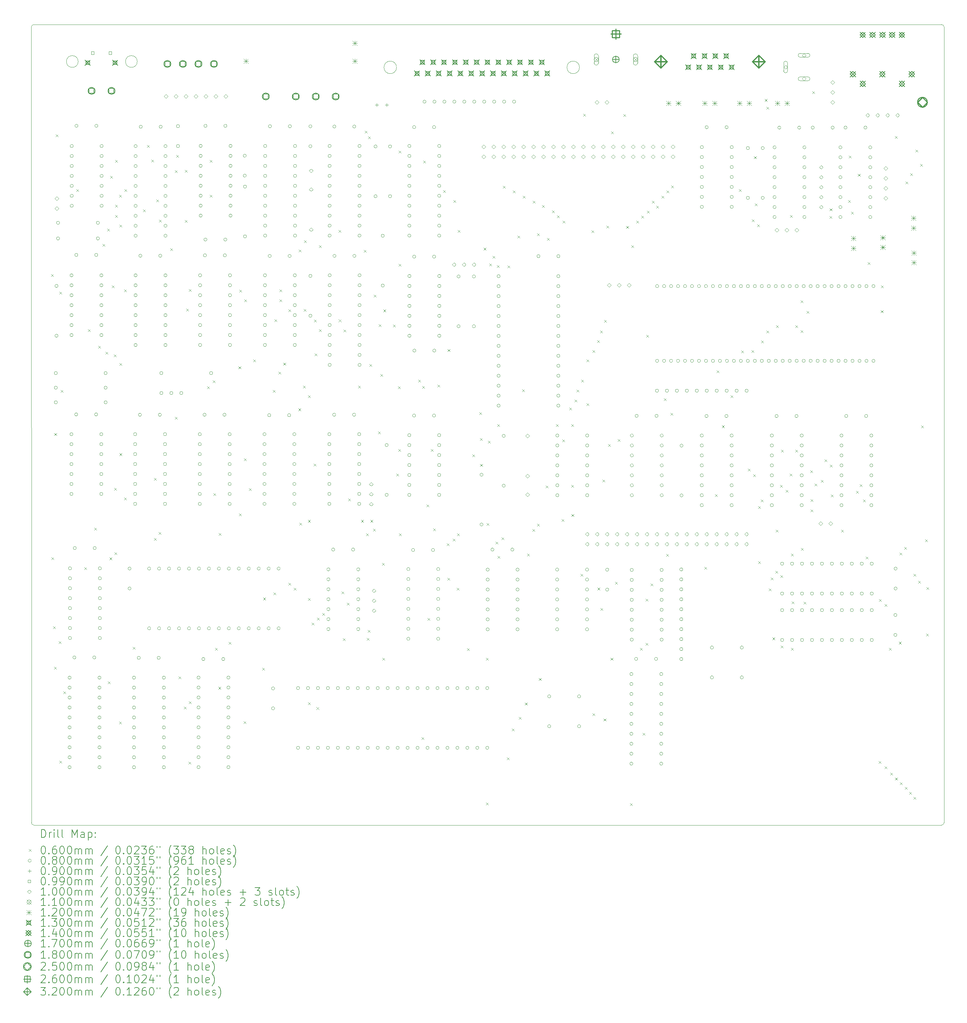
<source format=gbr>
%TF.GenerationSoftware,KiCad,Pcbnew,8.0.5*%
%TF.CreationDate,2024-11-19T00:05:14+00:00*%
%TF.ProjectId,TIM-011B,54494d2d-3031-4314-922e-6b696361645f,rev?*%
%TF.SameCoordinates,Original*%
%TF.FileFunction,Drillmap*%
%TF.FilePolarity,Positive*%
%FSLAX45Y45*%
G04 Gerber Fmt 4.5, Leading zero omitted, Abs format (unit mm)*
G04 Created by KiCad (PCBNEW 8.0.5) date 2024-11-19 00:05:14*
%MOMM*%
%LPD*%
G01*
G04 APERTURE LIST*
%ADD10C,0.050000*%
%ADD11C,0.200000*%
%ADD12C,0.100000*%
%ADD13C,0.110000*%
%ADD14C,0.120000*%
%ADD15C,0.130000*%
%ADD16C,0.140000*%
%ADD17C,0.170000*%
%ADD18C,0.180000*%
%ADD19C,0.250000*%
%ADD20C,0.260000*%
%ADD21C,0.320000*%
G04 APERTURE END LIST*
D10*
X32442000Y-3389000D02*
X32442000Y-23683000D01*
X9163000Y-3389000D02*
G75*
G02*
X9227000Y-3325000I64000J0D01*
G01*
X32378000Y-23747000D02*
X9227255Y-23746745D01*
X9227000Y-3325000D02*
X32378000Y-3325000D01*
X32442000Y-23683000D02*
G75*
G02*
X32378000Y-23747000I-64000J0D01*
G01*
X32378000Y-3325000D02*
G75*
G02*
X32442000Y-3389000I0J-64000D01*
G01*
X23142508Y-4419000D02*
G75*
G02*
X22822508Y-4419000I-160000J0D01*
G01*
X22822508Y-4419000D02*
G75*
G02*
X23142508Y-4419000I160000J0D01*
G01*
X9227255Y-23746745D02*
G75*
G02*
X9163255Y-23682745I-5J63995D01*
G01*
X9163255Y-23682745D02*
X9163000Y-3389000D01*
X18476508Y-4419000D02*
G75*
G02*
X18156508Y-4419000I-160000J0D01*
G01*
X18156508Y-4419000D02*
G75*
G02*
X18476508Y-4419000I160000J0D01*
G01*
X10356500Y-4269000D02*
G75*
G02*
X10056500Y-4269000I-150000J0D01*
G01*
X10056500Y-4269000D02*
G75*
G02*
X10356500Y-4269000I150000J0D01*
G01*
X11863500Y-4269000D02*
G75*
G02*
X11563500Y-4269000I-150000J0D01*
G01*
X11563500Y-4269000D02*
G75*
G02*
X11863500Y-4269000I150000J0D01*
G01*
D11*
D12*
X9666000Y-9692000D02*
X9726000Y-9752000D01*
X9726000Y-9692000D02*
X9666000Y-9752000D01*
X9678000Y-16914000D02*
X9738000Y-16974000D01*
X9738000Y-16914000D02*
X9678000Y-16974000D01*
X9716000Y-18675000D02*
X9776000Y-18735000D01*
X9776000Y-18675000D02*
X9716000Y-18735000D01*
X9744000Y-19711000D02*
X9804000Y-19771000D01*
X9804000Y-19711000D02*
X9744000Y-19771000D01*
X9747000Y-13747000D02*
X9807000Y-13807000D01*
X9807000Y-13747000D02*
X9747000Y-13807000D01*
X9783000Y-6128000D02*
X9843000Y-6188000D01*
X9843000Y-6128000D02*
X9783000Y-6188000D01*
X9859000Y-19061000D02*
X9919000Y-19121000D01*
X9919000Y-19061000D02*
X9859000Y-19121000D01*
X9879000Y-22106000D02*
X9939000Y-22166000D01*
X9939000Y-22106000D02*
X9879000Y-22166000D01*
X9880000Y-10139000D02*
X9940000Y-10199000D01*
X9940000Y-10139000D02*
X9880000Y-10199000D01*
X9910000Y-12652000D02*
X9970000Y-12712000D01*
X9970000Y-12652000D02*
X9910000Y-12712000D01*
X9979000Y-20336000D02*
X10039000Y-20396000D01*
X10039000Y-20336000D02*
X9979000Y-20396000D01*
X10312100Y-7528000D02*
X10372100Y-7588000D01*
X10372100Y-7528000D02*
X10312100Y-7588000D01*
X10512000Y-17169000D02*
X10572000Y-17229000D01*
X10572000Y-17169000D02*
X10512000Y-17229000D01*
X10610000Y-11095000D02*
X10670000Y-11155000D01*
X10670000Y-11095000D02*
X10610000Y-11155000D01*
X10769000Y-16159000D02*
X10829000Y-16219000D01*
X10829000Y-16159000D02*
X10769000Y-16219000D01*
X10870000Y-11520000D02*
X10930000Y-11580000D01*
X10930000Y-11520000D02*
X10870000Y-11580000D01*
X10976000Y-8922000D02*
X11036000Y-8982000D01*
X11036000Y-8922000D02*
X10976000Y-8982000D01*
X11056000Y-11673000D02*
X11116000Y-11733000D01*
X11116000Y-11673000D02*
X11056000Y-11733000D01*
X11095200Y-8529800D02*
X11155200Y-8589800D01*
X11155200Y-8529800D02*
X11095200Y-8589800D01*
X11117000Y-20082000D02*
X11177000Y-20142000D01*
X11177000Y-20082000D02*
X11117000Y-20142000D01*
X11155000Y-16920000D02*
X11215000Y-16980000D01*
X11215000Y-16920000D02*
X11155000Y-16980000D01*
X11171400Y-7183600D02*
X11231400Y-7243600D01*
X11231400Y-7183600D02*
X11171400Y-7243600D01*
X11215850Y-9983950D02*
X11275850Y-10043950D01*
X11275850Y-9983950D02*
X11215850Y-10043950D01*
X11269000Y-11745000D02*
X11329000Y-11805000D01*
X11329000Y-11745000D02*
X11269000Y-11805000D01*
X11277000Y-15145000D02*
X11337000Y-15205000D01*
X11337000Y-15145000D02*
X11277000Y-15205000D01*
X11282000Y-16788000D02*
X11342000Y-16848000D01*
X11342000Y-16788000D02*
X11282000Y-16848000D01*
X11298400Y-8186900D02*
X11358400Y-8246900D01*
X11358400Y-8186900D02*
X11298400Y-8246900D01*
X11299000Y-6781000D02*
X11359000Y-6841000D01*
X11359000Y-6781000D02*
X11299000Y-6841000D01*
X11302700Y-7921200D02*
X11362700Y-7981200D01*
X11362700Y-7921200D02*
X11302700Y-7981200D01*
X11400000Y-7666200D02*
X11460000Y-7726200D01*
X11460000Y-7666200D02*
X11400000Y-7726200D01*
X11406000Y-21105000D02*
X11466000Y-21165000D01*
X11466000Y-21105000D02*
X11406000Y-21165000D01*
X11410000Y-14261000D02*
X11470000Y-14321000D01*
X11470000Y-14261000D02*
X11410000Y-14321000D01*
X11412700Y-8428200D02*
X11472700Y-8488200D01*
X11472700Y-8428200D02*
X11412700Y-8488200D01*
X11413000Y-11965000D02*
X11473000Y-12025000D01*
X11473000Y-11965000D02*
X11413000Y-12025000D01*
X11531000Y-15394000D02*
X11591000Y-15454000D01*
X11591000Y-15394000D02*
X11531000Y-15454000D01*
X11532500Y-10079200D02*
X11592500Y-10139200D01*
X11592500Y-10079200D02*
X11532500Y-10139200D01*
X11539700Y-7528200D02*
X11599700Y-7588200D01*
X11599700Y-7528200D02*
X11539700Y-7588200D01*
X11750000Y-19201000D02*
X11810000Y-19261000D01*
X11810000Y-19201000D02*
X11750000Y-19261000D01*
X12009600Y-8044000D02*
X12069600Y-8104000D01*
X12069600Y-8044000D02*
X12009600Y-8104000D01*
X12111200Y-6397200D02*
X12171200Y-6457200D01*
X12171200Y-6397200D02*
X12111200Y-6457200D01*
X12225500Y-6774000D02*
X12285500Y-6834000D01*
X12285500Y-6774000D02*
X12225500Y-6834000D01*
X12290000Y-16424000D02*
X12350000Y-16484000D01*
X12350000Y-16424000D02*
X12290000Y-16484000D01*
X12291000Y-14894000D02*
X12351000Y-14954000D01*
X12351000Y-14894000D02*
X12291000Y-14954000D01*
X12350000Y-7788000D02*
X12410000Y-7848000D01*
X12410000Y-7788000D02*
X12350000Y-7848000D01*
X12407000Y-16273000D02*
X12467000Y-16333000D01*
X12467000Y-16273000D02*
X12407000Y-16333000D01*
X12416000Y-8301200D02*
X12476000Y-8361200D01*
X12476000Y-8301200D02*
X12416000Y-8361200D01*
X12708100Y-9033500D02*
X12768100Y-9093500D01*
X12768100Y-9033500D02*
X12708100Y-9093500D01*
X12824000Y-7043900D02*
X12884000Y-7103900D01*
X12884000Y-7043900D02*
X12824000Y-7103900D01*
X12826000Y-13337000D02*
X12886000Y-13397000D01*
X12886000Y-13337000D02*
X12826000Y-13397000D01*
X12858568Y-6653132D02*
X12918568Y-6713132D01*
X12918568Y-6653132D02*
X12858568Y-6713132D01*
X12919000Y-19956000D02*
X12979000Y-20016000D01*
X12979000Y-19956000D02*
X12919000Y-20016000D01*
X13053000Y-20724000D02*
X13113000Y-20784000D01*
X13113000Y-20724000D02*
X13053000Y-20784000D01*
X13075000Y-8311000D02*
X13135000Y-8371000D01*
X13135000Y-8311000D02*
X13075000Y-8371000D01*
X13079000Y-7033000D02*
X13139000Y-7093000D01*
X13139000Y-7033000D02*
X13079000Y-7093000D01*
X13110000Y-10576000D02*
X13170000Y-10636000D01*
X13170000Y-10576000D02*
X13110000Y-10636000D01*
X13169000Y-22128000D02*
X13229000Y-22188000D01*
X13229000Y-22128000D02*
X13169000Y-22188000D01*
X13179000Y-20592000D02*
X13239000Y-20652000D01*
X13239000Y-20592000D02*
X13179000Y-20652000D01*
X13183000Y-10076000D02*
X13243000Y-10136000D01*
X13243000Y-10076000D02*
X13183000Y-10136000D01*
X13645000Y-12553000D02*
X13705000Y-12613000D01*
X13705000Y-12553000D02*
X13645000Y-12613000D01*
X13711400Y-6777200D02*
X13771400Y-6837200D01*
X13771400Y-6777200D02*
X13711400Y-6837200D01*
X13711400Y-7666200D02*
X13771400Y-7726200D01*
X13771400Y-7666200D02*
X13711400Y-7726200D01*
X13792000Y-12405000D02*
X13852000Y-12465000D01*
X13852000Y-12405000D02*
X13792000Y-12465000D01*
X13810000Y-15283000D02*
X13870000Y-15343000D01*
X13870000Y-15283000D02*
X13810000Y-15343000D01*
X13850000Y-19224000D02*
X13910000Y-19284000D01*
X13910000Y-19224000D02*
X13850000Y-19284000D01*
X13936000Y-20222000D02*
X13996000Y-20282000D01*
X13996000Y-20222000D02*
X13936000Y-20282000D01*
X13939000Y-16300000D02*
X13999000Y-16360000D01*
X13999000Y-16300000D02*
X13939000Y-16360000D01*
X14193000Y-19074000D02*
X14253000Y-19134000D01*
X14253000Y-19074000D02*
X14193000Y-19134000D01*
X14446000Y-12045000D02*
X14506000Y-12105000D01*
X14506000Y-12045000D02*
X14446000Y-12105000D01*
X14457000Y-15798000D02*
X14517000Y-15858000D01*
X14517000Y-15798000D02*
X14457000Y-15858000D01*
X14465000Y-10091000D02*
X14525000Y-10151000D01*
X14525000Y-10091000D02*
X14465000Y-10151000D01*
X14574000Y-21100000D02*
X14634000Y-21160000D01*
X14634000Y-21100000D02*
X14574000Y-21160000D01*
X14585000Y-14396000D02*
X14645000Y-14456000D01*
X14645000Y-14396000D02*
X14585000Y-14456000D01*
X14598000Y-10338000D02*
X14658000Y-10398000D01*
X14658000Y-10338000D02*
X14598000Y-10398000D01*
X14713000Y-15156000D02*
X14773000Y-15216000D01*
X14773000Y-15156000D02*
X14713000Y-15216000D01*
X14820000Y-11872000D02*
X14880000Y-11932000D01*
X14880000Y-11872000D02*
X14820000Y-11932000D01*
X15052000Y-19732000D02*
X15112000Y-19792000D01*
X15112000Y-19732000D02*
X15052000Y-19792000D01*
X15076000Y-17944218D02*
X15136000Y-18004218D01*
X15136000Y-17944218D02*
X15076000Y-18004218D01*
X15323000Y-12648000D02*
X15383000Y-12708000D01*
X15383000Y-12648000D02*
X15323000Y-12708000D01*
X15338000Y-17815000D02*
X15398000Y-17875000D01*
X15398000Y-17815000D02*
X15338000Y-17875000D01*
X15361000Y-10847000D02*
X15421000Y-10907000D01*
X15421000Y-10847000D02*
X15361000Y-10907000D01*
X15470000Y-12182000D02*
X15530000Y-12242000D01*
X15530000Y-12182000D02*
X15470000Y-12242000D01*
X15489000Y-10339000D02*
X15549000Y-10399000D01*
X15549000Y-10339000D02*
X15489000Y-10399000D01*
X15492000Y-10084000D02*
X15552000Y-10144000D01*
X15552000Y-10084000D02*
X15492000Y-10144000D01*
X15589000Y-11952000D02*
X15649000Y-12012000D01*
X15649000Y-11952000D02*
X15589000Y-12012000D01*
X15722000Y-10589000D02*
X15782000Y-10649000D01*
X15782000Y-10589000D02*
X15722000Y-10649000D01*
X15722000Y-17568000D02*
X15782000Y-17628000D01*
X15782000Y-17568000D02*
X15722000Y-17628000D01*
X15857000Y-17698000D02*
X15917000Y-17758000D01*
X15917000Y-17698000D02*
X15857000Y-17758000D01*
X15971000Y-13118000D02*
X16031000Y-13178000D01*
X16031000Y-13118000D02*
X15971000Y-13178000D01*
X15982000Y-9064000D02*
X16042000Y-9124000D01*
X16042000Y-9064000D02*
X15982000Y-9124000D01*
X15997400Y-16035500D02*
X16057400Y-16095500D01*
X16057400Y-16035500D02*
X15997400Y-16095500D01*
X16090000Y-12537000D02*
X16150000Y-12597000D01*
X16150000Y-12537000D02*
X16090000Y-12597000D01*
X16106000Y-10579000D02*
X16166000Y-10639000D01*
X16166000Y-10579000D02*
X16106000Y-10639000D01*
X16119000Y-8833000D02*
X16179000Y-8893000D01*
X16179000Y-8833000D02*
X16119000Y-8893000D01*
X16218000Y-15963000D02*
X16278000Y-16023000D01*
X16278000Y-15963000D02*
X16218000Y-16023000D01*
X16218000Y-17953200D02*
X16278000Y-18013200D01*
X16278000Y-17953200D02*
X16218000Y-18013200D01*
X16220000Y-12780000D02*
X16280000Y-12840000D01*
X16280000Y-12780000D02*
X16220000Y-12840000D01*
X16222000Y-20613000D02*
X16282000Y-20673000D01*
X16282000Y-20613000D02*
X16222000Y-20673000D01*
X16312000Y-18582000D02*
X16372000Y-18642000D01*
X16372000Y-18582000D02*
X16312000Y-18642000D01*
X16361000Y-14524000D02*
X16421000Y-14584000D01*
X16421000Y-14524000D02*
X16361000Y-14584000D01*
X16373000Y-10850000D02*
X16433000Y-10910000D01*
X16433000Y-10850000D02*
X16373000Y-10910000D01*
X16390000Y-11720000D02*
X16450000Y-11780000D01*
X16450000Y-11720000D02*
X16390000Y-11780000D01*
X16436000Y-20738000D02*
X16496000Y-20798000D01*
X16496000Y-20738000D02*
X16436000Y-20798000D01*
X16447000Y-18457000D02*
X16507000Y-18517000D01*
X16507000Y-18457000D02*
X16447000Y-18517000D01*
X16496000Y-8954000D02*
X16556000Y-9014000D01*
X16556000Y-8954000D02*
X16496000Y-9014000D01*
X16496000Y-11101000D02*
X16556000Y-11161000D01*
X16556000Y-11101000D02*
X16496000Y-11161000D01*
X16584000Y-18334000D02*
X16644000Y-18394000D01*
X16644000Y-18334000D02*
X16584000Y-18394000D01*
X17000000Y-8564000D02*
X17060000Y-8624000D01*
X17060000Y-8564000D02*
X17000000Y-8624000D01*
X17003000Y-10849000D02*
X17063000Y-10909000D01*
X17063000Y-10849000D02*
X17003000Y-10909000D01*
X17075000Y-17784000D02*
X17135000Y-17844000D01*
X17135000Y-17784000D02*
X17075000Y-17844000D01*
X17107000Y-18980000D02*
X17167000Y-19040000D01*
X17167000Y-18980000D02*
X17107000Y-19040000D01*
X17122000Y-11107000D02*
X17182000Y-11167000D01*
X17182000Y-11107000D02*
X17122000Y-11167000D01*
X17214000Y-18076000D02*
X17274000Y-18136000D01*
X17274000Y-18076000D02*
X17214000Y-18136000D01*
X17247000Y-15416000D02*
X17307000Y-15476000D01*
X17307000Y-15416000D02*
X17247000Y-15476000D01*
X17496000Y-12537000D02*
X17556000Y-12597000D01*
X17556000Y-12537000D02*
X17496000Y-12597000D01*
X17572200Y-15963000D02*
X17632200Y-16023000D01*
X17632200Y-15963000D02*
X17572200Y-16023000D01*
X17643000Y-9076000D02*
X17703000Y-9136000D01*
X17703000Y-9076000D02*
X17643000Y-9136000D01*
X17666000Y-6033000D02*
X17726000Y-6093000D01*
X17726000Y-6033000D02*
X17666000Y-6093000D01*
X17700000Y-16307000D02*
X17760000Y-16367000D01*
X17760000Y-16307000D02*
X17700000Y-16367000D01*
X17717000Y-18973000D02*
X17777000Y-19033000D01*
X17777000Y-18973000D02*
X17717000Y-19033000D01*
X17745000Y-18770000D02*
X17805000Y-18830000D01*
X17805000Y-18770000D02*
X17745000Y-18830000D01*
X17751097Y-6180168D02*
X17811097Y-6240168D01*
X17811097Y-6180168D02*
X17751097Y-6240168D01*
X17787000Y-11988000D02*
X17847000Y-12048000D01*
X17847000Y-11988000D02*
X17787000Y-12048000D01*
X17813500Y-15963000D02*
X17873500Y-16023000D01*
X17873500Y-15963000D02*
X17813500Y-16023000D01*
X17883000Y-16186000D02*
X17943000Y-16246000D01*
X17943000Y-16186000D02*
X17883000Y-16246000D01*
X17893000Y-10218000D02*
X17953000Y-10278000D01*
X17953000Y-10218000D02*
X17893000Y-10278000D01*
X18010000Y-13708000D02*
X18070000Y-13768000D01*
X18070000Y-13708000D02*
X18010000Y-13768000D01*
X18025000Y-10972000D02*
X18085000Y-11032000D01*
X18085000Y-10972000D02*
X18025000Y-11032000D01*
X18062000Y-12243000D02*
X18122000Y-12303000D01*
X18122000Y-12243000D02*
X18062000Y-12303000D01*
X18111000Y-17057000D02*
X18171000Y-17117000D01*
X18171000Y-17057000D02*
X18111000Y-17117000D01*
X18113000Y-19483000D02*
X18173000Y-19543000D01*
X18173000Y-19483000D02*
X18113000Y-19543000D01*
X18141000Y-10595000D02*
X18201000Y-10655000D01*
X18201000Y-10595000D02*
X18141000Y-10655000D01*
X18385000Y-10984000D02*
X18445000Y-11044000D01*
X18445000Y-10984000D02*
X18385000Y-11044000D01*
X18473900Y-14778200D02*
X18533900Y-14838200D01*
X18533900Y-14778200D02*
X18473900Y-14838200D01*
X18515000Y-12555000D02*
X18575000Y-12615000D01*
X18575000Y-12555000D02*
X18515000Y-12615000D01*
X18524000Y-14155900D02*
X18584000Y-14215900D01*
X18584000Y-14155900D02*
X18524000Y-14215900D01*
X18527827Y-9432827D02*
X18587827Y-9492827D01*
X18587827Y-9432827D02*
X18527827Y-9492827D01*
X18533000Y-6546000D02*
X18593000Y-6606000D01*
X18593000Y-6546000D02*
X18533000Y-6606000D01*
X18537400Y-16307000D02*
X18597400Y-16367000D01*
X18597400Y-16307000D02*
X18537400Y-16367000D01*
X19029000Y-12383000D02*
X19089000Y-12443000D01*
X19089000Y-12383000D02*
X19029000Y-12443000D01*
X19112000Y-21504000D02*
X19172000Y-21564000D01*
X19172000Y-21504000D02*
X19112000Y-21564000D01*
X19135000Y-12550000D02*
X19195000Y-12610000D01*
X19195000Y-12550000D02*
X19135000Y-12610000D01*
X19159000Y-6796000D02*
X19219000Y-6856000D01*
X19219000Y-6796000D02*
X19159000Y-6856000D01*
X19245000Y-15565600D02*
X19305000Y-15625600D01*
X19305000Y-15565600D02*
X19245000Y-15625600D01*
X19266000Y-18466000D02*
X19326000Y-18526000D01*
X19326000Y-18466000D02*
X19266000Y-18526000D01*
X19355000Y-14155900D02*
X19415000Y-14215900D01*
X19415000Y-14155900D02*
X19355000Y-14215900D01*
X19408000Y-16175200D02*
X19468000Y-16235200D01*
X19468000Y-16175200D02*
X19408000Y-16235200D01*
X19519000Y-12511000D02*
X19579000Y-12571000D01*
X19579000Y-12511000D02*
X19519000Y-12571000D01*
X19668513Y-7548695D02*
X19728513Y-7608695D01*
X19728513Y-7548695D02*
X19668513Y-7608695D01*
X19758000Y-16562000D02*
X19818000Y-16622000D01*
X19818000Y-16562000D02*
X19758000Y-16622000D01*
X19776000Y-17444000D02*
X19836000Y-17504000D01*
X19836000Y-17444000D02*
X19776000Y-17504000D01*
X19780000Y-11607500D02*
X19840000Y-11667500D01*
X19840000Y-11607500D02*
X19780000Y-11667500D01*
X19910000Y-16444000D02*
X19970000Y-16504000D01*
X19970000Y-16444000D02*
X19910000Y-16504000D01*
X19927000Y-7805000D02*
X19987000Y-7865000D01*
X19987000Y-7805000D02*
X19927000Y-7865000D01*
X20016000Y-17697000D02*
X20076000Y-17757000D01*
X20076000Y-17697000D02*
X20016000Y-17757000D01*
X20021000Y-16307000D02*
X20081000Y-16367000D01*
X20081000Y-16307000D02*
X20021000Y-16367000D01*
X20042000Y-8569000D02*
X20102000Y-8629000D01*
X20102000Y-8569000D02*
X20042000Y-8629000D01*
X20279000Y-19237000D02*
X20339000Y-19297000D01*
X20339000Y-19237000D02*
X20279000Y-19297000D01*
X20412500Y-14290000D02*
X20472500Y-14350000D01*
X20472500Y-14290000D02*
X20412500Y-14350000D01*
X20591000Y-13219000D02*
X20651000Y-13279000D01*
X20651000Y-13219000D02*
X20591000Y-13279000D01*
X20604000Y-13875000D02*
X20664000Y-13935000D01*
X20664000Y-13875000D02*
X20604000Y-13935000D01*
X20610000Y-14540000D02*
X20670000Y-14600000D01*
X20670000Y-14540000D02*
X20610000Y-14600000D01*
X20695000Y-9020000D02*
X20755000Y-9080000D01*
X20755000Y-9020000D02*
X20695000Y-9080000D01*
X20759000Y-19484000D02*
X20819000Y-19544000D01*
X20819000Y-19484000D02*
X20759000Y-19544000D01*
X20761000Y-23174000D02*
X20821000Y-23234000D01*
X20821000Y-23174000D02*
X20761000Y-23234000D01*
X20774000Y-16045000D02*
X20834000Y-16105000D01*
X20834000Y-16045000D02*
X20774000Y-16105000D01*
X20810000Y-13940000D02*
X20870000Y-14000000D01*
X20870000Y-13940000D02*
X20810000Y-14000000D01*
X20845000Y-9420000D02*
X20905000Y-9480000D01*
X20905000Y-9420000D02*
X20845000Y-9480000D01*
X20924000Y-9226000D02*
X20984000Y-9286000D01*
X20984000Y-9226000D02*
X20924000Y-9286000D01*
X21000000Y-16520000D02*
X21060000Y-16580000D01*
X21060000Y-16520000D02*
X21000000Y-16580000D01*
X21041000Y-9466000D02*
X21101000Y-9526000D01*
X21101000Y-9466000D02*
X21041000Y-9526000D01*
X21049000Y-13524000D02*
X21109000Y-13584000D01*
X21109000Y-13524000D02*
X21049000Y-13584000D01*
X21055073Y-16880491D02*
X21115073Y-16940491D01*
X21115073Y-16880491D02*
X21055073Y-16940491D01*
X21156000Y-16410595D02*
X21216000Y-16470595D01*
X21216000Y-16410595D02*
X21156000Y-16470595D01*
X21189000Y-7439000D02*
X21249000Y-7499000D01*
X21249000Y-7439000D02*
X21189000Y-7499000D01*
X21290000Y-22023000D02*
X21350000Y-22083000D01*
X21350000Y-22023000D02*
X21290000Y-22083000D01*
X21305000Y-9474000D02*
X21365000Y-9534000D01*
X21365000Y-9474000D02*
X21305000Y-9534000D01*
X21422000Y-21288000D02*
X21482000Y-21348000D01*
X21482000Y-21288000D02*
X21422000Y-21348000D01*
X21447000Y-7563000D02*
X21507000Y-7623000D01*
X21507000Y-7563000D02*
X21447000Y-7623000D01*
X21565000Y-8710000D02*
X21625000Y-8770000D01*
X21625000Y-8710000D02*
X21565000Y-8770000D01*
X21595000Y-20990000D02*
X21655000Y-21050000D01*
X21655000Y-20990000D02*
X21595000Y-21050000D01*
X21677000Y-12632000D02*
X21737000Y-12692000D01*
X21737000Y-12632000D02*
X21677000Y-12692000D01*
X21696000Y-7692000D02*
X21756000Y-7752000D01*
X21756000Y-7692000D02*
X21696000Y-7752000D01*
X21753000Y-20625000D02*
X21813000Y-20685000D01*
X21813000Y-20625000D02*
X21753000Y-20685000D01*
X21811000Y-16821000D02*
X21871000Y-16881000D01*
X21871000Y-16821000D02*
X21811000Y-16881000D01*
X21940000Y-16192000D02*
X22000000Y-16252000D01*
X22000000Y-16192000D02*
X21940000Y-16252000D01*
X21955000Y-7821000D02*
X22015000Y-7881000D01*
X22015000Y-7821000D02*
X21955000Y-7881000D01*
X22064000Y-16060000D02*
X22124000Y-16120000D01*
X22124000Y-16060000D02*
X22064000Y-16120000D01*
X22065000Y-8655000D02*
X22125000Y-8715000D01*
X22125000Y-8655000D02*
X22065000Y-8715000D01*
X22108000Y-19994000D02*
X22168000Y-20054000D01*
X22168000Y-19994000D02*
X22108000Y-20054000D01*
X22190000Y-7935000D02*
X22250000Y-7995000D01*
X22250000Y-7935000D02*
X22190000Y-7995000D01*
X22283900Y-15083000D02*
X22343900Y-15143000D01*
X22343900Y-15083000D02*
X22283900Y-15143000D01*
X22313000Y-8770000D02*
X22373000Y-8830000D01*
X22373000Y-8770000D02*
X22313000Y-8830000D01*
X22439000Y-8070000D02*
X22499000Y-8130000D01*
X22499000Y-8070000D02*
X22439000Y-8130000D01*
X22547500Y-13524000D02*
X22607500Y-13584000D01*
X22607500Y-13524000D02*
X22547500Y-13584000D01*
X22569000Y-8192000D02*
X22629000Y-8252000D01*
X22629000Y-8192000D02*
X22569000Y-8252000D01*
X22690000Y-15939000D02*
X22750000Y-15999000D01*
X22750000Y-15939000D02*
X22690000Y-15999000D01*
X22705349Y-13912725D02*
X22765349Y-13972725D01*
X22765349Y-13912725D02*
X22705349Y-13972725D01*
X22711000Y-8329000D02*
X22771000Y-8389000D01*
X22771000Y-8329000D02*
X22711000Y-8389000D01*
X22880000Y-13098000D02*
X22940000Y-13158000D01*
X22940000Y-13098000D02*
X22880000Y-13158000D01*
X22936000Y-13524000D02*
X22996000Y-13584000D01*
X22996000Y-13524000D02*
X22936000Y-13584000D01*
X22936000Y-15068000D02*
X22996000Y-15128000D01*
X22996000Y-15068000D02*
X22936000Y-15128000D01*
X22938000Y-15816000D02*
X22998000Y-15876000D01*
X22998000Y-15816000D02*
X22938000Y-15876000D01*
X23020000Y-12893000D02*
X23080000Y-12953000D01*
X23080000Y-12893000D02*
X23020000Y-12953000D01*
X23068000Y-12637000D02*
X23128000Y-12697000D01*
X23128000Y-12637000D02*
X23068000Y-12697000D01*
X23174366Y-17336685D02*
X23234366Y-17396685D01*
X23234366Y-17336685D02*
X23174366Y-17396685D01*
X23189000Y-12388000D02*
X23249000Y-12448000D01*
X23249000Y-12388000D02*
X23189000Y-12448000D01*
X23241000Y-5606000D02*
X23301000Y-5666000D01*
X23301000Y-5606000D02*
X23241000Y-5666000D01*
X23323000Y-11869900D02*
X23383000Y-11929900D01*
X23383000Y-11869900D02*
X23323000Y-11929900D01*
X23325000Y-12986000D02*
X23385000Y-13046000D01*
X23385000Y-12986000D02*
X23325000Y-13046000D01*
X23450000Y-8576000D02*
X23510000Y-8636000D01*
X23510000Y-8576000D02*
X23450000Y-8636000D01*
X23472000Y-11634000D02*
X23532000Y-11694000D01*
X23532000Y-11634000D02*
X23472000Y-11694000D01*
X23479000Y-20892000D02*
X23539000Y-20952000D01*
X23539000Y-20892000D02*
X23479000Y-20952000D01*
X23592000Y-11376000D02*
X23652000Y-11436000D01*
X23652000Y-11376000D02*
X23592000Y-11436000D01*
X23600000Y-17690000D02*
X23660000Y-17750000D01*
X23660000Y-17690000D02*
X23600000Y-17750000D01*
X23670000Y-11129000D02*
X23730000Y-11189000D01*
X23730000Y-11129000D02*
X23670000Y-11189000D01*
X23676000Y-18211000D02*
X23736000Y-18271000D01*
X23736000Y-18211000D02*
X23676000Y-18271000D01*
X23730000Y-14934000D02*
X23790000Y-14994000D01*
X23790000Y-14934000D02*
X23730000Y-14994000D01*
X23759000Y-21032000D02*
X23819000Y-21092000D01*
X23819000Y-21032000D02*
X23759000Y-21092000D01*
X23770000Y-10860000D02*
X23830000Y-10920000D01*
X23830000Y-10860000D02*
X23770000Y-10920000D01*
X23830000Y-8455000D02*
X23890000Y-8515000D01*
X23890000Y-8455000D02*
X23830000Y-8515000D01*
X23870000Y-14028000D02*
X23930000Y-14088000D01*
X23930000Y-14028000D02*
X23870000Y-14088000D01*
X23937000Y-19479000D02*
X23997000Y-19539000D01*
X23997000Y-19479000D02*
X23937000Y-19539000D01*
X23952500Y-6052500D02*
X24012500Y-6112500D01*
X24012500Y-6052500D02*
X23952500Y-6112500D01*
X24051471Y-17545000D02*
X24111471Y-17605000D01*
X24111471Y-17545000D02*
X24051471Y-17605000D01*
X24120000Y-13899000D02*
X24180000Y-13959000D01*
X24180000Y-13899000D02*
X24120000Y-13959000D01*
X24262000Y-5616000D02*
X24322000Y-5676000D01*
X24322000Y-5616000D02*
X24262000Y-5676000D01*
X24335000Y-8464000D02*
X24395000Y-8524000D01*
X24395000Y-8464000D02*
X24335000Y-8524000D01*
X24435000Y-23186000D02*
X24495000Y-23246000D01*
X24495000Y-23186000D02*
X24435000Y-23246000D01*
X24468000Y-8957000D02*
X24528000Y-9017000D01*
X24528000Y-8957000D02*
X24468000Y-9017000D01*
X24596000Y-8332000D02*
X24656000Y-8392000D01*
X24656000Y-8332000D02*
X24596000Y-8392000D01*
X24687000Y-19224000D02*
X24747000Y-19284000D01*
X24747000Y-19224000D02*
X24687000Y-19284000D01*
X24723000Y-8203000D02*
X24783000Y-8263000D01*
X24783000Y-8203000D02*
X24723000Y-8263000D01*
X24753000Y-21398000D02*
X24813000Y-21458000D01*
X24813000Y-21398000D02*
X24753000Y-21458000D01*
X24833000Y-17977000D02*
X24893000Y-18037000D01*
X24893000Y-17977000D02*
X24833000Y-18037000D01*
X24834000Y-19100000D02*
X24894000Y-19160000D01*
X24894000Y-19100000D02*
X24834000Y-19160000D01*
X24847000Y-11240000D02*
X24907000Y-11300000D01*
X24907000Y-11240000D02*
X24847000Y-11300000D01*
X24867000Y-8078000D02*
X24927000Y-8138000D01*
X24927000Y-8078000D02*
X24867000Y-8138000D01*
X24959000Y-17585000D02*
X25019000Y-17645000D01*
X25019000Y-17585000D02*
X24959000Y-17645000D01*
X24990000Y-7821000D02*
X25050000Y-7881000D01*
X25050000Y-7821000D02*
X24990000Y-7881000D01*
X25102000Y-7951000D02*
X25162000Y-8011000D01*
X25162000Y-7951000D02*
X25102000Y-8011000D01*
X25238000Y-7699000D02*
X25298000Y-7759000D01*
X25298000Y-7699000D02*
X25238000Y-7759000D01*
X25293000Y-12863000D02*
X25353000Y-12923000D01*
X25353000Y-12863000D02*
X25293000Y-12923000D01*
X25356000Y-16832000D02*
X25416000Y-16892000D01*
X25416000Y-16832000D02*
X25356000Y-16892000D01*
X25365000Y-7562000D02*
X25425000Y-7622000D01*
X25425000Y-7562000D02*
X25365000Y-7622000D01*
X25469000Y-13232000D02*
X25529000Y-13292000D01*
X25529000Y-13232000D02*
X25469000Y-13292000D01*
X25485000Y-7436000D02*
X25545000Y-7496000D01*
X25545000Y-7436000D02*
X25485000Y-7496000D01*
X26330000Y-17164000D02*
X26390000Y-17224000D01*
X26390000Y-17164000D02*
X26330000Y-17224000D01*
X26600000Y-15304000D02*
X26660000Y-15364000D01*
X26660000Y-15304000D02*
X26600000Y-15364000D01*
X26641000Y-12150000D02*
X26701000Y-12210000D01*
X26701000Y-12150000D02*
X26641000Y-12210000D01*
X26780000Y-13550000D02*
X26840000Y-13610000D01*
X26840000Y-13550000D02*
X26780000Y-13610000D01*
X26996000Y-12787000D02*
X27056000Y-12847000D01*
X27056000Y-12787000D02*
X26996000Y-12847000D01*
X27206000Y-7525000D02*
X27266000Y-7585000D01*
X27266000Y-7525000D02*
X27206000Y-7585000D01*
X27266000Y-11640000D02*
X27326000Y-11700000D01*
X27326000Y-11640000D02*
X27266000Y-11700000D01*
X27440000Y-14656000D02*
X27500000Y-14716000D01*
X27500000Y-14656000D02*
X27440000Y-14716000D01*
X27529000Y-11636000D02*
X27589000Y-11696000D01*
X27589000Y-11636000D02*
X27529000Y-11696000D01*
X27540000Y-8295000D02*
X27600000Y-8355000D01*
X27600000Y-8295000D02*
X27540000Y-8355000D01*
X27570000Y-14795000D02*
X27630000Y-14855000D01*
X27630000Y-14795000D02*
X27570000Y-14855000D01*
X27595000Y-6685000D02*
X27655000Y-6745000D01*
X27655000Y-6685000D02*
X27595000Y-6745000D01*
X27615000Y-7890000D02*
X27675000Y-7950000D01*
X27675000Y-7890000D02*
X27615000Y-7950000D01*
X27676000Y-8420000D02*
X27736000Y-8480000D01*
X27736000Y-8420000D02*
X27676000Y-8480000D01*
X27699327Y-15609327D02*
X27759327Y-15669327D01*
X27759327Y-15609327D02*
X27699327Y-15669327D01*
X27700000Y-17015000D02*
X27760000Y-17075000D01*
X27760000Y-17015000D02*
X27700000Y-17075000D01*
X27765000Y-15440000D02*
X27825000Y-15500000D01*
X27825000Y-15440000D02*
X27765000Y-15500000D01*
X27774000Y-11389000D02*
X27834000Y-11449000D01*
X27834000Y-11389000D02*
X27774000Y-11449000D01*
X27872818Y-5227254D02*
X27932818Y-5287254D01*
X27932818Y-5227254D02*
X27872818Y-5287254D01*
X27910000Y-11131000D02*
X27970000Y-11191000D01*
X27970000Y-11131000D02*
X27910000Y-11191000D01*
X27915000Y-5425000D02*
X27975000Y-5485000D01*
X27975000Y-5425000D02*
X27915000Y-5485000D01*
X27974718Y-17714718D02*
X28034718Y-17774718D01*
X28034718Y-17714718D02*
X27974718Y-17774718D01*
X28020000Y-17435000D02*
X28080000Y-17495000D01*
X28080000Y-17435000D02*
X28020000Y-17495000D01*
X28065000Y-18960000D02*
X28125000Y-19020000D01*
X28125000Y-18960000D02*
X28065000Y-19020000D01*
X28141280Y-17264093D02*
X28201280Y-17324093D01*
X28201280Y-17264093D02*
X28141280Y-17324093D01*
X28149000Y-16213000D02*
X28209000Y-16273000D01*
X28209000Y-16213000D02*
X28149000Y-16273000D01*
X28155000Y-11001000D02*
X28215000Y-11061000D01*
X28215000Y-11001000D02*
X28155000Y-11061000D01*
X28262000Y-15067000D02*
X28322000Y-15127000D01*
X28322000Y-15067000D02*
X28262000Y-15127000D01*
X28270827Y-17374173D02*
X28330827Y-17434173D01*
X28330827Y-17374173D02*
X28270827Y-17434173D01*
X28280000Y-19165000D02*
X28340000Y-19225000D01*
X28340000Y-19165000D02*
X28280000Y-19225000D01*
X28281000Y-14174000D02*
X28341000Y-14234000D01*
X28341000Y-14174000D02*
X28281000Y-14234000D01*
X28404000Y-15194000D02*
X28464000Y-15254000D01*
X28464000Y-15194000D02*
X28404000Y-15254000D01*
X28505000Y-14780000D02*
X28565000Y-14840000D01*
X28565000Y-14780000D02*
X28505000Y-14840000D01*
X28515000Y-8190000D02*
X28575000Y-8250000D01*
X28575000Y-8190000D02*
X28515000Y-8250000D01*
X28535000Y-16820000D02*
X28595000Y-16880000D01*
X28595000Y-16820000D02*
X28535000Y-16880000D01*
X28536250Y-19230000D02*
X28596250Y-19290000D01*
X28596250Y-19230000D02*
X28536250Y-19290000D01*
X28555000Y-18045000D02*
X28615000Y-18105000D01*
X28615000Y-18045000D02*
X28555000Y-18105000D01*
X28645981Y-14174465D02*
X28705981Y-14234465D01*
X28705981Y-14174465D02*
X28645981Y-14234465D01*
X28647000Y-11000000D02*
X28707000Y-11060000D01*
X28707000Y-11000000D02*
X28647000Y-11060000D01*
X28782000Y-11126000D02*
X28842000Y-11186000D01*
X28842000Y-11126000D02*
X28782000Y-11186000D01*
X28787000Y-10366000D02*
X28847000Y-10426000D01*
X28847000Y-10366000D02*
X28787000Y-10426000D01*
X28795000Y-16675000D02*
X28855000Y-16735000D01*
X28855000Y-16675000D02*
X28795000Y-16735000D01*
X28862782Y-18050000D02*
X28922782Y-18110000D01*
X28922782Y-18050000D02*
X28862782Y-18110000D01*
X28933000Y-10635000D02*
X28993000Y-10695000D01*
X28993000Y-10635000D02*
X28933000Y-10695000D01*
X29030000Y-14694000D02*
X29090000Y-14754000D01*
X29090000Y-14694000D02*
X29030000Y-14754000D01*
X29035000Y-15435000D02*
X29095000Y-15495000D01*
X29095000Y-15435000D02*
X29035000Y-15495000D01*
X29035000Y-15700000D02*
X29095000Y-15760000D01*
X29095000Y-15700000D02*
X29035000Y-15760000D01*
X29080000Y-5025000D02*
X29140000Y-5085000D01*
X29140000Y-5025000D02*
X29080000Y-5085000D01*
X29140000Y-15036000D02*
X29200000Y-15096000D01*
X29200000Y-15036000D02*
X29140000Y-15096000D01*
X29304000Y-14941000D02*
X29364000Y-15001000D01*
X29364000Y-14941000D02*
X29304000Y-15001000D01*
X29391000Y-14421000D02*
X29451000Y-14481000D01*
X29451000Y-14421000D02*
X29391000Y-14481000D01*
X29520000Y-8210000D02*
X29580000Y-8270000D01*
X29580000Y-8210000D02*
X29520000Y-8270000D01*
X29525000Y-8015000D02*
X29585000Y-8075000D01*
X29585000Y-8015000D02*
X29525000Y-8075000D01*
X29532000Y-14550000D02*
X29592000Y-14610000D01*
X29592000Y-14550000D02*
X29532000Y-14610000D01*
X29552000Y-15312000D02*
X29612000Y-15372000D01*
X29612000Y-15312000D02*
X29552000Y-15372000D01*
X29816000Y-16211000D02*
X29876000Y-16271000D01*
X29876000Y-16211000D02*
X29816000Y-16271000D01*
X29995000Y-7805000D02*
X30055000Y-7865000D01*
X30055000Y-7805000D02*
X29995000Y-7865000D01*
X30015000Y-6670000D02*
X30075000Y-6730000D01*
X30075000Y-6670000D02*
X30015000Y-6730000D01*
X30075000Y-8102218D02*
X30135000Y-8162218D01*
X30135000Y-8102218D02*
X30075000Y-8162218D01*
X30195000Y-15220000D02*
X30255000Y-15280000D01*
X30255000Y-15220000D02*
X30195000Y-15280000D01*
X30245000Y-7140000D02*
X30305000Y-7200000D01*
X30305000Y-7140000D02*
X30245000Y-7200000D01*
X30289000Y-15055000D02*
X30349000Y-15115000D01*
X30349000Y-15055000D02*
X30289000Y-15115000D01*
X30375000Y-15440000D02*
X30435000Y-15500000D01*
X30435000Y-15440000D02*
X30375000Y-15500000D01*
X30445000Y-16900000D02*
X30505000Y-16960000D01*
X30505000Y-16900000D02*
X30445000Y-16960000D01*
X30495000Y-9385000D02*
X30555000Y-9445000D01*
X30555000Y-9385000D02*
X30495000Y-9445000D01*
X30775000Y-22115000D02*
X30835000Y-22175000D01*
X30835000Y-22115000D02*
X30775000Y-22175000D01*
X30780000Y-17980000D02*
X30840000Y-18040000D01*
X30840000Y-17980000D02*
X30780000Y-18040000D01*
X30829000Y-10616000D02*
X30889000Y-10676000D01*
X30889000Y-10616000D02*
X30829000Y-10676000D01*
X30831000Y-9985000D02*
X30891000Y-10045000D01*
X30891000Y-9985000D02*
X30831000Y-10045000D01*
X30925000Y-18110000D02*
X30985000Y-18170000D01*
X30985000Y-18110000D02*
X30925000Y-18170000D01*
X30925000Y-22250000D02*
X30985000Y-22310000D01*
X30985000Y-22250000D02*
X30925000Y-22310000D01*
X31040000Y-19230000D02*
X31100000Y-19290000D01*
X31100000Y-19230000D02*
X31040000Y-19290000D01*
X31069945Y-22412000D02*
X31129945Y-22472000D01*
X31129945Y-22412000D02*
X31069945Y-22472000D01*
X31191000Y-6171000D02*
X31251000Y-6231000D01*
X31251000Y-6171000D02*
X31191000Y-6231000D01*
X31193047Y-22538000D02*
X31253047Y-22598000D01*
X31253047Y-22538000D02*
X31193047Y-22598000D01*
X31291000Y-19070000D02*
X31351000Y-19130000D01*
X31351000Y-19070000D02*
X31291000Y-19130000D01*
X31304000Y-16795000D02*
X31364000Y-16855000D01*
X31364000Y-16795000D02*
X31304000Y-16855000D01*
X31319699Y-22657278D02*
X31379699Y-22717278D01*
X31379699Y-22657278D02*
X31319699Y-22717278D01*
X31429000Y-16655000D02*
X31489000Y-16715000D01*
X31489000Y-16655000D02*
X31429000Y-16715000D01*
X31442062Y-22775293D02*
X31502062Y-22835293D01*
X31502062Y-22775293D02*
X31442062Y-22835293D01*
X31460000Y-7335000D02*
X31520000Y-7395000D01*
X31520000Y-7335000D02*
X31460000Y-7395000D01*
X31553712Y-22903489D02*
X31613712Y-22963489D01*
X31613712Y-22903489D02*
X31553712Y-22963489D01*
X31575000Y-7120000D02*
X31635000Y-7180000D01*
X31635000Y-7120000D02*
X31575000Y-7180000D01*
X31664000Y-17338000D02*
X31724000Y-17398000D01*
X31724000Y-17338000D02*
X31664000Y-17398000D01*
X31665000Y-23032000D02*
X31725000Y-23092000D01*
X31725000Y-23032000D02*
X31665000Y-23092000D01*
X31715000Y-6517000D02*
X31775000Y-6577000D01*
X31775000Y-6517000D02*
X31715000Y-6577000D01*
X31783500Y-17516000D02*
X31843500Y-17576000D01*
X31843500Y-17516000D02*
X31783500Y-17576000D01*
X31830000Y-6880000D02*
X31890000Y-6940000D01*
X31890000Y-6880000D02*
X31830000Y-6940000D01*
X31860000Y-13555000D02*
X31920000Y-13615000D01*
X31920000Y-13555000D02*
X31860000Y-13615000D01*
X31960000Y-16459000D02*
X32020000Y-16519000D01*
X32020000Y-16459000D02*
X31960000Y-16519000D01*
X31985000Y-18860000D02*
X32045000Y-18920000D01*
X32045000Y-18860000D02*
X31985000Y-18920000D01*
X31995000Y-17675000D02*
X32055000Y-17735000D01*
X32055000Y-17675000D02*
X31995000Y-17735000D01*
X9827000Y-12216000D02*
G75*
G02*
X9747000Y-12216000I-40000J0D01*
G01*
X9747000Y-12216000D02*
G75*
G02*
X9827000Y-12216000I40000J0D01*
G01*
X9827000Y-12590000D02*
G75*
G02*
X9747000Y-12590000I-40000J0D01*
G01*
X9747000Y-12590000D02*
G75*
G02*
X9827000Y-12590000I40000J0D01*
G01*
X9827000Y-12963000D02*
G75*
G02*
X9747000Y-12963000I-40000J0D01*
G01*
X9747000Y-12963000D02*
G75*
G02*
X9827000Y-12963000I40000J0D01*
G01*
X9844000Y-9994000D02*
G75*
G02*
X9764000Y-9994000I-40000J0D01*
G01*
X9764000Y-9994000D02*
G75*
G02*
X9844000Y-9994000I40000J0D01*
G01*
X9844000Y-11264000D02*
G75*
G02*
X9764000Y-11264000I-40000J0D01*
G01*
X9764000Y-11264000D02*
G75*
G02*
X9844000Y-11264000I40000J0D01*
G01*
X9883000Y-8384000D02*
G75*
G02*
X9803000Y-8384000I-40000J0D01*
G01*
X9803000Y-8384000D02*
G75*
G02*
X9883000Y-8384000I40000J0D01*
G01*
X9883000Y-8783000D02*
G75*
G02*
X9803000Y-8783000I-40000J0D01*
G01*
X9803000Y-8783000D02*
G75*
G02*
X9883000Y-8783000I40000J0D01*
G01*
X10178000Y-19985000D02*
G75*
G02*
X10098000Y-19985000I-40000J0D01*
G01*
X10098000Y-19985000D02*
G75*
G02*
X10178000Y-19985000I40000J0D01*
G01*
X10178000Y-20239000D02*
G75*
G02*
X10098000Y-20239000I-40000J0D01*
G01*
X10098000Y-20239000D02*
G75*
G02*
X10178000Y-20239000I40000J0D01*
G01*
X10178000Y-20493000D02*
G75*
G02*
X10098000Y-20493000I-40000J0D01*
G01*
X10098000Y-20493000D02*
G75*
G02*
X10178000Y-20493000I40000J0D01*
G01*
X10178000Y-20747000D02*
G75*
G02*
X10098000Y-20747000I-40000J0D01*
G01*
X10098000Y-20747000D02*
G75*
G02*
X10178000Y-20747000I40000J0D01*
G01*
X10178000Y-21001000D02*
G75*
G02*
X10098000Y-21001000I-40000J0D01*
G01*
X10098000Y-21001000D02*
G75*
G02*
X10178000Y-21001000I40000J0D01*
G01*
X10178000Y-21255000D02*
G75*
G02*
X10098000Y-21255000I-40000J0D01*
G01*
X10098000Y-21255000D02*
G75*
G02*
X10178000Y-21255000I40000J0D01*
G01*
X10178000Y-21509000D02*
G75*
G02*
X10098000Y-21509000I-40000J0D01*
G01*
X10098000Y-21509000D02*
G75*
G02*
X10178000Y-21509000I40000J0D01*
G01*
X10178000Y-21763000D02*
G75*
G02*
X10098000Y-21763000I-40000J0D01*
G01*
X10098000Y-21763000D02*
G75*
G02*
X10178000Y-21763000I40000J0D01*
G01*
X10178000Y-22017000D02*
G75*
G02*
X10098000Y-22017000I-40000J0D01*
G01*
X10098000Y-22017000D02*
G75*
G02*
X10178000Y-22017000I40000J0D01*
G01*
X10178000Y-22271000D02*
G75*
G02*
X10098000Y-22271000I-40000J0D01*
G01*
X10098000Y-22271000D02*
G75*
G02*
X10178000Y-22271000I40000J0D01*
G01*
X10188000Y-17197000D02*
G75*
G02*
X10108000Y-17197000I-40000J0D01*
G01*
X10108000Y-17197000D02*
G75*
G02*
X10188000Y-17197000I40000J0D01*
G01*
X10188000Y-17451000D02*
G75*
G02*
X10108000Y-17451000I-40000J0D01*
G01*
X10108000Y-17451000D02*
G75*
G02*
X10188000Y-17451000I40000J0D01*
G01*
X10188000Y-17705000D02*
G75*
G02*
X10108000Y-17705000I-40000J0D01*
G01*
X10108000Y-17705000D02*
G75*
G02*
X10188000Y-17705000I40000J0D01*
G01*
X10188000Y-17959000D02*
G75*
G02*
X10108000Y-17959000I-40000J0D01*
G01*
X10108000Y-17959000D02*
G75*
G02*
X10188000Y-17959000I40000J0D01*
G01*
X10188000Y-18213000D02*
G75*
G02*
X10108000Y-18213000I-40000J0D01*
G01*
X10108000Y-18213000D02*
G75*
G02*
X10188000Y-18213000I40000J0D01*
G01*
X10188000Y-18467000D02*
G75*
G02*
X10108000Y-18467000I-40000J0D01*
G01*
X10108000Y-18467000D02*
G75*
G02*
X10188000Y-18467000I40000J0D01*
G01*
X10188000Y-18721000D02*
G75*
G02*
X10108000Y-18721000I-40000J0D01*
G01*
X10108000Y-18721000D02*
G75*
G02*
X10188000Y-18721000I40000J0D01*
G01*
X10188000Y-18975000D02*
G75*
G02*
X10108000Y-18975000I-40000J0D01*
G01*
X10108000Y-18975000D02*
G75*
G02*
X10188000Y-18975000I40000J0D01*
G01*
X10225000Y-13776000D02*
G75*
G02*
X10145000Y-13776000I-40000J0D01*
G01*
X10145000Y-13776000D02*
G75*
G02*
X10225000Y-13776000I40000J0D01*
G01*
X10225000Y-14030000D02*
G75*
G02*
X10145000Y-14030000I-40000J0D01*
G01*
X10145000Y-14030000D02*
G75*
G02*
X10225000Y-14030000I40000J0D01*
G01*
X10225000Y-14284000D02*
G75*
G02*
X10145000Y-14284000I-40000J0D01*
G01*
X10145000Y-14284000D02*
G75*
G02*
X10225000Y-14284000I40000J0D01*
G01*
X10225000Y-14538000D02*
G75*
G02*
X10145000Y-14538000I-40000J0D01*
G01*
X10145000Y-14538000D02*
G75*
G02*
X10225000Y-14538000I40000J0D01*
G01*
X10225000Y-14792000D02*
G75*
G02*
X10145000Y-14792000I-40000J0D01*
G01*
X10145000Y-14792000D02*
G75*
G02*
X10225000Y-14792000I40000J0D01*
G01*
X10225000Y-15046000D02*
G75*
G02*
X10145000Y-15046000I-40000J0D01*
G01*
X10145000Y-15046000D02*
G75*
G02*
X10225000Y-15046000I40000J0D01*
G01*
X10225000Y-15300000D02*
G75*
G02*
X10145000Y-15300000I-40000J0D01*
G01*
X10145000Y-15300000D02*
G75*
G02*
X10225000Y-15300000I40000J0D01*
G01*
X10227000Y-9724000D02*
G75*
G02*
X10147000Y-9724000I-40000J0D01*
G01*
X10147000Y-9724000D02*
G75*
G02*
X10227000Y-9724000I40000J0D01*
G01*
X10227000Y-9978000D02*
G75*
G02*
X10147000Y-9978000I-40000J0D01*
G01*
X10147000Y-9978000D02*
G75*
G02*
X10227000Y-9978000I40000J0D01*
G01*
X10227000Y-10232000D02*
G75*
G02*
X10147000Y-10232000I-40000J0D01*
G01*
X10147000Y-10232000D02*
G75*
G02*
X10227000Y-10232000I40000J0D01*
G01*
X10227000Y-10486000D02*
G75*
G02*
X10147000Y-10486000I-40000J0D01*
G01*
X10147000Y-10486000D02*
G75*
G02*
X10227000Y-10486000I40000J0D01*
G01*
X10227000Y-10740000D02*
G75*
G02*
X10147000Y-10740000I-40000J0D01*
G01*
X10147000Y-10740000D02*
G75*
G02*
X10227000Y-10740000I40000J0D01*
G01*
X10227000Y-10994000D02*
G75*
G02*
X10147000Y-10994000I-40000J0D01*
G01*
X10147000Y-10994000D02*
G75*
G02*
X10227000Y-10994000I40000J0D01*
G01*
X10227000Y-11248000D02*
G75*
G02*
X10147000Y-11248000I-40000J0D01*
G01*
X10147000Y-11248000D02*
G75*
G02*
X10227000Y-11248000I40000J0D01*
G01*
X10232000Y-6424000D02*
G75*
G02*
X10152000Y-6424000I-40000J0D01*
G01*
X10152000Y-6424000D02*
G75*
G02*
X10232000Y-6424000I40000J0D01*
G01*
X10232000Y-6678000D02*
G75*
G02*
X10152000Y-6678000I-40000J0D01*
G01*
X10152000Y-6678000D02*
G75*
G02*
X10232000Y-6678000I40000J0D01*
G01*
X10232000Y-6932000D02*
G75*
G02*
X10152000Y-6932000I-40000J0D01*
G01*
X10152000Y-6932000D02*
G75*
G02*
X10232000Y-6932000I40000J0D01*
G01*
X10232000Y-7186000D02*
G75*
G02*
X10152000Y-7186000I-40000J0D01*
G01*
X10152000Y-7186000D02*
G75*
G02*
X10232000Y-7186000I40000J0D01*
G01*
X10232000Y-7440000D02*
G75*
G02*
X10152000Y-7440000I-40000J0D01*
G01*
X10152000Y-7440000D02*
G75*
G02*
X10232000Y-7440000I40000J0D01*
G01*
X10232000Y-7694000D02*
G75*
G02*
X10152000Y-7694000I-40000J0D01*
G01*
X10152000Y-7694000D02*
G75*
G02*
X10232000Y-7694000I40000J0D01*
G01*
X10232000Y-7948000D02*
G75*
G02*
X10152000Y-7948000I-40000J0D01*
G01*
X10152000Y-7948000D02*
G75*
G02*
X10232000Y-7948000I40000J0D01*
G01*
X10300000Y-19469000D02*
G75*
G02*
X10220000Y-19469000I-40000J0D01*
G01*
X10220000Y-19469000D02*
G75*
G02*
X10300000Y-19469000I40000J0D01*
G01*
X10310000Y-16680000D02*
G75*
G02*
X10230000Y-16680000I-40000J0D01*
G01*
X10230000Y-16680000D02*
G75*
G02*
X10310000Y-16680000I40000J0D01*
G01*
X10347000Y-13271000D02*
G75*
G02*
X10267000Y-13271000I-40000J0D01*
G01*
X10267000Y-13271000D02*
G75*
G02*
X10347000Y-13271000I40000J0D01*
G01*
X10349000Y-9202000D02*
G75*
G02*
X10269000Y-9202000I-40000J0D01*
G01*
X10269000Y-9202000D02*
G75*
G02*
X10349000Y-9202000I40000J0D01*
G01*
X10354000Y-5909000D02*
G75*
G02*
X10274000Y-5909000I-40000J0D01*
G01*
X10274000Y-5909000D02*
G75*
G02*
X10354000Y-5909000I40000J0D01*
G01*
X10808000Y-19469000D02*
G75*
G02*
X10728000Y-19469000I-40000J0D01*
G01*
X10728000Y-19469000D02*
G75*
G02*
X10808000Y-19469000I40000J0D01*
G01*
X10818000Y-16680000D02*
G75*
G02*
X10738000Y-16680000I-40000J0D01*
G01*
X10738000Y-16680000D02*
G75*
G02*
X10818000Y-16680000I40000J0D01*
G01*
X10855000Y-13271000D02*
G75*
G02*
X10775000Y-13271000I-40000J0D01*
G01*
X10775000Y-13271000D02*
G75*
G02*
X10855000Y-13271000I40000J0D01*
G01*
X10857000Y-9202000D02*
G75*
G02*
X10777000Y-9202000I-40000J0D01*
G01*
X10777000Y-9202000D02*
G75*
G02*
X10857000Y-9202000I40000J0D01*
G01*
X10862000Y-5909000D02*
G75*
G02*
X10782000Y-5909000I-40000J0D01*
G01*
X10782000Y-5909000D02*
G75*
G02*
X10862000Y-5909000I40000J0D01*
G01*
X10899000Y-8384000D02*
G75*
G02*
X10819000Y-8384000I-40000J0D01*
G01*
X10819000Y-8384000D02*
G75*
G02*
X10899000Y-8384000I40000J0D01*
G01*
X10899000Y-8783000D02*
G75*
G02*
X10819000Y-8783000I-40000J0D01*
G01*
X10819000Y-8783000D02*
G75*
G02*
X10899000Y-8783000I40000J0D01*
G01*
X10940000Y-19985000D02*
G75*
G02*
X10860000Y-19985000I-40000J0D01*
G01*
X10860000Y-19985000D02*
G75*
G02*
X10940000Y-19985000I40000J0D01*
G01*
X10940000Y-20239000D02*
G75*
G02*
X10860000Y-20239000I-40000J0D01*
G01*
X10860000Y-20239000D02*
G75*
G02*
X10940000Y-20239000I40000J0D01*
G01*
X10940000Y-20493000D02*
G75*
G02*
X10860000Y-20493000I-40000J0D01*
G01*
X10860000Y-20493000D02*
G75*
G02*
X10940000Y-20493000I40000J0D01*
G01*
X10940000Y-20747000D02*
G75*
G02*
X10860000Y-20747000I-40000J0D01*
G01*
X10860000Y-20747000D02*
G75*
G02*
X10940000Y-20747000I40000J0D01*
G01*
X10940000Y-21001000D02*
G75*
G02*
X10860000Y-21001000I-40000J0D01*
G01*
X10860000Y-21001000D02*
G75*
G02*
X10940000Y-21001000I40000J0D01*
G01*
X10940000Y-21255000D02*
G75*
G02*
X10860000Y-21255000I-40000J0D01*
G01*
X10860000Y-21255000D02*
G75*
G02*
X10940000Y-21255000I40000J0D01*
G01*
X10940000Y-21509000D02*
G75*
G02*
X10860000Y-21509000I-40000J0D01*
G01*
X10860000Y-21509000D02*
G75*
G02*
X10940000Y-21509000I40000J0D01*
G01*
X10940000Y-21763000D02*
G75*
G02*
X10860000Y-21763000I-40000J0D01*
G01*
X10860000Y-21763000D02*
G75*
G02*
X10940000Y-21763000I40000J0D01*
G01*
X10940000Y-22017000D02*
G75*
G02*
X10860000Y-22017000I-40000J0D01*
G01*
X10860000Y-22017000D02*
G75*
G02*
X10940000Y-22017000I40000J0D01*
G01*
X10940000Y-22271000D02*
G75*
G02*
X10860000Y-22271000I-40000J0D01*
G01*
X10860000Y-22271000D02*
G75*
G02*
X10940000Y-22271000I40000J0D01*
G01*
X10950000Y-17197000D02*
G75*
G02*
X10870000Y-17197000I-40000J0D01*
G01*
X10870000Y-17197000D02*
G75*
G02*
X10950000Y-17197000I40000J0D01*
G01*
X10950000Y-17451000D02*
G75*
G02*
X10870000Y-17451000I-40000J0D01*
G01*
X10870000Y-17451000D02*
G75*
G02*
X10950000Y-17451000I40000J0D01*
G01*
X10950000Y-17705000D02*
G75*
G02*
X10870000Y-17705000I-40000J0D01*
G01*
X10870000Y-17705000D02*
G75*
G02*
X10950000Y-17705000I40000J0D01*
G01*
X10950000Y-17959000D02*
G75*
G02*
X10870000Y-17959000I-40000J0D01*
G01*
X10870000Y-17959000D02*
G75*
G02*
X10950000Y-17959000I40000J0D01*
G01*
X10950000Y-18213000D02*
G75*
G02*
X10870000Y-18213000I-40000J0D01*
G01*
X10870000Y-18213000D02*
G75*
G02*
X10950000Y-18213000I40000J0D01*
G01*
X10950000Y-18467000D02*
G75*
G02*
X10870000Y-18467000I-40000J0D01*
G01*
X10870000Y-18467000D02*
G75*
G02*
X10950000Y-18467000I40000J0D01*
G01*
X10950000Y-18721000D02*
G75*
G02*
X10870000Y-18721000I-40000J0D01*
G01*
X10870000Y-18721000D02*
G75*
G02*
X10950000Y-18721000I40000J0D01*
G01*
X10950000Y-18975000D02*
G75*
G02*
X10870000Y-18975000I-40000J0D01*
G01*
X10870000Y-18975000D02*
G75*
G02*
X10950000Y-18975000I40000J0D01*
G01*
X10987000Y-13776000D02*
G75*
G02*
X10907000Y-13776000I-40000J0D01*
G01*
X10907000Y-13776000D02*
G75*
G02*
X10987000Y-13776000I40000J0D01*
G01*
X10987000Y-14030000D02*
G75*
G02*
X10907000Y-14030000I-40000J0D01*
G01*
X10907000Y-14030000D02*
G75*
G02*
X10987000Y-14030000I40000J0D01*
G01*
X10987000Y-14284000D02*
G75*
G02*
X10907000Y-14284000I-40000J0D01*
G01*
X10907000Y-14284000D02*
G75*
G02*
X10987000Y-14284000I40000J0D01*
G01*
X10987000Y-14538000D02*
G75*
G02*
X10907000Y-14538000I-40000J0D01*
G01*
X10907000Y-14538000D02*
G75*
G02*
X10987000Y-14538000I40000J0D01*
G01*
X10987000Y-14792000D02*
G75*
G02*
X10907000Y-14792000I-40000J0D01*
G01*
X10907000Y-14792000D02*
G75*
G02*
X10987000Y-14792000I40000J0D01*
G01*
X10987000Y-15046000D02*
G75*
G02*
X10907000Y-15046000I-40000J0D01*
G01*
X10907000Y-15046000D02*
G75*
G02*
X10987000Y-15046000I40000J0D01*
G01*
X10987000Y-15300000D02*
G75*
G02*
X10907000Y-15300000I-40000J0D01*
G01*
X10907000Y-15300000D02*
G75*
G02*
X10987000Y-15300000I40000J0D01*
G01*
X10989000Y-9724000D02*
G75*
G02*
X10909000Y-9724000I-40000J0D01*
G01*
X10909000Y-9724000D02*
G75*
G02*
X10989000Y-9724000I40000J0D01*
G01*
X10989000Y-9978000D02*
G75*
G02*
X10909000Y-9978000I-40000J0D01*
G01*
X10909000Y-9978000D02*
G75*
G02*
X10989000Y-9978000I40000J0D01*
G01*
X10989000Y-10232000D02*
G75*
G02*
X10909000Y-10232000I-40000J0D01*
G01*
X10909000Y-10232000D02*
G75*
G02*
X10989000Y-10232000I40000J0D01*
G01*
X10989000Y-10486000D02*
G75*
G02*
X10909000Y-10486000I-40000J0D01*
G01*
X10909000Y-10486000D02*
G75*
G02*
X10989000Y-10486000I40000J0D01*
G01*
X10989000Y-10740000D02*
G75*
G02*
X10909000Y-10740000I-40000J0D01*
G01*
X10909000Y-10740000D02*
G75*
G02*
X10989000Y-10740000I40000J0D01*
G01*
X10989000Y-10994000D02*
G75*
G02*
X10909000Y-10994000I-40000J0D01*
G01*
X10909000Y-10994000D02*
G75*
G02*
X10989000Y-10994000I40000J0D01*
G01*
X10989000Y-11248000D02*
G75*
G02*
X10909000Y-11248000I-40000J0D01*
G01*
X10909000Y-11248000D02*
G75*
G02*
X10989000Y-11248000I40000J0D01*
G01*
X10994000Y-6424000D02*
G75*
G02*
X10914000Y-6424000I-40000J0D01*
G01*
X10914000Y-6424000D02*
G75*
G02*
X10994000Y-6424000I40000J0D01*
G01*
X10994000Y-6678000D02*
G75*
G02*
X10914000Y-6678000I-40000J0D01*
G01*
X10914000Y-6678000D02*
G75*
G02*
X10994000Y-6678000I40000J0D01*
G01*
X10994000Y-6932000D02*
G75*
G02*
X10914000Y-6932000I-40000J0D01*
G01*
X10914000Y-6932000D02*
G75*
G02*
X10994000Y-6932000I40000J0D01*
G01*
X10994000Y-7186000D02*
G75*
G02*
X10914000Y-7186000I-40000J0D01*
G01*
X10914000Y-7186000D02*
G75*
G02*
X10994000Y-7186000I40000J0D01*
G01*
X10994000Y-7440000D02*
G75*
G02*
X10914000Y-7440000I-40000J0D01*
G01*
X10914000Y-7440000D02*
G75*
G02*
X10994000Y-7440000I40000J0D01*
G01*
X10994000Y-7694000D02*
G75*
G02*
X10914000Y-7694000I-40000J0D01*
G01*
X10914000Y-7694000D02*
G75*
G02*
X10994000Y-7694000I40000J0D01*
G01*
X10994000Y-7948000D02*
G75*
G02*
X10914000Y-7948000I-40000J0D01*
G01*
X10914000Y-7948000D02*
G75*
G02*
X10994000Y-7948000I40000J0D01*
G01*
X11097000Y-12216000D02*
G75*
G02*
X11017000Y-12216000I-40000J0D01*
G01*
X11017000Y-12216000D02*
G75*
G02*
X11097000Y-12216000I40000J0D01*
G01*
X11097000Y-12590000D02*
G75*
G02*
X11017000Y-12590000I-40000J0D01*
G01*
X11017000Y-12590000D02*
G75*
G02*
X11097000Y-12590000I40000J0D01*
G01*
X11097000Y-12963000D02*
G75*
G02*
X11017000Y-12963000I-40000J0D01*
G01*
X11017000Y-12963000D02*
G75*
G02*
X11097000Y-12963000I40000J0D01*
G01*
X11707000Y-17202000D02*
G75*
G02*
X11627000Y-17202000I-40000J0D01*
G01*
X11627000Y-17202000D02*
G75*
G02*
X11707000Y-17202000I40000J0D01*
G01*
X11707000Y-17710000D02*
G75*
G02*
X11627000Y-17710000I-40000J0D01*
G01*
X11627000Y-17710000D02*
G75*
G02*
X11707000Y-17710000I40000J0D01*
G01*
X11821000Y-19985000D02*
G75*
G02*
X11741000Y-19985000I-40000J0D01*
G01*
X11741000Y-19985000D02*
G75*
G02*
X11821000Y-19985000I40000J0D01*
G01*
X11821000Y-20239000D02*
G75*
G02*
X11741000Y-20239000I-40000J0D01*
G01*
X11741000Y-20239000D02*
G75*
G02*
X11821000Y-20239000I40000J0D01*
G01*
X11821000Y-20493000D02*
G75*
G02*
X11741000Y-20493000I-40000J0D01*
G01*
X11741000Y-20493000D02*
G75*
G02*
X11821000Y-20493000I40000J0D01*
G01*
X11821000Y-20747000D02*
G75*
G02*
X11741000Y-20747000I-40000J0D01*
G01*
X11741000Y-20747000D02*
G75*
G02*
X11821000Y-20747000I40000J0D01*
G01*
X11821000Y-21001000D02*
G75*
G02*
X11741000Y-21001000I-40000J0D01*
G01*
X11741000Y-21001000D02*
G75*
G02*
X11821000Y-21001000I40000J0D01*
G01*
X11821000Y-21255000D02*
G75*
G02*
X11741000Y-21255000I-40000J0D01*
G01*
X11741000Y-21255000D02*
G75*
G02*
X11821000Y-21255000I40000J0D01*
G01*
X11821000Y-21509000D02*
G75*
G02*
X11741000Y-21509000I-40000J0D01*
G01*
X11741000Y-21509000D02*
G75*
G02*
X11821000Y-21509000I40000J0D01*
G01*
X11821000Y-21763000D02*
G75*
G02*
X11741000Y-21763000I-40000J0D01*
G01*
X11741000Y-21763000D02*
G75*
G02*
X11821000Y-21763000I40000J0D01*
G01*
X11821000Y-22017000D02*
G75*
G02*
X11741000Y-22017000I-40000J0D01*
G01*
X11741000Y-22017000D02*
G75*
G02*
X11821000Y-22017000I40000J0D01*
G01*
X11821000Y-22271000D02*
G75*
G02*
X11741000Y-22271000I-40000J0D01*
G01*
X11741000Y-22271000D02*
G75*
G02*
X11821000Y-22271000I40000J0D01*
G01*
X11850000Y-13775000D02*
G75*
G02*
X11770000Y-13775000I-40000J0D01*
G01*
X11770000Y-13775000D02*
G75*
G02*
X11850000Y-13775000I40000J0D01*
G01*
X11850000Y-14029000D02*
G75*
G02*
X11770000Y-14029000I-40000J0D01*
G01*
X11770000Y-14029000D02*
G75*
G02*
X11850000Y-14029000I40000J0D01*
G01*
X11850000Y-14283000D02*
G75*
G02*
X11770000Y-14283000I-40000J0D01*
G01*
X11770000Y-14283000D02*
G75*
G02*
X11850000Y-14283000I40000J0D01*
G01*
X11850000Y-14537000D02*
G75*
G02*
X11770000Y-14537000I-40000J0D01*
G01*
X11770000Y-14537000D02*
G75*
G02*
X11850000Y-14537000I40000J0D01*
G01*
X11850000Y-14791000D02*
G75*
G02*
X11770000Y-14791000I-40000J0D01*
G01*
X11770000Y-14791000D02*
G75*
G02*
X11850000Y-14791000I40000J0D01*
G01*
X11850000Y-15045000D02*
G75*
G02*
X11770000Y-15045000I-40000J0D01*
G01*
X11770000Y-15045000D02*
G75*
G02*
X11850000Y-15045000I40000J0D01*
G01*
X11850000Y-15299000D02*
G75*
G02*
X11770000Y-15299000I-40000J0D01*
G01*
X11770000Y-15299000D02*
G75*
G02*
X11850000Y-15299000I40000J0D01*
G01*
X11850000Y-15553000D02*
G75*
G02*
X11770000Y-15553000I-40000J0D01*
G01*
X11770000Y-15553000D02*
G75*
G02*
X11850000Y-15553000I40000J0D01*
G01*
X11861000Y-9723000D02*
G75*
G02*
X11781000Y-9723000I-40000J0D01*
G01*
X11781000Y-9723000D02*
G75*
G02*
X11861000Y-9723000I40000J0D01*
G01*
X11861000Y-9977000D02*
G75*
G02*
X11781000Y-9977000I-40000J0D01*
G01*
X11781000Y-9977000D02*
G75*
G02*
X11861000Y-9977000I40000J0D01*
G01*
X11861000Y-10231000D02*
G75*
G02*
X11781000Y-10231000I-40000J0D01*
G01*
X11781000Y-10231000D02*
G75*
G02*
X11861000Y-10231000I40000J0D01*
G01*
X11861000Y-10485000D02*
G75*
G02*
X11781000Y-10485000I-40000J0D01*
G01*
X11781000Y-10485000D02*
G75*
G02*
X11861000Y-10485000I40000J0D01*
G01*
X11861000Y-10739000D02*
G75*
G02*
X11781000Y-10739000I-40000J0D01*
G01*
X11781000Y-10739000D02*
G75*
G02*
X11861000Y-10739000I40000J0D01*
G01*
X11861000Y-10993000D02*
G75*
G02*
X11781000Y-10993000I-40000J0D01*
G01*
X11781000Y-10993000D02*
G75*
G02*
X11861000Y-10993000I40000J0D01*
G01*
X11861000Y-11247000D02*
G75*
G02*
X11781000Y-11247000I-40000J0D01*
G01*
X11781000Y-11247000D02*
G75*
G02*
X11861000Y-11247000I40000J0D01*
G01*
X11861000Y-11501000D02*
G75*
G02*
X11781000Y-11501000I-40000J0D01*
G01*
X11781000Y-11501000D02*
G75*
G02*
X11861000Y-11501000I40000J0D01*
G01*
X11861700Y-6427200D02*
G75*
G02*
X11781700Y-6427200I-40000J0D01*
G01*
X11781700Y-6427200D02*
G75*
G02*
X11861700Y-6427200I40000J0D01*
G01*
X11861700Y-6681200D02*
G75*
G02*
X11781700Y-6681200I-40000J0D01*
G01*
X11781700Y-6681200D02*
G75*
G02*
X11861700Y-6681200I40000J0D01*
G01*
X11861700Y-6935200D02*
G75*
G02*
X11781700Y-6935200I-40000J0D01*
G01*
X11781700Y-6935200D02*
G75*
G02*
X11861700Y-6935200I40000J0D01*
G01*
X11861700Y-7189200D02*
G75*
G02*
X11781700Y-7189200I-40000J0D01*
G01*
X11781700Y-7189200D02*
G75*
G02*
X11861700Y-7189200I40000J0D01*
G01*
X11861700Y-7443200D02*
G75*
G02*
X11781700Y-7443200I-40000J0D01*
G01*
X11781700Y-7443200D02*
G75*
G02*
X11861700Y-7443200I40000J0D01*
G01*
X11861700Y-7697200D02*
G75*
G02*
X11781700Y-7697200I-40000J0D01*
G01*
X11781700Y-7697200D02*
G75*
G02*
X11861700Y-7697200I40000J0D01*
G01*
X11861700Y-7951200D02*
G75*
G02*
X11781700Y-7951200I-40000J0D01*
G01*
X11781700Y-7951200D02*
G75*
G02*
X11861700Y-7951200I40000J0D01*
G01*
X11861700Y-8205200D02*
G75*
G02*
X11781700Y-8205200I-40000J0D01*
G01*
X11781700Y-8205200D02*
G75*
G02*
X11861700Y-8205200I40000J0D01*
G01*
X11861700Y-8459200D02*
G75*
G02*
X11781700Y-8459200I-40000J0D01*
G01*
X11781700Y-8459200D02*
G75*
G02*
X11861700Y-8459200I40000J0D01*
G01*
X11861700Y-8713200D02*
G75*
G02*
X11781700Y-8713200I-40000J0D01*
G01*
X11781700Y-8713200D02*
G75*
G02*
X11861700Y-8713200I40000J0D01*
G01*
X11943000Y-19478000D02*
G75*
G02*
X11863000Y-19478000I-40000J0D01*
G01*
X11863000Y-19478000D02*
G75*
G02*
X11943000Y-19478000I40000J0D01*
G01*
X11972000Y-13279000D02*
G75*
G02*
X11892000Y-13279000I-40000J0D01*
G01*
X11892000Y-13279000D02*
G75*
G02*
X11972000Y-13279000I40000J0D01*
G01*
X11983000Y-9223000D02*
G75*
G02*
X11903000Y-9223000I-40000J0D01*
G01*
X11903000Y-9223000D02*
G75*
G02*
X11983000Y-9223000I40000J0D01*
G01*
X11993000Y-5931000D02*
G75*
G02*
X11913000Y-5931000I-40000J0D01*
G01*
X11913000Y-5931000D02*
G75*
G02*
X11993000Y-5931000I40000J0D01*
G01*
X12208000Y-17202000D02*
G75*
G02*
X12128000Y-17202000I-40000J0D01*
G01*
X12128000Y-17202000D02*
G75*
G02*
X12208000Y-17202000I40000J0D01*
G01*
X12208000Y-18726000D02*
G75*
G02*
X12128000Y-18726000I-40000J0D01*
G01*
X12128000Y-18726000D02*
G75*
G02*
X12208000Y-18726000I40000J0D01*
G01*
X12451000Y-19478000D02*
G75*
G02*
X12371000Y-19478000I-40000J0D01*
G01*
X12371000Y-19478000D02*
G75*
G02*
X12451000Y-19478000I40000J0D01*
G01*
X12462000Y-17202000D02*
G75*
G02*
X12382000Y-17202000I-40000J0D01*
G01*
X12382000Y-17202000D02*
G75*
G02*
X12462000Y-17202000I40000J0D01*
G01*
X12462000Y-18726000D02*
G75*
G02*
X12382000Y-18726000I-40000J0D01*
G01*
X12382000Y-18726000D02*
G75*
G02*
X12462000Y-18726000I40000J0D01*
G01*
X12480000Y-13279000D02*
G75*
G02*
X12400000Y-13279000I-40000J0D01*
G01*
X12400000Y-13279000D02*
G75*
G02*
X12480000Y-13279000I40000J0D01*
G01*
X12491000Y-9223000D02*
G75*
G02*
X12411000Y-9223000I-40000J0D01*
G01*
X12411000Y-9223000D02*
G75*
G02*
X12491000Y-9223000I40000J0D01*
G01*
X12501000Y-5931000D02*
G75*
G02*
X12421000Y-5931000I-40000J0D01*
G01*
X12421000Y-5931000D02*
G75*
G02*
X12501000Y-5931000I40000J0D01*
G01*
X12517000Y-12216000D02*
G75*
G02*
X12437000Y-12216000I-40000J0D01*
G01*
X12437000Y-12216000D02*
G75*
G02*
X12517000Y-12216000I40000J0D01*
G01*
X12519000Y-12726000D02*
G75*
G02*
X12439000Y-12726000I-40000J0D01*
G01*
X12439000Y-12726000D02*
G75*
G02*
X12519000Y-12726000I40000J0D01*
G01*
X12583000Y-19985000D02*
G75*
G02*
X12503000Y-19985000I-40000J0D01*
G01*
X12503000Y-19985000D02*
G75*
G02*
X12583000Y-19985000I40000J0D01*
G01*
X12583000Y-20239000D02*
G75*
G02*
X12503000Y-20239000I-40000J0D01*
G01*
X12503000Y-20239000D02*
G75*
G02*
X12583000Y-20239000I40000J0D01*
G01*
X12583000Y-20493000D02*
G75*
G02*
X12503000Y-20493000I-40000J0D01*
G01*
X12503000Y-20493000D02*
G75*
G02*
X12583000Y-20493000I40000J0D01*
G01*
X12583000Y-20747000D02*
G75*
G02*
X12503000Y-20747000I-40000J0D01*
G01*
X12503000Y-20747000D02*
G75*
G02*
X12583000Y-20747000I40000J0D01*
G01*
X12583000Y-21001000D02*
G75*
G02*
X12503000Y-21001000I-40000J0D01*
G01*
X12503000Y-21001000D02*
G75*
G02*
X12583000Y-21001000I40000J0D01*
G01*
X12583000Y-21255000D02*
G75*
G02*
X12503000Y-21255000I-40000J0D01*
G01*
X12503000Y-21255000D02*
G75*
G02*
X12583000Y-21255000I40000J0D01*
G01*
X12583000Y-21509000D02*
G75*
G02*
X12503000Y-21509000I-40000J0D01*
G01*
X12503000Y-21509000D02*
G75*
G02*
X12583000Y-21509000I40000J0D01*
G01*
X12583000Y-21763000D02*
G75*
G02*
X12503000Y-21763000I-40000J0D01*
G01*
X12503000Y-21763000D02*
G75*
G02*
X12583000Y-21763000I40000J0D01*
G01*
X12583000Y-22017000D02*
G75*
G02*
X12503000Y-22017000I-40000J0D01*
G01*
X12503000Y-22017000D02*
G75*
G02*
X12583000Y-22017000I40000J0D01*
G01*
X12583000Y-22271000D02*
G75*
G02*
X12503000Y-22271000I-40000J0D01*
G01*
X12503000Y-22271000D02*
G75*
G02*
X12583000Y-22271000I40000J0D01*
G01*
X12612000Y-13775000D02*
G75*
G02*
X12532000Y-13775000I-40000J0D01*
G01*
X12532000Y-13775000D02*
G75*
G02*
X12612000Y-13775000I40000J0D01*
G01*
X12612000Y-14029000D02*
G75*
G02*
X12532000Y-14029000I-40000J0D01*
G01*
X12532000Y-14029000D02*
G75*
G02*
X12612000Y-14029000I40000J0D01*
G01*
X12612000Y-14283000D02*
G75*
G02*
X12532000Y-14283000I-40000J0D01*
G01*
X12532000Y-14283000D02*
G75*
G02*
X12612000Y-14283000I40000J0D01*
G01*
X12612000Y-14537000D02*
G75*
G02*
X12532000Y-14537000I-40000J0D01*
G01*
X12532000Y-14537000D02*
G75*
G02*
X12612000Y-14537000I40000J0D01*
G01*
X12612000Y-14791000D02*
G75*
G02*
X12532000Y-14791000I-40000J0D01*
G01*
X12532000Y-14791000D02*
G75*
G02*
X12612000Y-14791000I40000J0D01*
G01*
X12612000Y-15045000D02*
G75*
G02*
X12532000Y-15045000I-40000J0D01*
G01*
X12532000Y-15045000D02*
G75*
G02*
X12612000Y-15045000I40000J0D01*
G01*
X12612000Y-15299000D02*
G75*
G02*
X12532000Y-15299000I-40000J0D01*
G01*
X12532000Y-15299000D02*
G75*
G02*
X12612000Y-15299000I40000J0D01*
G01*
X12612000Y-15553000D02*
G75*
G02*
X12532000Y-15553000I-40000J0D01*
G01*
X12532000Y-15553000D02*
G75*
G02*
X12612000Y-15553000I40000J0D01*
G01*
X12623000Y-9723000D02*
G75*
G02*
X12543000Y-9723000I-40000J0D01*
G01*
X12543000Y-9723000D02*
G75*
G02*
X12623000Y-9723000I40000J0D01*
G01*
X12623000Y-9977000D02*
G75*
G02*
X12543000Y-9977000I-40000J0D01*
G01*
X12543000Y-9977000D02*
G75*
G02*
X12623000Y-9977000I40000J0D01*
G01*
X12623000Y-10231000D02*
G75*
G02*
X12543000Y-10231000I-40000J0D01*
G01*
X12543000Y-10231000D02*
G75*
G02*
X12623000Y-10231000I40000J0D01*
G01*
X12623000Y-10485000D02*
G75*
G02*
X12543000Y-10485000I-40000J0D01*
G01*
X12543000Y-10485000D02*
G75*
G02*
X12623000Y-10485000I40000J0D01*
G01*
X12623000Y-10739000D02*
G75*
G02*
X12543000Y-10739000I-40000J0D01*
G01*
X12543000Y-10739000D02*
G75*
G02*
X12623000Y-10739000I40000J0D01*
G01*
X12623000Y-10993000D02*
G75*
G02*
X12543000Y-10993000I-40000J0D01*
G01*
X12543000Y-10993000D02*
G75*
G02*
X12623000Y-10993000I40000J0D01*
G01*
X12623000Y-11247000D02*
G75*
G02*
X12543000Y-11247000I-40000J0D01*
G01*
X12543000Y-11247000D02*
G75*
G02*
X12623000Y-11247000I40000J0D01*
G01*
X12623000Y-11501000D02*
G75*
G02*
X12543000Y-11501000I-40000J0D01*
G01*
X12543000Y-11501000D02*
G75*
G02*
X12623000Y-11501000I40000J0D01*
G01*
X12623700Y-6427200D02*
G75*
G02*
X12543700Y-6427200I-40000J0D01*
G01*
X12543700Y-6427200D02*
G75*
G02*
X12623700Y-6427200I40000J0D01*
G01*
X12623700Y-6681200D02*
G75*
G02*
X12543700Y-6681200I-40000J0D01*
G01*
X12543700Y-6681200D02*
G75*
G02*
X12623700Y-6681200I40000J0D01*
G01*
X12623700Y-6935200D02*
G75*
G02*
X12543700Y-6935200I-40000J0D01*
G01*
X12543700Y-6935200D02*
G75*
G02*
X12623700Y-6935200I40000J0D01*
G01*
X12623700Y-7189200D02*
G75*
G02*
X12543700Y-7189200I-40000J0D01*
G01*
X12543700Y-7189200D02*
G75*
G02*
X12623700Y-7189200I40000J0D01*
G01*
X12623700Y-7443200D02*
G75*
G02*
X12543700Y-7443200I-40000J0D01*
G01*
X12543700Y-7443200D02*
G75*
G02*
X12623700Y-7443200I40000J0D01*
G01*
X12623700Y-7697200D02*
G75*
G02*
X12543700Y-7697200I-40000J0D01*
G01*
X12543700Y-7697200D02*
G75*
G02*
X12623700Y-7697200I40000J0D01*
G01*
X12623700Y-7951200D02*
G75*
G02*
X12543700Y-7951200I-40000J0D01*
G01*
X12543700Y-7951200D02*
G75*
G02*
X12623700Y-7951200I40000J0D01*
G01*
X12623700Y-8205200D02*
G75*
G02*
X12543700Y-8205200I-40000J0D01*
G01*
X12543700Y-8205200D02*
G75*
G02*
X12623700Y-8205200I40000J0D01*
G01*
X12623700Y-8459200D02*
G75*
G02*
X12543700Y-8459200I-40000J0D01*
G01*
X12543700Y-8459200D02*
G75*
G02*
X12623700Y-8459200I40000J0D01*
G01*
X12623700Y-8713200D02*
G75*
G02*
X12543700Y-8713200I-40000J0D01*
G01*
X12543700Y-8713200D02*
G75*
G02*
X12623700Y-8713200I40000J0D01*
G01*
X12716000Y-17202000D02*
G75*
G02*
X12636000Y-17202000I-40000J0D01*
G01*
X12636000Y-17202000D02*
G75*
G02*
X12716000Y-17202000I40000J0D01*
G01*
X12716000Y-18726000D02*
G75*
G02*
X12636000Y-18726000I-40000J0D01*
G01*
X12636000Y-18726000D02*
G75*
G02*
X12716000Y-18726000I40000J0D01*
G01*
X12773000Y-12726000D02*
G75*
G02*
X12693000Y-12726000I-40000J0D01*
G01*
X12693000Y-12726000D02*
G75*
G02*
X12773000Y-12726000I40000J0D01*
G01*
X12943200Y-5918200D02*
G75*
G02*
X12863200Y-5918200I-40000J0D01*
G01*
X12863200Y-5918200D02*
G75*
G02*
X12943200Y-5918200I40000J0D01*
G01*
X12943200Y-6426200D02*
G75*
G02*
X12863200Y-6426200I-40000J0D01*
G01*
X12863200Y-6426200D02*
G75*
G02*
X12943200Y-6426200I40000J0D01*
G01*
X12970000Y-17202000D02*
G75*
G02*
X12890000Y-17202000I-40000J0D01*
G01*
X12890000Y-17202000D02*
G75*
G02*
X12970000Y-17202000I40000J0D01*
G01*
X12970000Y-18726000D02*
G75*
G02*
X12890000Y-18726000I-40000J0D01*
G01*
X12890000Y-18726000D02*
G75*
G02*
X12970000Y-18726000I40000J0D01*
G01*
X13027000Y-12726000D02*
G75*
G02*
X12947000Y-12726000I-40000J0D01*
G01*
X12947000Y-12726000D02*
G75*
G02*
X13027000Y-12726000I40000J0D01*
G01*
X13224000Y-17202000D02*
G75*
G02*
X13144000Y-17202000I-40000J0D01*
G01*
X13144000Y-17202000D02*
G75*
G02*
X13224000Y-17202000I40000J0D01*
G01*
X13224000Y-18726000D02*
G75*
G02*
X13144000Y-18726000I-40000J0D01*
G01*
X13144000Y-18726000D02*
G75*
G02*
X13224000Y-18726000I40000J0D01*
G01*
X13467000Y-19984000D02*
G75*
G02*
X13387000Y-19984000I-40000J0D01*
G01*
X13387000Y-19984000D02*
G75*
G02*
X13467000Y-19984000I40000J0D01*
G01*
X13467000Y-20238000D02*
G75*
G02*
X13387000Y-20238000I-40000J0D01*
G01*
X13387000Y-20238000D02*
G75*
G02*
X13467000Y-20238000I40000J0D01*
G01*
X13467000Y-20492000D02*
G75*
G02*
X13387000Y-20492000I-40000J0D01*
G01*
X13387000Y-20492000D02*
G75*
G02*
X13467000Y-20492000I40000J0D01*
G01*
X13467000Y-20746000D02*
G75*
G02*
X13387000Y-20746000I-40000J0D01*
G01*
X13387000Y-20746000D02*
G75*
G02*
X13467000Y-20746000I40000J0D01*
G01*
X13467000Y-21000000D02*
G75*
G02*
X13387000Y-21000000I-40000J0D01*
G01*
X13387000Y-21000000D02*
G75*
G02*
X13467000Y-21000000I40000J0D01*
G01*
X13467000Y-21254000D02*
G75*
G02*
X13387000Y-21254000I-40000J0D01*
G01*
X13387000Y-21254000D02*
G75*
G02*
X13467000Y-21254000I40000J0D01*
G01*
X13467000Y-21508000D02*
G75*
G02*
X13387000Y-21508000I-40000J0D01*
G01*
X13387000Y-21508000D02*
G75*
G02*
X13467000Y-21508000I40000J0D01*
G01*
X13467000Y-21762000D02*
G75*
G02*
X13387000Y-21762000I-40000J0D01*
G01*
X13387000Y-21762000D02*
G75*
G02*
X13467000Y-21762000I40000J0D01*
G01*
X13467000Y-22016000D02*
G75*
G02*
X13387000Y-22016000I-40000J0D01*
G01*
X13387000Y-22016000D02*
G75*
G02*
X13467000Y-22016000I40000J0D01*
G01*
X13467000Y-22270000D02*
G75*
G02*
X13387000Y-22270000I-40000J0D01*
G01*
X13387000Y-22270000D02*
G75*
G02*
X13467000Y-22270000I40000J0D01*
G01*
X13478000Y-17202000D02*
G75*
G02*
X13398000Y-17202000I-40000J0D01*
G01*
X13398000Y-17202000D02*
G75*
G02*
X13478000Y-17202000I40000J0D01*
G01*
X13478000Y-18726000D02*
G75*
G02*
X13398000Y-18726000I-40000J0D01*
G01*
X13398000Y-18726000D02*
G75*
G02*
X13478000Y-18726000I40000J0D01*
G01*
X13498000Y-13775000D02*
G75*
G02*
X13418000Y-13775000I-40000J0D01*
G01*
X13418000Y-13775000D02*
G75*
G02*
X13498000Y-13775000I40000J0D01*
G01*
X13498000Y-14029000D02*
G75*
G02*
X13418000Y-14029000I-40000J0D01*
G01*
X13418000Y-14029000D02*
G75*
G02*
X13498000Y-14029000I40000J0D01*
G01*
X13498000Y-14283000D02*
G75*
G02*
X13418000Y-14283000I-40000J0D01*
G01*
X13418000Y-14283000D02*
G75*
G02*
X13498000Y-14283000I40000J0D01*
G01*
X13498000Y-14537000D02*
G75*
G02*
X13418000Y-14537000I-40000J0D01*
G01*
X13418000Y-14537000D02*
G75*
G02*
X13498000Y-14537000I40000J0D01*
G01*
X13498000Y-14791000D02*
G75*
G02*
X13418000Y-14791000I-40000J0D01*
G01*
X13418000Y-14791000D02*
G75*
G02*
X13498000Y-14791000I40000J0D01*
G01*
X13498000Y-15045000D02*
G75*
G02*
X13418000Y-15045000I-40000J0D01*
G01*
X13418000Y-15045000D02*
G75*
G02*
X13498000Y-15045000I40000J0D01*
G01*
X13498000Y-15299000D02*
G75*
G02*
X13418000Y-15299000I-40000J0D01*
G01*
X13418000Y-15299000D02*
G75*
G02*
X13498000Y-15299000I40000J0D01*
G01*
X13498000Y-15553000D02*
G75*
G02*
X13418000Y-15553000I-40000J0D01*
G01*
X13418000Y-15553000D02*
G75*
G02*
X13498000Y-15553000I40000J0D01*
G01*
X13507000Y-9723000D02*
G75*
G02*
X13427000Y-9723000I-40000J0D01*
G01*
X13427000Y-9723000D02*
G75*
G02*
X13507000Y-9723000I40000J0D01*
G01*
X13507000Y-9977000D02*
G75*
G02*
X13427000Y-9977000I-40000J0D01*
G01*
X13427000Y-9977000D02*
G75*
G02*
X13507000Y-9977000I40000J0D01*
G01*
X13507000Y-10231000D02*
G75*
G02*
X13427000Y-10231000I-40000J0D01*
G01*
X13427000Y-10231000D02*
G75*
G02*
X13507000Y-10231000I40000J0D01*
G01*
X13507000Y-10485000D02*
G75*
G02*
X13427000Y-10485000I-40000J0D01*
G01*
X13427000Y-10485000D02*
G75*
G02*
X13507000Y-10485000I40000J0D01*
G01*
X13507000Y-10739000D02*
G75*
G02*
X13427000Y-10739000I-40000J0D01*
G01*
X13427000Y-10739000D02*
G75*
G02*
X13507000Y-10739000I40000J0D01*
G01*
X13507000Y-10993000D02*
G75*
G02*
X13427000Y-10993000I-40000J0D01*
G01*
X13427000Y-10993000D02*
G75*
G02*
X13507000Y-10993000I40000J0D01*
G01*
X13507000Y-11247000D02*
G75*
G02*
X13427000Y-11247000I-40000J0D01*
G01*
X13427000Y-11247000D02*
G75*
G02*
X13507000Y-11247000I40000J0D01*
G01*
X13507000Y-11501000D02*
G75*
G02*
X13427000Y-11501000I-40000J0D01*
G01*
X13427000Y-11501000D02*
G75*
G02*
X13507000Y-11501000I40000J0D01*
G01*
X13521000Y-6422000D02*
G75*
G02*
X13441000Y-6422000I-40000J0D01*
G01*
X13441000Y-6422000D02*
G75*
G02*
X13521000Y-6422000I40000J0D01*
G01*
X13521000Y-6676000D02*
G75*
G02*
X13441000Y-6676000I-40000J0D01*
G01*
X13441000Y-6676000D02*
G75*
G02*
X13521000Y-6676000I40000J0D01*
G01*
X13521000Y-6930000D02*
G75*
G02*
X13441000Y-6930000I-40000J0D01*
G01*
X13441000Y-6930000D02*
G75*
G02*
X13521000Y-6930000I40000J0D01*
G01*
X13521000Y-7184000D02*
G75*
G02*
X13441000Y-7184000I-40000J0D01*
G01*
X13441000Y-7184000D02*
G75*
G02*
X13521000Y-7184000I40000J0D01*
G01*
X13521000Y-7438000D02*
G75*
G02*
X13441000Y-7438000I-40000J0D01*
G01*
X13441000Y-7438000D02*
G75*
G02*
X13521000Y-7438000I40000J0D01*
G01*
X13521000Y-7692000D02*
G75*
G02*
X13441000Y-7692000I-40000J0D01*
G01*
X13441000Y-7692000D02*
G75*
G02*
X13521000Y-7692000I40000J0D01*
G01*
X13521000Y-7946000D02*
G75*
G02*
X13441000Y-7946000I-40000J0D01*
G01*
X13441000Y-7946000D02*
G75*
G02*
X13521000Y-7946000I40000J0D01*
G01*
X13521000Y-8200000D02*
G75*
G02*
X13441000Y-8200000I-40000J0D01*
G01*
X13441000Y-8200000D02*
G75*
G02*
X13521000Y-8200000I40000J0D01*
G01*
X13589000Y-19511000D02*
G75*
G02*
X13509000Y-19511000I-40000J0D01*
G01*
X13509000Y-19511000D02*
G75*
G02*
X13589000Y-19511000I40000J0D01*
G01*
X13620000Y-13279000D02*
G75*
G02*
X13540000Y-13279000I-40000J0D01*
G01*
X13540000Y-13279000D02*
G75*
G02*
X13620000Y-13279000I40000J0D01*
G01*
X13629000Y-9213000D02*
G75*
G02*
X13549000Y-9213000I-40000J0D01*
G01*
X13549000Y-9213000D02*
G75*
G02*
X13629000Y-9213000I40000J0D01*
G01*
X13642000Y-8810000D02*
G75*
G02*
X13562000Y-8810000I-40000J0D01*
G01*
X13562000Y-8810000D02*
G75*
G02*
X13642000Y-8810000I40000J0D01*
G01*
X13643000Y-5911000D02*
G75*
G02*
X13563000Y-5911000I-40000J0D01*
G01*
X13563000Y-5911000D02*
G75*
G02*
X13643000Y-5911000I40000J0D01*
G01*
X13732000Y-17202000D02*
G75*
G02*
X13652000Y-17202000I-40000J0D01*
G01*
X13652000Y-17202000D02*
G75*
G02*
X13732000Y-17202000I40000J0D01*
G01*
X13732000Y-18726000D02*
G75*
G02*
X13652000Y-18726000I-40000J0D01*
G01*
X13652000Y-18726000D02*
G75*
G02*
X13732000Y-18726000I40000J0D01*
G01*
X13787000Y-12216000D02*
G75*
G02*
X13707000Y-12216000I-40000J0D01*
G01*
X13707000Y-12216000D02*
G75*
G02*
X13787000Y-12216000I40000J0D01*
G01*
X13986000Y-17202000D02*
G75*
G02*
X13906000Y-17202000I-40000J0D01*
G01*
X13906000Y-17202000D02*
G75*
G02*
X13986000Y-17202000I40000J0D01*
G01*
X13986000Y-18726000D02*
G75*
G02*
X13906000Y-18726000I-40000J0D01*
G01*
X13906000Y-18726000D02*
G75*
G02*
X13986000Y-18726000I40000J0D01*
G01*
X14097000Y-19511000D02*
G75*
G02*
X14017000Y-19511000I-40000J0D01*
G01*
X14017000Y-19511000D02*
G75*
G02*
X14097000Y-19511000I40000J0D01*
G01*
X14128000Y-13279000D02*
G75*
G02*
X14048000Y-13279000I-40000J0D01*
G01*
X14048000Y-13279000D02*
G75*
G02*
X14128000Y-13279000I40000J0D01*
G01*
X14137000Y-9213000D02*
G75*
G02*
X14057000Y-9213000I-40000J0D01*
G01*
X14057000Y-9213000D02*
G75*
G02*
X14137000Y-9213000I40000J0D01*
G01*
X14150000Y-8810000D02*
G75*
G02*
X14070000Y-8810000I-40000J0D01*
G01*
X14070000Y-8810000D02*
G75*
G02*
X14150000Y-8810000I40000J0D01*
G01*
X14151000Y-5911000D02*
G75*
G02*
X14071000Y-5911000I-40000J0D01*
G01*
X14071000Y-5911000D02*
G75*
G02*
X14151000Y-5911000I40000J0D01*
G01*
X14229000Y-19984000D02*
G75*
G02*
X14149000Y-19984000I-40000J0D01*
G01*
X14149000Y-19984000D02*
G75*
G02*
X14229000Y-19984000I40000J0D01*
G01*
X14229000Y-20238000D02*
G75*
G02*
X14149000Y-20238000I-40000J0D01*
G01*
X14149000Y-20238000D02*
G75*
G02*
X14229000Y-20238000I40000J0D01*
G01*
X14229000Y-20492000D02*
G75*
G02*
X14149000Y-20492000I-40000J0D01*
G01*
X14149000Y-20492000D02*
G75*
G02*
X14229000Y-20492000I40000J0D01*
G01*
X14229000Y-20746000D02*
G75*
G02*
X14149000Y-20746000I-40000J0D01*
G01*
X14149000Y-20746000D02*
G75*
G02*
X14229000Y-20746000I40000J0D01*
G01*
X14229000Y-21000000D02*
G75*
G02*
X14149000Y-21000000I-40000J0D01*
G01*
X14149000Y-21000000D02*
G75*
G02*
X14229000Y-21000000I40000J0D01*
G01*
X14229000Y-21254000D02*
G75*
G02*
X14149000Y-21254000I-40000J0D01*
G01*
X14149000Y-21254000D02*
G75*
G02*
X14229000Y-21254000I40000J0D01*
G01*
X14229000Y-21508000D02*
G75*
G02*
X14149000Y-21508000I-40000J0D01*
G01*
X14149000Y-21508000D02*
G75*
G02*
X14229000Y-21508000I40000J0D01*
G01*
X14229000Y-21762000D02*
G75*
G02*
X14149000Y-21762000I-40000J0D01*
G01*
X14149000Y-21762000D02*
G75*
G02*
X14229000Y-21762000I40000J0D01*
G01*
X14229000Y-22016000D02*
G75*
G02*
X14149000Y-22016000I-40000J0D01*
G01*
X14149000Y-22016000D02*
G75*
G02*
X14229000Y-22016000I40000J0D01*
G01*
X14229000Y-22270000D02*
G75*
G02*
X14149000Y-22270000I-40000J0D01*
G01*
X14149000Y-22270000D02*
G75*
G02*
X14229000Y-22270000I40000J0D01*
G01*
X14240000Y-17202000D02*
G75*
G02*
X14160000Y-17202000I-40000J0D01*
G01*
X14160000Y-17202000D02*
G75*
G02*
X14240000Y-17202000I40000J0D01*
G01*
X14240000Y-18726000D02*
G75*
G02*
X14160000Y-18726000I-40000J0D01*
G01*
X14160000Y-18726000D02*
G75*
G02*
X14240000Y-18726000I40000J0D01*
G01*
X14260000Y-13775000D02*
G75*
G02*
X14180000Y-13775000I-40000J0D01*
G01*
X14180000Y-13775000D02*
G75*
G02*
X14260000Y-13775000I40000J0D01*
G01*
X14260000Y-14029000D02*
G75*
G02*
X14180000Y-14029000I-40000J0D01*
G01*
X14180000Y-14029000D02*
G75*
G02*
X14260000Y-14029000I40000J0D01*
G01*
X14260000Y-14283000D02*
G75*
G02*
X14180000Y-14283000I-40000J0D01*
G01*
X14180000Y-14283000D02*
G75*
G02*
X14260000Y-14283000I40000J0D01*
G01*
X14260000Y-14537000D02*
G75*
G02*
X14180000Y-14537000I-40000J0D01*
G01*
X14180000Y-14537000D02*
G75*
G02*
X14260000Y-14537000I40000J0D01*
G01*
X14260000Y-14791000D02*
G75*
G02*
X14180000Y-14791000I-40000J0D01*
G01*
X14180000Y-14791000D02*
G75*
G02*
X14260000Y-14791000I40000J0D01*
G01*
X14260000Y-15045000D02*
G75*
G02*
X14180000Y-15045000I-40000J0D01*
G01*
X14180000Y-15045000D02*
G75*
G02*
X14260000Y-15045000I40000J0D01*
G01*
X14260000Y-15299000D02*
G75*
G02*
X14180000Y-15299000I-40000J0D01*
G01*
X14180000Y-15299000D02*
G75*
G02*
X14260000Y-15299000I40000J0D01*
G01*
X14260000Y-15553000D02*
G75*
G02*
X14180000Y-15553000I-40000J0D01*
G01*
X14180000Y-15553000D02*
G75*
G02*
X14260000Y-15553000I40000J0D01*
G01*
X14269000Y-9723000D02*
G75*
G02*
X14189000Y-9723000I-40000J0D01*
G01*
X14189000Y-9723000D02*
G75*
G02*
X14269000Y-9723000I40000J0D01*
G01*
X14269000Y-9977000D02*
G75*
G02*
X14189000Y-9977000I-40000J0D01*
G01*
X14189000Y-9977000D02*
G75*
G02*
X14269000Y-9977000I40000J0D01*
G01*
X14269000Y-10231000D02*
G75*
G02*
X14189000Y-10231000I-40000J0D01*
G01*
X14189000Y-10231000D02*
G75*
G02*
X14269000Y-10231000I40000J0D01*
G01*
X14269000Y-10485000D02*
G75*
G02*
X14189000Y-10485000I-40000J0D01*
G01*
X14189000Y-10485000D02*
G75*
G02*
X14269000Y-10485000I40000J0D01*
G01*
X14269000Y-10739000D02*
G75*
G02*
X14189000Y-10739000I-40000J0D01*
G01*
X14189000Y-10739000D02*
G75*
G02*
X14269000Y-10739000I40000J0D01*
G01*
X14269000Y-10993000D02*
G75*
G02*
X14189000Y-10993000I-40000J0D01*
G01*
X14189000Y-10993000D02*
G75*
G02*
X14269000Y-10993000I40000J0D01*
G01*
X14269000Y-11247000D02*
G75*
G02*
X14189000Y-11247000I-40000J0D01*
G01*
X14189000Y-11247000D02*
G75*
G02*
X14269000Y-11247000I40000J0D01*
G01*
X14269000Y-11501000D02*
G75*
G02*
X14189000Y-11501000I-40000J0D01*
G01*
X14189000Y-11501000D02*
G75*
G02*
X14269000Y-11501000I40000J0D01*
G01*
X14283000Y-6422000D02*
G75*
G02*
X14203000Y-6422000I-40000J0D01*
G01*
X14203000Y-6422000D02*
G75*
G02*
X14283000Y-6422000I40000J0D01*
G01*
X14283000Y-6676000D02*
G75*
G02*
X14203000Y-6676000I-40000J0D01*
G01*
X14203000Y-6676000D02*
G75*
G02*
X14283000Y-6676000I40000J0D01*
G01*
X14283000Y-6930000D02*
G75*
G02*
X14203000Y-6930000I-40000J0D01*
G01*
X14203000Y-6930000D02*
G75*
G02*
X14283000Y-6930000I40000J0D01*
G01*
X14283000Y-7184000D02*
G75*
G02*
X14203000Y-7184000I-40000J0D01*
G01*
X14203000Y-7184000D02*
G75*
G02*
X14283000Y-7184000I40000J0D01*
G01*
X14283000Y-7438000D02*
G75*
G02*
X14203000Y-7438000I-40000J0D01*
G01*
X14203000Y-7438000D02*
G75*
G02*
X14283000Y-7438000I40000J0D01*
G01*
X14283000Y-7692000D02*
G75*
G02*
X14203000Y-7692000I-40000J0D01*
G01*
X14203000Y-7692000D02*
G75*
G02*
X14283000Y-7692000I40000J0D01*
G01*
X14283000Y-7946000D02*
G75*
G02*
X14203000Y-7946000I-40000J0D01*
G01*
X14203000Y-7946000D02*
G75*
G02*
X14283000Y-7946000I40000J0D01*
G01*
X14283000Y-8200000D02*
G75*
G02*
X14203000Y-8200000I-40000J0D01*
G01*
X14203000Y-8200000D02*
G75*
G02*
X14283000Y-8200000I40000J0D01*
G01*
X14494000Y-17202000D02*
G75*
G02*
X14414000Y-17202000I-40000J0D01*
G01*
X14414000Y-17202000D02*
G75*
G02*
X14494000Y-17202000I40000J0D01*
G01*
X14494000Y-18726000D02*
G75*
G02*
X14414000Y-18726000I-40000J0D01*
G01*
X14414000Y-18726000D02*
G75*
G02*
X14494000Y-18726000I40000J0D01*
G01*
X14645000Y-6672000D02*
G75*
G02*
X14565000Y-6672000I-40000J0D01*
G01*
X14565000Y-6672000D02*
G75*
G02*
X14645000Y-6672000I40000J0D01*
G01*
X14645000Y-7180000D02*
G75*
G02*
X14565000Y-7180000I-40000J0D01*
G01*
X14565000Y-7180000D02*
G75*
G02*
X14645000Y-7180000I40000J0D01*
G01*
X14652000Y-7462000D02*
G75*
G02*
X14572000Y-7462000I-40000J0D01*
G01*
X14572000Y-7462000D02*
G75*
G02*
X14652000Y-7462000I40000J0D01*
G01*
X14652000Y-8732000D02*
G75*
G02*
X14572000Y-8732000I-40000J0D01*
G01*
X14572000Y-8732000D02*
G75*
G02*
X14652000Y-8732000I40000J0D01*
G01*
X14748000Y-17202000D02*
G75*
G02*
X14668000Y-17202000I-40000J0D01*
G01*
X14668000Y-17202000D02*
G75*
G02*
X14748000Y-17202000I40000J0D01*
G01*
X14748000Y-18726000D02*
G75*
G02*
X14668000Y-18726000I-40000J0D01*
G01*
X14668000Y-18726000D02*
G75*
G02*
X14748000Y-18726000I40000J0D01*
G01*
X15002000Y-17202000D02*
G75*
G02*
X14922000Y-17202000I-40000J0D01*
G01*
X14922000Y-17202000D02*
G75*
G02*
X15002000Y-17202000I40000J0D01*
G01*
X15002000Y-18726000D02*
G75*
G02*
X14922000Y-18726000I-40000J0D01*
G01*
X14922000Y-18726000D02*
G75*
G02*
X15002000Y-18726000I40000J0D01*
G01*
X15148000Y-13775000D02*
G75*
G02*
X15068000Y-13775000I-40000J0D01*
G01*
X15068000Y-13775000D02*
G75*
G02*
X15148000Y-13775000I40000J0D01*
G01*
X15148000Y-14029000D02*
G75*
G02*
X15068000Y-14029000I-40000J0D01*
G01*
X15068000Y-14029000D02*
G75*
G02*
X15148000Y-14029000I40000J0D01*
G01*
X15148000Y-14283000D02*
G75*
G02*
X15068000Y-14283000I-40000J0D01*
G01*
X15068000Y-14283000D02*
G75*
G02*
X15148000Y-14283000I40000J0D01*
G01*
X15148000Y-14537000D02*
G75*
G02*
X15068000Y-14537000I-40000J0D01*
G01*
X15068000Y-14537000D02*
G75*
G02*
X15148000Y-14537000I40000J0D01*
G01*
X15148000Y-14791000D02*
G75*
G02*
X15068000Y-14791000I-40000J0D01*
G01*
X15068000Y-14791000D02*
G75*
G02*
X15148000Y-14791000I40000J0D01*
G01*
X15148000Y-15045000D02*
G75*
G02*
X15068000Y-15045000I-40000J0D01*
G01*
X15068000Y-15045000D02*
G75*
G02*
X15148000Y-15045000I40000J0D01*
G01*
X15148000Y-15299000D02*
G75*
G02*
X15068000Y-15299000I-40000J0D01*
G01*
X15068000Y-15299000D02*
G75*
G02*
X15148000Y-15299000I40000J0D01*
G01*
X15148000Y-15553000D02*
G75*
G02*
X15068000Y-15553000I-40000J0D01*
G01*
X15068000Y-15553000D02*
G75*
G02*
X15148000Y-15553000I40000J0D01*
G01*
X15160000Y-9723000D02*
G75*
G02*
X15080000Y-9723000I-40000J0D01*
G01*
X15080000Y-9723000D02*
G75*
G02*
X15160000Y-9723000I40000J0D01*
G01*
X15160000Y-9977000D02*
G75*
G02*
X15080000Y-9977000I-40000J0D01*
G01*
X15080000Y-9977000D02*
G75*
G02*
X15160000Y-9977000I40000J0D01*
G01*
X15160000Y-10231000D02*
G75*
G02*
X15080000Y-10231000I-40000J0D01*
G01*
X15080000Y-10231000D02*
G75*
G02*
X15160000Y-10231000I40000J0D01*
G01*
X15160000Y-10485000D02*
G75*
G02*
X15080000Y-10485000I-40000J0D01*
G01*
X15080000Y-10485000D02*
G75*
G02*
X15160000Y-10485000I40000J0D01*
G01*
X15160000Y-10739000D02*
G75*
G02*
X15080000Y-10739000I-40000J0D01*
G01*
X15080000Y-10739000D02*
G75*
G02*
X15160000Y-10739000I40000J0D01*
G01*
X15160000Y-10993000D02*
G75*
G02*
X15080000Y-10993000I-40000J0D01*
G01*
X15080000Y-10993000D02*
G75*
G02*
X15160000Y-10993000I40000J0D01*
G01*
X15160000Y-11247000D02*
G75*
G02*
X15080000Y-11247000I-40000J0D01*
G01*
X15080000Y-11247000D02*
G75*
G02*
X15160000Y-11247000I40000J0D01*
G01*
X15160000Y-11501000D02*
G75*
G02*
X15080000Y-11501000I-40000J0D01*
G01*
X15080000Y-11501000D02*
G75*
G02*
X15160000Y-11501000I40000J0D01*
G01*
X15166000Y-6423000D02*
G75*
G02*
X15086000Y-6423000I-40000J0D01*
G01*
X15086000Y-6423000D02*
G75*
G02*
X15166000Y-6423000I40000J0D01*
G01*
X15166000Y-6677000D02*
G75*
G02*
X15086000Y-6677000I-40000J0D01*
G01*
X15086000Y-6677000D02*
G75*
G02*
X15166000Y-6677000I40000J0D01*
G01*
X15166000Y-6931000D02*
G75*
G02*
X15086000Y-6931000I-40000J0D01*
G01*
X15086000Y-6931000D02*
G75*
G02*
X15166000Y-6931000I40000J0D01*
G01*
X15166000Y-7185000D02*
G75*
G02*
X15086000Y-7185000I-40000J0D01*
G01*
X15086000Y-7185000D02*
G75*
G02*
X15166000Y-7185000I40000J0D01*
G01*
X15166000Y-7439000D02*
G75*
G02*
X15086000Y-7439000I-40000J0D01*
G01*
X15086000Y-7439000D02*
G75*
G02*
X15166000Y-7439000I40000J0D01*
G01*
X15166000Y-7693000D02*
G75*
G02*
X15086000Y-7693000I-40000J0D01*
G01*
X15086000Y-7693000D02*
G75*
G02*
X15166000Y-7693000I40000J0D01*
G01*
X15166000Y-7947000D02*
G75*
G02*
X15086000Y-7947000I-40000J0D01*
G01*
X15086000Y-7947000D02*
G75*
G02*
X15166000Y-7947000I40000J0D01*
G01*
X15166000Y-8201000D02*
G75*
G02*
X15086000Y-8201000I-40000J0D01*
G01*
X15086000Y-8201000D02*
G75*
G02*
X15166000Y-8201000I40000J0D01*
G01*
X15166000Y-8455000D02*
G75*
G02*
X15086000Y-8455000I-40000J0D01*
G01*
X15086000Y-8455000D02*
G75*
G02*
X15166000Y-8455000I40000J0D01*
G01*
X15166000Y-8709000D02*
G75*
G02*
X15086000Y-8709000I-40000J0D01*
G01*
X15086000Y-8709000D02*
G75*
G02*
X15166000Y-8709000I40000J0D01*
G01*
X15256000Y-17202000D02*
G75*
G02*
X15176000Y-17202000I-40000J0D01*
G01*
X15176000Y-17202000D02*
G75*
G02*
X15256000Y-17202000I40000J0D01*
G01*
X15256000Y-18726000D02*
G75*
G02*
X15176000Y-18726000I-40000J0D01*
G01*
X15176000Y-18726000D02*
G75*
G02*
X15256000Y-18726000I40000J0D01*
G01*
X15270000Y-13289000D02*
G75*
G02*
X15190000Y-13289000I-40000J0D01*
G01*
X15190000Y-13289000D02*
G75*
G02*
X15270000Y-13289000I40000J0D01*
G01*
X15282000Y-9229000D02*
G75*
G02*
X15202000Y-9229000I-40000J0D01*
G01*
X15202000Y-9229000D02*
G75*
G02*
X15282000Y-9229000I40000J0D01*
G01*
X15288000Y-5921000D02*
G75*
G02*
X15208000Y-5921000I-40000J0D01*
G01*
X15208000Y-5921000D02*
G75*
G02*
X15288000Y-5921000I40000J0D01*
G01*
X15368000Y-20260000D02*
G75*
G02*
X15288000Y-20260000I-40000J0D01*
G01*
X15288000Y-20260000D02*
G75*
G02*
X15368000Y-20260000I40000J0D01*
G01*
X15368000Y-20768000D02*
G75*
G02*
X15288000Y-20768000I-40000J0D01*
G01*
X15288000Y-20768000D02*
G75*
G02*
X15368000Y-20768000I40000J0D01*
G01*
X15510000Y-17202000D02*
G75*
G02*
X15430000Y-17202000I-40000J0D01*
G01*
X15430000Y-17202000D02*
G75*
G02*
X15510000Y-17202000I40000J0D01*
G01*
X15510000Y-18726000D02*
G75*
G02*
X15430000Y-18726000I-40000J0D01*
G01*
X15430000Y-18726000D02*
G75*
G02*
X15510000Y-18726000I40000J0D01*
G01*
X15778000Y-13289000D02*
G75*
G02*
X15698000Y-13289000I-40000J0D01*
G01*
X15698000Y-13289000D02*
G75*
G02*
X15778000Y-13289000I40000J0D01*
G01*
X15790000Y-9229000D02*
G75*
G02*
X15710000Y-9229000I-40000J0D01*
G01*
X15710000Y-9229000D02*
G75*
G02*
X15790000Y-9229000I40000J0D01*
G01*
X15796000Y-5921000D02*
G75*
G02*
X15716000Y-5921000I-40000J0D01*
G01*
X15716000Y-5921000D02*
G75*
G02*
X15796000Y-5921000I40000J0D01*
G01*
X15910000Y-13775000D02*
G75*
G02*
X15830000Y-13775000I-40000J0D01*
G01*
X15830000Y-13775000D02*
G75*
G02*
X15910000Y-13775000I40000J0D01*
G01*
X15910000Y-14029000D02*
G75*
G02*
X15830000Y-14029000I-40000J0D01*
G01*
X15830000Y-14029000D02*
G75*
G02*
X15910000Y-14029000I40000J0D01*
G01*
X15910000Y-14283000D02*
G75*
G02*
X15830000Y-14283000I-40000J0D01*
G01*
X15830000Y-14283000D02*
G75*
G02*
X15910000Y-14283000I40000J0D01*
G01*
X15910000Y-14537000D02*
G75*
G02*
X15830000Y-14537000I-40000J0D01*
G01*
X15830000Y-14537000D02*
G75*
G02*
X15910000Y-14537000I40000J0D01*
G01*
X15910000Y-14791000D02*
G75*
G02*
X15830000Y-14791000I-40000J0D01*
G01*
X15830000Y-14791000D02*
G75*
G02*
X15910000Y-14791000I40000J0D01*
G01*
X15910000Y-15045000D02*
G75*
G02*
X15830000Y-15045000I-40000J0D01*
G01*
X15830000Y-15045000D02*
G75*
G02*
X15910000Y-15045000I40000J0D01*
G01*
X15910000Y-15299000D02*
G75*
G02*
X15830000Y-15299000I-40000J0D01*
G01*
X15830000Y-15299000D02*
G75*
G02*
X15910000Y-15299000I40000J0D01*
G01*
X15910000Y-15553000D02*
G75*
G02*
X15830000Y-15553000I-40000J0D01*
G01*
X15830000Y-15553000D02*
G75*
G02*
X15910000Y-15553000I40000J0D01*
G01*
X15922000Y-9723000D02*
G75*
G02*
X15842000Y-9723000I-40000J0D01*
G01*
X15842000Y-9723000D02*
G75*
G02*
X15922000Y-9723000I40000J0D01*
G01*
X15922000Y-9977000D02*
G75*
G02*
X15842000Y-9977000I-40000J0D01*
G01*
X15842000Y-9977000D02*
G75*
G02*
X15922000Y-9977000I40000J0D01*
G01*
X15922000Y-10231000D02*
G75*
G02*
X15842000Y-10231000I-40000J0D01*
G01*
X15842000Y-10231000D02*
G75*
G02*
X15922000Y-10231000I40000J0D01*
G01*
X15922000Y-10485000D02*
G75*
G02*
X15842000Y-10485000I-40000J0D01*
G01*
X15842000Y-10485000D02*
G75*
G02*
X15922000Y-10485000I40000J0D01*
G01*
X15922000Y-10739000D02*
G75*
G02*
X15842000Y-10739000I-40000J0D01*
G01*
X15842000Y-10739000D02*
G75*
G02*
X15922000Y-10739000I40000J0D01*
G01*
X15922000Y-10993000D02*
G75*
G02*
X15842000Y-10993000I-40000J0D01*
G01*
X15842000Y-10993000D02*
G75*
G02*
X15922000Y-10993000I40000J0D01*
G01*
X15922000Y-11247000D02*
G75*
G02*
X15842000Y-11247000I-40000J0D01*
G01*
X15842000Y-11247000D02*
G75*
G02*
X15922000Y-11247000I40000J0D01*
G01*
X15922000Y-11501000D02*
G75*
G02*
X15842000Y-11501000I-40000J0D01*
G01*
X15842000Y-11501000D02*
G75*
G02*
X15922000Y-11501000I40000J0D01*
G01*
X15928000Y-6423000D02*
G75*
G02*
X15848000Y-6423000I-40000J0D01*
G01*
X15848000Y-6423000D02*
G75*
G02*
X15928000Y-6423000I40000J0D01*
G01*
X15928000Y-6677000D02*
G75*
G02*
X15848000Y-6677000I-40000J0D01*
G01*
X15848000Y-6677000D02*
G75*
G02*
X15928000Y-6677000I40000J0D01*
G01*
X15928000Y-6931000D02*
G75*
G02*
X15848000Y-6931000I-40000J0D01*
G01*
X15848000Y-6931000D02*
G75*
G02*
X15928000Y-6931000I40000J0D01*
G01*
X15928000Y-7185000D02*
G75*
G02*
X15848000Y-7185000I-40000J0D01*
G01*
X15848000Y-7185000D02*
G75*
G02*
X15928000Y-7185000I40000J0D01*
G01*
X15928000Y-7439000D02*
G75*
G02*
X15848000Y-7439000I-40000J0D01*
G01*
X15848000Y-7439000D02*
G75*
G02*
X15928000Y-7439000I40000J0D01*
G01*
X15928000Y-7693000D02*
G75*
G02*
X15848000Y-7693000I-40000J0D01*
G01*
X15848000Y-7693000D02*
G75*
G02*
X15928000Y-7693000I40000J0D01*
G01*
X15928000Y-7947000D02*
G75*
G02*
X15848000Y-7947000I-40000J0D01*
G01*
X15848000Y-7947000D02*
G75*
G02*
X15928000Y-7947000I40000J0D01*
G01*
X15928000Y-8201000D02*
G75*
G02*
X15848000Y-8201000I-40000J0D01*
G01*
X15848000Y-8201000D02*
G75*
G02*
X15928000Y-8201000I40000J0D01*
G01*
X15928000Y-8455000D02*
G75*
G02*
X15848000Y-8455000I-40000J0D01*
G01*
X15848000Y-8455000D02*
G75*
G02*
X15928000Y-8455000I40000J0D01*
G01*
X15928000Y-8709000D02*
G75*
G02*
X15848000Y-8709000I-40000J0D01*
G01*
X15848000Y-8709000D02*
G75*
G02*
X15928000Y-8709000I40000J0D01*
G01*
X16004000Y-20251000D02*
G75*
G02*
X15924000Y-20251000I-40000J0D01*
G01*
X15924000Y-20251000D02*
G75*
G02*
X16004000Y-20251000I40000J0D01*
G01*
X16004000Y-21775000D02*
G75*
G02*
X15924000Y-21775000I-40000J0D01*
G01*
X15924000Y-21775000D02*
G75*
G02*
X16004000Y-21775000I40000J0D01*
G01*
X16258000Y-20251000D02*
G75*
G02*
X16178000Y-20251000I-40000J0D01*
G01*
X16178000Y-20251000D02*
G75*
G02*
X16258000Y-20251000I40000J0D01*
G01*
X16258000Y-21775000D02*
G75*
G02*
X16178000Y-21775000I-40000J0D01*
G01*
X16178000Y-21775000D02*
G75*
G02*
X16258000Y-21775000I40000J0D01*
G01*
X16320000Y-5922000D02*
G75*
G02*
X16240000Y-5922000I-40000J0D01*
G01*
X16240000Y-5922000D02*
G75*
G02*
X16320000Y-5922000I40000J0D01*
G01*
X16320000Y-6430000D02*
G75*
G02*
X16240000Y-6430000I-40000J0D01*
G01*
X16240000Y-6430000D02*
G75*
G02*
X16320000Y-6430000I40000J0D01*
G01*
X16320000Y-9739000D02*
G75*
G02*
X16240000Y-9739000I-40000J0D01*
G01*
X16240000Y-9739000D02*
G75*
G02*
X16320000Y-9739000I40000J0D01*
G01*
X16320000Y-10755000D02*
G75*
G02*
X16240000Y-10755000I-40000J0D01*
G01*
X16240000Y-10755000D02*
G75*
G02*
X16320000Y-10755000I40000J0D01*
G01*
X16512000Y-20251000D02*
G75*
G02*
X16432000Y-20251000I-40000J0D01*
G01*
X16432000Y-20251000D02*
G75*
G02*
X16512000Y-20251000I40000J0D01*
G01*
X16512000Y-21775000D02*
G75*
G02*
X16432000Y-21775000I-40000J0D01*
G01*
X16432000Y-21775000D02*
G75*
G02*
X16512000Y-21775000I40000J0D01*
G01*
X16766000Y-20251000D02*
G75*
G02*
X16686000Y-20251000I-40000J0D01*
G01*
X16686000Y-20251000D02*
G75*
G02*
X16766000Y-20251000I40000J0D01*
G01*
X16766000Y-21775000D02*
G75*
G02*
X16686000Y-21775000I-40000J0D01*
G01*
X16686000Y-21775000D02*
G75*
G02*
X16766000Y-21775000I40000J0D01*
G01*
X16779000Y-17224000D02*
G75*
G02*
X16699000Y-17224000I-40000J0D01*
G01*
X16699000Y-17224000D02*
G75*
G02*
X16779000Y-17224000I40000J0D01*
G01*
X16779000Y-17478000D02*
G75*
G02*
X16699000Y-17478000I-40000J0D01*
G01*
X16699000Y-17478000D02*
G75*
G02*
X16779000Y-17478000I40000J0D01*
G01*
X16779000Y-17732000D02*
G75*
G02*
X16699000Y-17732000I-40000J0D01*
G01*
X16699000Y-17732000D02*
G75*
G02*
X16779000Y-17732000I40000J0D01*
G01*
X16779000Y-17986000D02*
G75*
G02*
X16699000Y-17986000I-40000J0D01*
G01*
X16699000Y-17986000D02*
G75*
G02*
X16779000Y-17986000I40000J0D01*
G01*
X16779000Y-18240000D02*
G75*
G02*
X16699000Y-18240000I-40000J0D01*
G01*
X16699000Y-18240000D02*
G75*
G02*
X16779000Y-18240000I40000J0D01*
G01*
X16779000Y-18494000D02*
G75*
G02*
X16699000Y-18494000I-40000J0D01*
G01*
X16699000Y-18494000D02*
G75*
G02*
X16779000Y-18494000I40000J0D01*
G01*
X16779000Y-18748000D02*
G75*
G02*
X16699000Y-18748000I-40000J0D01*
G01*
X16699000Y-18748000D02*
G75*
G02*
X16779000Y-18748000I40000J0D01*
G01*
X16804000Y-13775000D02*
G75*
G02*
X16724000Y-13775000I-40000J0D01*
G01*
X16724000Y-13775000D02*
G75*
G02*
X16804000Y-13775000I40000J0D01*
G01*
X16804000Y-14029000D02*
G75*
G02*
X16724000Y-14029000I-40000J0D01*
G01*
X16724000Y-14029000D02*
G75*
G02*
X16804000Y-14029000I40000J0D01*
G01*
X16804000Y-14283000D02*
G75*
G02*
X16724000Y-14283000I-40000J0D01*
G01*
X16724000Y-14283000D02*
G75*
G02*
X16804000Y-14283000I40000J0D01*
G01*
X16804000Y-14537000D02*
G75*
G02*
X16724000Y-14537000I-40000J0D01*
G01*
X16724000Y-14537000D02*
G75*
G02*
X16804000Y-14537000I40000J0D01*
G01*
X16804000Y-14791000D02*
G75*
G02*
X16724000Y-14791000I-40000J0D01*
G01*
X16724000Y-14791000D02*
G75*
G02*
X16804000Y-14791000I40000J0D01*
G01*
X16804000Y-15045000D02*
G75*
G02*
X16724000Y-15045000I-40000J0D01*
G01*
X16724000Y-15045000D02*
G75*
G02*
X16804000Y-15045000I40000J0D01*
G01*
X16804000Y-15299000D02*
G75*
G02*
X16724000Y-15299000I-40000J0D01*
G01*
X16724000Y-15299000D02*
G75*
G02*
X16804000Y-15299000I40000J0D01*
G01*
X16804000Y-15553000D02*
G75*
G02*
X16724000Y-15553000I-40000J0D01*
G01*
X16724000Y-15553000D02*
G75*
G02*
X16804000Y-15553000I40000J0D01*
G01*
X16809000Y-6423000D02*
G75*
G02*
X16729000Y-6423000I-40000J0D01*
G01*
X16729000Y-6423000D02*
G75*
G02*
X16809000Y-6423000I40000J0D01*
G01*
X16809000Y-6677000D02*
G75*
G02*
X16729000Y-6677000I-40000J0D01*
G01*
X16729000Y-6677000D02*
G75*
G02*
X16809000Y-6677000I40000J0D01*
G01*
X16809000Y-6931000D02*
G75*
G02*
X16729000Y-6931000I-40000J0D01*
G01*
X16729000Y-6931000D02*
G75*
G02*
X16809000Y-6931000I40000J0D01*
G01*
X16809000Y-7185000D02*
G75*
G02*
X16729000Y-7185000I-40000J0D01*
G01*
X16729000Y-7185000D02*
G75*
G02*
X16809000Y-7185000I40000J0D01*
G01*
X16809000Y-7439000D02*
G75*
G02*
X16729000Y-7439000I-40000J0D01*
G01*
X16729000Y-7439000D02*
G75*
G02*
X16809000Y-7439000I40000J0D01*
G01*
X16809000Y-7693000D02*
G75*
G02*
X16729000Y-7693000I-40000J0D01*
G01*
X16729000Y-7693000D02*
G75*
G02*
X16809000Y-7693000I40000J0D01*
G01*
X16809000Y-7947000D02*
G75*
G02*
X16729000Y-7947000I-40000J0D01*
G01*
X16729000Y-7947000D02*
G75*
G02*
X16809000Y-7947000I40000J0D01*
G01*
X16809000Y-8201000D02*
G75*
G02*
X16729000Y-8201000I-40000J0D01*
G01*
X16729000Y-8201000D02*
G75*
G02*
X16809000Y-8201000I40000J0D01*
G01*
X16809000Y-8455000D02*
G75*
G02*
X16729000Y-8455000I-40000J0D01*
G01*
X16729000Y-8455000D02*
G75*
G02*
X16809000Y-8455000I40000J0D01*
G01*
X16809000Y-8709000D02*
G75*
G02*
X16729000Y-8709000I-40000J0D01*
G01*
X16729000Y-8709000D02*
G75*
G02*
X16809000Y-8709000I40000J0D01*
G01*
X16812000Y-9722000D02*
G75*
G02*
X16732000Y-9722000I-40000J0D01*
G01*
X16732000Y-9722000D02*
G75*
G02*
X16812000Y-9722000I40000J0D01*
G01*
X16812000Y-9976000D02*
G75*
G02*
X16732000Y-9976000I-40000J0D01*
G01*
X16732000Y-9976000D02*
G75*
G02*
X16812000Y-9976000I40000J0D01*
G01*
X16812000Y-10230000D02*
G75*
G02*
X16732000Y-10230000I-40000J0D01*
G01*
X16732000Y-10230000D02*
G75*
G02*
X16812000Y-10230000I40000J0D01*
G01*
X16812000Y-10484000D02*
G75*
G02*
X16732000Y-10484000I-40000J0D01*
G01*
X16732000Y-10484000D02*
G75*
G02*
X16812000Y-10484000I40000J0D01*
G01*
X16812000Y-10738000D02*
G75*
G02*
X16732000Y-10738000I-40000J0D01*
G01*
X16732000Y-10738000D02*
G75*
G02*
X16812000Y-10738000I40000J0D01*
G01*
X16812000Y-10992000D02*
G75*
G02*
X16732000Y-10992000I-40000J0D01*
G01*
X16732000Y-10992000D02*
G75*
G02*
X16812000Y-10992000I40000J0D01*
G01*
X16812000Y-11246000D02*
G75*
G02*
X16732000Y-11246000I-40000J0D01*
G01*
X16732000Y-11246000D02*
G75*
G02*
X16812000Y-11246000I40000J0D01*
G01*
X16812000Y-11500000D02*
G75*
G02*
X16732000Y-11500000I-40000J0D01*
G01*
X16732000Y-11500000D02*
G75*
G02*
X16812000Y-11500000I40000J0D01*
G01*
X16812000Y-11754000D02*
G75*
G02*
X16732000Y-11754000I-40000J0D01*
G01*
X16732000Y-11754000D02*
G75*
G02*
X16812000Y-11754000I40000J0D01*
G01*
X16812000Y-12008000D02*
G75*
G02*
X16732000Y-12008000I-40000J0D01*
G01*
X16732000Y-12008000D02*
G75*
G02*
X16812000Y-12008000I40000J0D01*
G01*
X16901000Y-16718000D02*
G75*
G02*
X16821000Y-16718000I-40000J0D01*
G01*
X16821000Y-16718000D02*
G75*
G02*
X16901000Y-16718000I40000J0D01*
G01*
X16926000Y-13278000D02*
G75*
G02*
X16846000Y-13278000I-40000J0D01*
G01*
X16846000Y-13278000D02*
G75*
G02*
X16926000Y-13278000I40000J0D01*
G01*
X16931000Y-5927000D02*
G75*
G02*
X16851000Y-5927000I-40000J0D01*
G01*
X16851000Y-5927000D02*
G75*
G02*
X16931000Y-5927000I40000J0D01*
G01*
X16934000Y-9226000D02*
G75*
G02*
X16854000Y-9226000I-40000J0D01*
G01*
X16854000Y-9226000D02*
G75*
G02*
X16934000Y-9226000I40000J0D01*
G01*
X17020000Y-20251000D02*
G75*
G02*
X16940000Y-20251000I-40000J0D01*
G01*
X16940000Y-20251000D02*
G75*
G02*
X17020000Y-20251000I40000J0D01*
G01*
X17020000Y-21775000D02*
G75*
G02*
X16940000Y-21775000I-40000J0D01*
G01*
X16940000Y-21775000D02*
G75*
G02*
X17020000Y-21775000I40000J0D01*
G01*
X17274000Y-20251000D02*
G75*
G02*
X17194000Y-20251000I-40000J0D01*
G01*
X17194000Y-20251000D02*
G75*
G02*
X17274000Y-20251000I40000J0D01*
G01*
X17274000Y-21775000D02*
G75*
G02*
X17194000Y-21775000I-40000J0D01*
G01*
X17194000Y-21775000D02*
G75*
G02*
X17274000Y-21775000I40000J0D01*
G01*
X17409000Y-16718000D02*
G75*
G02*
X17329000Y-16718000I-40000J0D01*
G01*
X17329000Y-16718000D02*
G75*
G02*
X17409000Y-16718000I40000J0D01*
G01*
X17434000Y-13278000D02*
G75*
G02*
X17354000Y-13278000I-40000J0D01*
G01*
X17354000Y-13278000D02*
G75*
G02*
X17434000Y-13278000I40000J0D01*
G01*
X17439000Y-5927000D02*
G75*
G02*
X17359000Y-5927000I-40000J0D01*
G01*
X17359000Y-5927000D02*
G75*
G02*
X17439000Y-5927000I40000J0D01*
G01*
X17442000Y-9226000D02*
G75*
G02*
X17362000Y-9226000I-40000J0D01*
G01*
X17362000Y-9226000D02*
G75*
G02*
X17442000Y-9226000I40000J0D01*
G01*
X17528000Y-20251000D02*
G75*
G02*
X17448000Y-20251000I-40000J0D01*
G01*
X17448000Y-20251000D02*
G75*
G02*
X17528000Y-20251000I40000J0D01*
G01*
X17528000Y-21775000D02*
G75*
G02*
X17448000Y-21775000I-40000J0D01*
G01*
X17448000Y-21775000D02*
G75*
G02*
X17528000Y-21775000I40000J0D01*
G01*
X17541000Y-17224000D02*
G75*
G02*
X17461000Y-17224000I-40000J0D01*
G01*
X17461000Y-17224000D02*
G75*
G02*
X17541000Y-17224000I40000J0D01*
G01*
X17541000Y-17478000D02*
G75*
G02*
X17461000Y-17478000I-40000J0D01*
G01*
X17461000Y-17478000D02*
G75*
G02*
X17541000Y-17478000I40000J0D01*
G01*
X17541000Y-17732000D02*
G75*
G02*
X17461000Y-17732000I-40000J0D01*
G01*
X17461000Y-17732000D02*
G75*
G02*
X17541000Y-17732000I40000J0D01*
G01*
X17541000Y-17986000D02*
G75*
G02*
X17461000Y-17986000I-40000J0D01*
G01*
X17461000Y-17986000D02*
G75*
G02*
X17541000Y-17986000I40000J0D01*
G01*
X17541000Y-18240000D02*
G75*
G02*
X17461000Y-18240000I-40000J0D01*
G01*
X17461000Y-18240000D02*
G75*
G02*
X17541000Y-18240000I40000J0D01*
G01*
X17541000Y-18494000D02*
G75*
G02*
X17461000Y-18494000I-40000J0D01*
G01*
X17461000Y-18494000D02*
G75*
G02*
X17541000Y-18494000I40000J0D01*
G01*
X17541000Y-18748000D02*
G75*
G02*
X17461000Y-18748000I-40000J0D01*
G01*
X17461000Y-18748000D02*
G75*
G02*
X17541000Y-18748000I40000J0D01*
G01*
X17566000Y-13775000D02*
G75*
G02*
X17486000Y-13775000I-40000J0D01*
G01*
X17486000Y-13775000D02*
G75*
G02*
X17566000Y-13775000I40000J0D01*
G01*
X17566000Y-14029000D02*
G75*
G02*
X17486000Y-14029000I-40000J0D01*
G01*
X17486000Y-14029000D02*
G75*
G02*
X17566000Y-14029000I40000J0D01*
G01*
X17566000Y-14283000D02*
G75*
G02*
X17486000Y-14283000I-40000J0D01*
G01*
X17486000Y-14283000D02*
G75*
G02*
X17566000Y-14283000I40000J0D01*
G01*
X17566000Y-14537000D02*
G75*
G02*
X17486000Y-14537000I-40000J0D01*
G01*
X17486000Y-14537000D02*
G75*
G02*
X17566000Y-14537000I40000J0D01*
G01*
X17566000Y-14791000D02*
G75*
G02*
X17486000Y-14791000I-40000J0D01*
G01*
X17486000Y-14791000D02*
G75*
G02*
X17566000Y-14791000I40000J0D01*
G01*
X17566000Y-15045000D02*
G75*
G02*
X17486000Y-15045000I-40000J0D01*
G01*
X17486000Y-15045000D02*
G75*
G02*
X17566000Y-15045000I40000J0D01*
G01*
X17566000Y-15299000D02*
G75*
G02*
X17486000Y-15299000I-40000J0D01*
G01*
X17486000Y-15299000D02*
G75*
G02*
X17566000Y-15299000I40000J0D01*
G01*
X17566000Y-15553000D02*
G75*
G02*
X17486000Y-15553000I-40000J0D01*
G01*
X17486000Y-15553000D02*
G75*
G02*
X17566000Y-15553000I40000J0D01*
G01*
X17571000Y-6423000D02*
G75*
G02*
X17491000Y-6423000I-40000J0D01*
G01*
X17491000Y-6423000D02*
G75*
G02*
X17571000Y-6423000I40000J0D01*
G01*
X17571000Y-6677000D02*
G75*
G02*
X17491000Y-6677000I-40000J0D01*
G01*
X17491000Y-6677000D02*
G75*
G02*
X17571000Y-6677000I40000J0D01*
G01*
X17571000Y-6931000D02*
G75*
G02*
X17491000Y-6931000I-40000J0D01*
G01*
X17491000Y-6931000D02*
G75*
G02*
X17571000Y-6931000I40000J0D01*
G01*
X17571000Y-7185000D02*
G75*
G02*
X17491000Y-7185000I-40000J0D01*
G01*
X17491000Y-7185000D02*
G75*
G02*
X17571000Y-7185000I40000J0D01*
G01*
X17571000Y-7439000D02*
G75*
G02*
X17491000Y-7439000I-40000J0D01*
G01*
X17491000Y-7439000D02*
G75*
G02*
X17571000Y-7439000I40000J0D01*
G01*
X17571000Y-7693000D02*
G75*
G02*
X17491000Y-7693000I-40000J0D01*
G01*
X17491000Y-7693000D02*
G75*
G02*
X17571000Y-7693000I40000J0D01*
G01*
X17571000Y-7947000D02*
G75*
G02*
X17491000Y-7947000I-40000J0D01*
G01*
X17491000Y-7947000D02*
G75*
G02*
X17571000Y-7947000I40000J0D01*
G01*
X17571000Y-8201000D02*
G75*
G02*
X17491000Y-8201000I-40000J0D01*
G01*
X17491000Y-8201000D02*
G75*
G02*
X17571000Y-8201000I40000J0D01*
G01*
X17571000Y-8455000D02*
G75*
G02*
X17491000Y-8455000I-40000J0D01*
G01*
X17491000Y-8455000D02*
G75*
G02*
X17571000Y-8455000I40000J0D01*
G01*
X17571000Y-8709000D02*
G75*
G02*
X17491000Y-8709000I-40000J0D01*
G01*
X17491000Y-8709000D02*
G75*
G02*
X17571000Y-8709000I40000J0D01*
G01*
X17574000Y-9722000D02*
G75*
G02*
X17494000Y-9722000I-40000J0D01*
G01*
X17494000Y-9722000D02*
G75*
G02*
X17574000Y-9722000I40000J0D01*
G01*
X17574000Y-9976000D02*
G75*
G02*
X17494000Y-9976000I-40000J0D01*
G01*
X17494000Y-9976000D02*
G75*
G02*
X17574000Y-9976000I40000J0D01*
G01*
X17574000Y-10230000D02*
G75*
G02*
X17494000Y-10230000I-40000J0D01*
G01*
X17494000Y-10230000D02*
G75*
G02*
X17574000Y-10230000I40000J0D01*
G01*
X17574000Y-10484000D02*
G75*
G02*
X17494000Y-10484000I-40000J0D01*
G01*
X17494000Y-10484000D02*
G75*
G02*
X17574000Y-10484000I40000J0D01*
G01*
X17574000Y-10738000D02*
G75*
G02*
X17494000Y-10738000I-40000J0D01*
G01*
X17494000Y-10738000D02*
G75*
G02*
X17574000Y-10738000I40000J0D01*
G01*
X17574000Y-10992000D02*
G75*
G02*
X17494000Y-10992000I-40000J0D01*
G01*
X17494000Y-10992000D02*
G75*
G02*
X17574000Y-10992000I40000J0D01*
G01*
X17574000Y-11246000D02*
G75*
G02*
X17494000Y-11246000I-40000J0D01*
G01*
X17494000Y-11246000D02*
G75*
G02*
X17574000Y-11246000I40000J0D01*
G01*
X17574000Y-11500000D02*
G75*
G02*
X17494000Y-11500000I-40000J0D01*
G01*
X17494000Y-11500000D02*
G75*
G02*
X17574000Y-11500000I40000J0D01*
G01*
X17574000Y-11754000D02*
G75*
G02*
X17494000Y-11754000I-40000J0D01*
G01*
X17494000Y-11754000D02*
G75*
G02*
X17574000Y-11754000I40000J0D01*
G01*
X17574000Y-12008000D02*
G75*
G02*
X17494000Y-12008000I-40000J0D01*
G01*
X17494000Y-12008000D02*
G75*
G02*
X17574000Y-12008000I40000J0D01*
G01*
X17782000Y-20251000D02*
G75*
G02*
X17702000Y-20251000I-40000J0D01*
G01*
X17702000Y-20251000D02*
G75*
G02*
X17782000Y-20251000I40000J0D01*
G01*
X17782000Y-21775000D02*
G75*
G02*
X17702000Y-21775000I-40000J0D01*
G01*
X17702000Y-21775000D02*
G75*
G02*
X17782000Y-21775000I40000J0D01*
G01*
X17981000Y-6436000D02*
G75*
G02*
X17901000Y-6436000I-40000J0D01*
G01*
X17901000Y-6436000D02*
G75*
G02*
X17981000Y-6436000I40000J0D01*
G01*
X17981000Y-7706000D02*
G75*
G02*
X17901000Y-7706000I-40000J0D01*
G01*
X17901000Y-7706000D02*
G75*
G02*
X17981000Y-7706000I40000J0D01*
G01*
X18036000Y-20251000D02*
G75*
G02*
X17956000Y-20251000I-40000J0D01*
G01*
X17956000Y-20251000D02*
G75*
G02*
X18036000Y-20251000I40000J0D01*
G01*
X18036000Y-21775000D02*
G75*
G02*
X17956000Y-21775000I-40000J0D01*
G01*
X17956000Y-21775000D02*
G75*
G02*
X18036000Y-21775000I40000J0D01*
G01*
X18165000Y-8715000D02*
G75*
G02*
X18085000Y-8715000I-40000J0D01*
G01*
X18085000Y-8715000D02*
G75*
G02*
X18165000Y-8715000I40000J0D01*
G01*
X18165000Y-9985000D02*
G75*
G02*
X18085000Y-9985000I-40000J0D01*
G01*
X18085000Y-9985000D02*
G75*
G02*
X18165000Y-9985000I40000J0D01*
G01*
X18264500Y-14052000D02*
G75*
G02*
X18184500Y-14052000I-40000J0D01*
G01*
X18184500Y-14052000D02*
G75*
G02*
X18264500Y-14052000I40000J0D01*
G01*
X18264500Y-15322000D02*
G75*
G02*
X18184500Y-15322000I-40000J0D01*
G01*
X18184500Y-15322000D02*
G75*
G02*
X18264500Y-15322000I40000J0D01*
G01*
X18290000Y-20251000D02*
G75*
G02*
X18210000Y-20251000I-40000J0D01*
G01*
X18210000Y-20251000D02*
G75*
G02*
X18290000Y-20251000I40000J0D01*
G01*
X18290000Y-21775000D02*
G75*
G02*
X18210000Y-21775000I-40000J0D01*
G01*
X18210000Y-21775000D02*
G75*
G02*
X18290000Y-21775000I40000J0D01*
G01*
X18352000Y-6437000D02*
G75*
G02*
X18272000Y-6437000I-40000J0D01*
G01*
X18272000Y-6437000D02*
G75*
G02*
X18352000Y-6437000I40000J0D01*
G01*
X18352000Y-7707000D02*
G75*
G02*
X18272000Y-7707000I-40000J0D01*
G01*
X18272000Y-7707000D02*
G75*
G02*
X18352000Y-7707000I40000J0D01*
G01*
X18544000Y-20251000D02*
G75*
G02*
X18464000Y-20251000I-40000J0D01*
G01*
X18464000Y-20251000D02*
G75*
G02*
X18544000Y-20251000I40000J0D01*
G01*
X18544000Y-21775000D02*
G75*
G02*
X18464000Y-21775000I-40000J0D01*
G01*
X18464000Y-21775000D02*
G75*
G02*
X18544000Y-21775000I40000J0D01*
G01*
X18798000Y-20251000D02*
G75*
G02*
X18718000Y-20251000I-40000J0D01*
G01*
X18718000Y-20251000D02*
G75*
G02*
X18798000Y-20251000I40000J0D01*
G01*
X18798000Y-21775000D02*
G75*
G02*
X18718000Y-21775000I-40000J0D01*
G01*
X18718000Y-21775000D02*
G75*
G02*
X18798000Y-21775000I40000J0D01*
G01*
X18817000Y-17216000D02*
G75*
G02*
X18737000Y-17216000I-40000J0D01*
G01*
X18737000Y-17216000D02*
G75*
G02*
X18817000Y-17216000I40000J0D01*
G01*
X18817000Y-17470000D02*
G75*
G02*
X18737000Y-17470000I-40000J0D01*
G01*
X18737000Y-17470000D02*
G75*
G02*
X18817000Y-17470000I40000J0D01*
G01*
X18817000Y-17724000D02*
G75*
G02*
X18737000Y-17724000I-40000J0D01*
G01*
X18737000Y-17724000D02*
G75*
G02*
X18817000Y-17724000I40000J0D01*
G01*
X18817000Y-17978000D02*
G75*
G02*
X18737000Y-17978000I-40000J0D01*
G01*
X18737000Y-17978000D02*
G75*
G02*
X18817000Y-17978000I40000J0D01*
G01*
X18817000Y-18232000D02*
G75*
G02*
X18737000Y-18232000I-40000J0D01*
G01*
X18737000Y-18232000D02*
G75*
G02*
X18817000Y-18232000I40000J0D01*
G01*
X18817000Y-18486000D02*
G75*
G02*
X18737000Y-18486000I-40000J0D01*
G01*
X18737000Y-18486000D02*
G75*
G02*
X18817000Y-18486000I40000J0D01*
G01*
X18817000Y-18740000D02*
G75*
G02*
X18737000Y-18740000I-40000J0D01*
G01*
X18737000Y-18740000D02*
G75*
G02*
X18817000Y-18740000I40000J0D01*
G01*
X18817000Y-18994000D02*
G75*
G02*
X18737000Y-18994000I-40000J0D01*
G01*
X18737000Y-18994000D02*
G75*
G02*
X18817000Y-18994000I40000J0D01*
G01*
X18842000Y-13799000D02*
G75*
G02*
X18762000Y-13799000I-40000J0D01*
G01*
X18762000Y-13799000D02*
G75*
G02*
X18842000Y-13799000I40000J0D01*
G01*
X18842000Y-14053000D02*
G75*
G02*
X18762000Y-14053000I-40000J0D01*
G01*
X18762000Y-14053000D02*
G75*
G02*
X18842000Y-14053000I40000J0D01*
G01*
X18842000Y-14307000D02*
G75*
G02*
X18762000Y-14307000I-40000J0D01*
G01*
X18762000Y-14307000D02*
G75*
G02*
X18842000Y-14307000I40000J0D01*
G01*
X18842000Y-14561000D02*
G75*
G02*
X18762000Y-14561000I-40000J0D01*
G01*
X18762000Y-14561000D02*
G75*
G02*
X18842000Y-14561000I40000J0D01*
G01*
X18842000Y-14815000D02*
G75*
G02*
X18762000Y-14815000I-40000J0D01*
G01*
X18762000Y-14815000D02*
G75*
G02*
X18842000Y-14815000I40000J0D01*
G01*
X18842000Y-15069000D02*
G75*
G02*
X18762000Y-15069000I-40000J0D01*
G01*
X18762000Y-15069000D02*
G75*
G02*
X18842000Y-15069000I40000J0D01*
G01*
X18842000Y-15323000D02*
G75*
G02*
X18762000Y-15323000I-40000J0D01*
G01*
X18762000Y-15323000D02*
G75*
G02*
X18842000Y-15323000I40000J0D01*
G01*
X18844000Y-6423000D02*
G75*
G02*
X18764000Y-6423000I-40000J0D01*
G01*
X18764000Y-6423000D02*
G75*
G02*
X18844000Y-6423000I40000J0D01*
G01*
X18844000Y-6677000D02*
G75*
G02*
X18764000Y-6677000I-40000J0D01*
G01*
X18764000Y-6677000D02*
G75*
G02*
X18844000Y-6677000I40000J0D01*
G01*
X18844000Y-6931000D02*
G75*
G02*
X18764000Y-6931000I-40000J0D01*
G01*
X18764000Y-6931000D02*
G75*
G02*
X18844000Y-6931000I40000J0D01*
G01*
X18844000Y-7185000D02*
G75*
G02*
X18764000Y-7185000I-40000J0D01*
G01*
X18764000Y-7185000D02*
G75*
G02*
X18844000Y-7185000I40000J0D01*
G01*
X18844000Y-7439000D02*
G75*
G02*
X18764000Y-7439000I-40000J0D01*
G01*
X18764000Y-7439000D02*
G75*
G02*
X18844000Y-7439000I40000J0D01*
G01*
X18844000Y-7693000D02*
G75*
G02*
X18764000Y-7693000I-40000J0D01*
G01*
X18764000Y-7693000D02*
G75*
G02*
X18844000Y-7693000I40000J0D01*
G01*
X18844000Y-7947000D02*
G75*
G02*
X18764000Y-7947000I-40000J0D01*
G01*
X18764000Y-7947000D02*
G75*
G02*
X18844000Y-7947000I40000J0D01*
G01*
X18844000Y-8201000D02*
G75*
G02*
X18764000Y-8201000I-40000J0D01*
G01*
X18764000Y-8201000D02*
G75*
G02*
X18844000Y-8201000I40000J0D01*
G01*
X18844000Y-8455000D02*
G75*
G02*
X18764000Y-8455000I-40000J0D01*
G01*
X18764000Y-8455000D02*
G75*
G02*
X18844000Y-8455000I40000J0D01*
G01*
X18844000Y-8709000D02*
G75*
G02*
X18764000Y-8709000I-40000J0D01*
G01*
X18764000Y-8709000D02*
G75*
G02*
X18844000Y-8709000I40000J0D01*
G01*
X18845000Y-9740250D02*
G75*
G02*
X18765000Y-9740250I-40000J0D01*
G01*
X18765000Y-9740250D02*
G75*
G02*
X18845000Y-9740250I40000J0D01*
G01*
X18845000Y-9994250D02*
G75*
G02*
X18765000Y-9994250I-40000J0D01*
G01*
X18765000Y-9994250D02*
G75*
G02*
X18845000Y-9994250I40000J0D01*
G01*
X18845000Y-10248250D02*
G75*
G02*
X18765000Y-10248250I-40000J0D01*
G01*
X18765000Y-10248250D02*
G75*
G02*
X18845000Y-10248250I40000J0D01*
G01*
X18845000Y-10502250D02*
G75*
G02*
X18765000Y-10502250I-40000J0D01*
G01*
X18765000Y-10502250D02*
G75*
G02*
X18845000Y-10502250I40000J0D01*
G01*
X18845000Y-10756250D02*
G75*
G02*
X18765000Y-10756250I-40000J0D01*
G01*
X18765000Y-10756250D02*
G75*
G02*
X18845000Y-10756250I40000J0D01*
G01*
X18845000Y-11010250D02*
G75*
G02*
X18765000Y-11010250I-40000J0D01*
G01*
X18765000Y-11010250D02*
G75*
G02*
X18845000Y-11010250I40000J0D01*
G01*
X18845000Y-11264250D02*
G75*
G02*
X18765000Y-11264250I-40000J0D01*
G01*
X18765000Y-11264250D02*
G75*
G02*
X18845000Y-11264250I40000J0D01*
G01*
X18939000Y-16728000D02*
G75*
G02*
X18859000Y-16728000I-40000J0D01*
G01*
X18859000Y-16728000D02*
G75*
G02*
X18939000Y-16728000I40000J0D01*
G01*
X18964000Y-13300000D02*
G75*
G02*
X18884000Y-13300000I-40000J0D01*
G01*
X18884000Y-13300000D02*
G75*
G02*
X18964000Y-13300000I40000J0D01*
G01*
X18966000Y-5942000D02*
G75*
G02*
X18886000Y-5942000I-40000J0D01*
G01*
X18886000Y-5942000D02*
G75*
G02*
X18966000Y-5942000I40000J0D01*
G01*
X18967000Y-9246000D02*
G75*
G02*
X18887000Y-9246000I-40000J0D01*
G01*
X18887000Y-9246000D02*
G75*
G02*
X18967000Y-9246000I40000J0D01*
G01*
X18972000Y-11642500D02*
G75*
G02*
X18892000Y-11642500I-40000J0D01*
G01*
X18892000Y-11642500D02*
G75*
G02*
X18972000Y-11642500I40000J0D01*
G01*
X19052000Y-20251000D02*
G75*
G02*
X18972000Y-20251000I-40000J0D01*
G01*
X18972000Y-20251000D02*
G75*
G02*
X19052000Y-20251000I40000J0D01*
G01*
X19052000Y-21775000D02*
G75*
G02*
X18972000Y-21775000I-40000J0D01*
G01*
X18972000Y-21775000D02*
G75*
G02*
X19052000Y-21775000I40000J0D01*
G01*
X19229000Y-5293000D02*
G75*
G02*
X19149000Y-5293000I-40000J0D01*
G01*
X19149000Y-5293000D02*
G75*
G02*
X19229000Y-5293000I40000J0D01*
G01*
X19306000Y-20251000D02*
G75*
G02*
X19226000Y-20251000I-40000J0D01*
G01*
X19226000Y-20251000D02*
G75*
G02*
X19306000Y-20251000I40000J0D01*
G01*
X19306000Y-21775000D02*
G75*
G02*
X19226000Y-21775000I-40000J0D01*
G01*
X19226000Y-21775000D02*
G75*
G02*
X19306000Y-21775000I40000J0D01*
G01*
X19447000Y-16728000D02*
G75*
G02*
X19367000Y-16728000I-40000J0D01*
G01*
X19367000Y-16728000D02*
G75*
G02*
X19447000Y-16728000I40000J0D01*
G01*
X19472000Y-13300000D02*
G75*
G02*
X19392000Y-13300000I-40000J0D01*
G01*
X19392000Y-13300000D02*
G75*
G02*
X19472000Y-13300000I40000J0D01*
G01*
X19474000Y-5942000D02*
G75*
G02*
X19394000Y-5942000I-40000J0D01*
G01*
X19394000Y-5942000D02*
G75*
G02*
X19474000Y-5942000I40000J0D01*
G01*
X19475000Y-9246000D02*
G75*
G02*
X19395000Y-9246000I-40000J0D01*
G01*
X19395000Y-9246000D02*
G75*
G02*
X19475000Y-9246000I40000J0D01*
G01*
X19480000Y-11642500D02*
G75*
G02*
X19400000Y-11642500I-40000J0D01*
G01*
X19400000Y-11642500D02*
G75*
G02*
X19480000Y-11642500I40000J0D01*
G01*
X19483000Y-5293000D02*
G75*
G02*
X19403000Y-5293000I-40000J0D01*
G01*
X19403000Y-5293000D02*
G75*
G02*
X19483000Y-5293000I40000J0D01*
G01*
X19560000Y-20251000D02*
G75*
G02*
X19480000Y-20251000I-40000J0D01*
G01*
X19480000Y-20251000D02*
G75*
G02*
X19560000Y-20251000I40000J0D01*
G01*
X19560000Y-21775000D02*
G75*
G02*
X19480000Y-21775000I-40000J0D01*
G01*
X19480000Y-21775000D02*
G75*
G02*
X19560000Y-21775000I40000J0D01*
G01*
X19579000Y-17216000D02*
G75*
G02*
X19499000Y-17216000I-40000J0D01*
G01*
X19499000Y-17216000D02*
G75*
G02*
X19579000Y-17216000I40000J0D01*
G01*
X19579000Y-17470000D02*
G75*
G02*
X19499000Y-17470000I-40000J0D01*
G01*
X19499000Y-17470000D02*
G75*
G02*
X19579000Y-17470000I40000J0D01*
G01*
X19579000Y-17724000D02*
G75*
G02*
X19499000Y-17724000I-40000J0D01*
G01*
X19499000Y-17724000D02*
G75*
G02*
X19579000Y-17724000I40000J0D01*
G01*
X19579000Y-17978000D02*
G75*
G02*
X19499000Y-17978000I-40000J0D01*
G01*
X19499000Y-17978000D02*
G75*
G02*
X19579000Y-17978000I40000J0D01*
G01*
X19579000Y-18232000D02*
G75*
G02*
X19499000Y-18232000I-40000J0D01*
G01*
X19499000Y-18232000D02*
G75*
G02*
X19579000Y-18232000I40000J0D01*
G01*
X19579000Y-18486000D02*
G75*
G02*
X19499000Y-18486000I-40000J0D01*
G01*
X19499000Y-18486000D02*
G75*
G02*
X19579000Y-18486000I40000J0D01*
G01*
X19579000Y-18740000D02*
G75*
G02*
X19499000Y-18740000I-40000J0D01*
G01*
X19499000Y-18740000D02*
G75*
G02*
X19579000Y-18740000I40000J0D01*
G01*
X19579000Y-18994000D02*
G75*
G02*
X19499000Y-18994000I-40000J0D01*
G01*
X19499000Y-18994000D02*
G75*
G02*
X19579000Y-18994000I40000J0D01*
G01*
X19604000Y-13799000D02*
G75*
G02*
X19524000Y-13799000I-40000J0D01*
G01*
X19524000Y-13799000D02*
G75*
G02*
X19604000Y-13799000I40000J0D01*
G01*
X19604000Y-14053000D02*
G75*
G02*
X19524000Y-14053000I-40000J0D01*
G01*
X19524000Y-14053000D02*
G75*
G02*
X19604000Y-14053000I40000J0D01*
G01*
X19604000Y-14307000D02*
G75*
G02*
X19524000Y-14307000I-40000J0D01*
G01*
X19524000Y-14307000D02*
G75*
G02*
X19604000Y-14307000I40000J0D01*
G01*
X19604000Y-14561000D02*
G75*
G02*
X19524000Y-14561000I-40000J0D01*
G01*
X19524000Y-14561000D02*
G75*
G02*
X19604000Y-14561000I40000J0D01*
G01*
X19604000Y-14815000D02*
G75*
G02*
X19524000Y-14815000I-40000J0D01*
G01*
X19524000Y-14815000D02*
G75*
G02*
X19604000Y-14815000I40000J0D01*
G01*
X19604000Y-15069000D02*
G75*
G02*
X19524000Y-15069000I-40000J0D01*
G01*
X19524000Y-15069000D02*
G75*
G02*
X19604000Y-15069000I40000J0D01*
G01*
X19604000Y-15323000D02*
G75*
G02*
X19524000Y-15323000I-40000J0D01*
G01*
X19524000Y-15323000D02*
G75*
G02*
X19604000Y-15323000I40000J0D01*
G01*
X19606000Y-6423000D02*
G75*
G02*
X19526000Y-6423000I-40000J0D01*
G01*
X19526000Y-6423000D02*
G75*
G02*
X19606000Y-6423000I40000J0D01*
G01*
X19606000Y-6677000D02*
G75*
G02*
X19526000Y-6677000I-40000J0D01*
G01*
X19526000Y-6677000D02*
G75*
G02*
X19606000Y-6677000I40000J0D01*
G01*
X19606000Y-6931000D02*
G75*
G02*
X19526000Y-6931000I-40000J0D01*
G01*
X19526000Y-6931000D02*
G75*
G02*
X19606000Y-6931000I40000J0D01*
G01*
X19606000Y-7185000D02*
G75*
G02*
X19526000Y-7185000I-40000J0D01*
G01*
X19526000Y-7185000D02*
G75*
G02*
X19606000Y-7185000I40000J0D01*
G01*
X19606000Y-7439000D02*
G75*
G02*
X19526000Y-7439000I-40000J0D01*
G01*
X19526000Y-7439000D02*
G75*
G02*
X19606000Y-7439000I40000J0D01*
G01*
X19606000Y-7693000D02*
G75*
G02*
X19526000Y-7693000I-40000J0D01*
G01*
X19526000Y-7693000D02*
G75*
G02*
X19606000Y-7693000I40000J0D01*
G01*
X19606000Y-7947000D02*
G75*
G02*
X19526000Y-7947000I-40000J0D01*
G01*
X19526000Y-7947000D02*
G75*
G02*
X19606000Y-7947000I40000J0D01*
G01*
X19606000Y-8201000D02*
G75*
G02*
X19526000Y-8201000I-40000J0D01*
G01*
X19526000Y-8201000D02*
G75*
G02*
X19606000Y-8201000I40000J0D01*
G01*
X19606000Y-8455000D02*
G75*
G02*
X19526000Y-8455000I-40000J0D01*
G01*
X19526000Y-8455000D02*
G75*
G02*
X19606000Y-8455000I40000J0D01*
G01*
X19606000Y-8709000D02*
G75*
G02*
X19526000Y-8709000I-40000J0D01*
G01*
X19526000Y-8709000D02*
G75*
G02*
X19606000Y-8709000I40000J0D01*
G01*
X19607000Y-9740250D02*
G75*
G02*
X19527000Y-9740250I-40000J0D01*
G01*
X19527000Y-9740250D02*
G75*
G02*
X19607000Y-9740250I40000J0D01*
G01*
X19607000Y-9994250D02*
G75*
G02*
X19527000Y-9994250I-40000J0D01*
G01*
X19527000Y-9994250D02*
G75*
G02*
X19607000Y-9994250I40000J0D01*
G01*
X19607000Y-10248250D02*
G75*
G02*
X19527000Y-10248250I-40000J0D01*
G01*
X19527000Y-10248250D02*
G75*
G02*
X19607000Y-10248250I40000J0D01*
G01*
X19607000Y-10502250D02*
G75*
G02*
X19527000Y-10502250I-40000J0D01*
G01*
X19527000Y-10502250D02*
G75*
G02*
X19607000Y-10502250I40000J0D01*
G01*
X19607000Y-10756250D02*
G75*
G02*
X19527000Y-10756250I-40000J0D01*
G01*
X19527000Y-10756250D02*
G75*
G02*
X19607000Y-10756250I40000J0D01*
G01*
X19607000Y-11010250D02*
G75*
G02*
X19527000Y-11010250I-40000J0D01*
G01*
X19527000Y-11010250D02*
G75*
G02*
X19607000Y-11010250I40000J0D01*
G01*
X19607000Y-11264250D02*
G75*
G02*
X19527000Y-11264250I-40000J0D01*
G01*
X19527000Y-11264250D02*
G75*
G02*
X19607000Y-11264250I40000J0D01*
G01*
X19737000Y-5293000D02*
G75*
G02*
X19657000Y-5293000I-40000J0D01*
G01*
X19657000Y-5293000D02*
G75*
G02*
X19737000Y-5293000I40000J0D01*
G01*
X19814000Y-20251000D02*
G75*
G02*
X19734000Y-20251000I-40000J0D01*
G01*
X19734000Y-20251000D02*
G75*
G02*
X19814000Y-20251000I40000J0D01*
G01*
X19814000Y-21775000D02*
G75*
G02*
X19734000Y-21775000I-40000J0D01*
G01*
X19734000Y-21775000D02*
G75*
G02*
X19814000Y-21775000I40000J0D01*
G01*
X19991000Y-5293000D02*
G75*
G02*
X19911000Y-5293000I-40000J0D01*
G01*
X19911000Y-5293000D02*
G75*
G02*
X19991000Y-5293000I40000J0D01*
G01*
X20068000Y-20251000D02*
G75*
G02*
X19988000Y-20251000I-40000J0D01*
G01*
X19988000Y-20251000D02*
G75*
G02*
X20068000Y-20251000I40000J0D01*
G01*
X20068000Y-21775000D02*
G75*
G02*
X19988000Y-21775000I-40000J0D01*
G01*
X19988000Y-21775000D02*
G75*
G02*
X20068000Y-21775000I40000J0D01*
G01*
X20099000Y-9752000D02*
G75*
G02*
X20019000Y-9752000I-40000J0D01*
G01*
X20019000Y-9752000D02*
G75*
G02*
X20099000Y-9752000I40000J0D01*
G01*
X20099000Y-11022000D02*
G75*
G02*
X20019000Y-11022000I-40000J0D01*
G01*
X20019000Y-11022000D02*
G75*
G02*
X20099000Y-11022000I40000J0D01*
G01*
X20245000Y-5293000D02*
G75*
G02*
X20165000Y-5293000I-40000J0D01*
G01*
X20165000Y-5293000D02*
G75*
G02*
X20245000Y-5293000I40000J0D01*
G01*
X20322000Y-20251000D02*
G75*
G02*
X20242000Y-20251000I-40000J0D01*
G01*
X20242000Y-20251000D02*
G75*
G02*
X20322000Y-20251000I40000J0D01*
G01*
X20322000Y-21775000D02*
G75*
G02*
X20242000Y-21775000I-40000J0D01*
G01*
X20242000Y-21775000D02*
G75*
G02*
X20322000Y-21775000I40000J0D01*
G01*
X20489000Y-9752000D02*
G75*
G02*
X20409000Y-9752000I-40000J0D01*
G01*
X20409000Y-9752000D02*
G75*
G02*
X20489000Y-9752000I40000J0D01*
G01*
X20489000Y-11022000D02*
G75*
G02*
X20409000Y-11022000I-40000J0D01*
G01*
X20409000Y-11022000D02*
G75*
G02*
X20489000Y-11022000I40000J0D01*
G01*
X20499000Y-5293000D02*
G75*
G02*
X20419000Y-5293000I-40000J0D01*
G01*
X20419000Y-5293000D02*
G75*
G02*
X20499000Y-5293000I40000J0D01*
G01*
X20576000Y-20251000D02*
G75*
G02*
X20496000Y-20251000I-40000J0D01*
G01*
X20496000Y-20251000D02*
G75*
G02*
X20576000Y-20251000I40000J0D01*
G01*
X20576000Y-21775000D02*
G75*
G02*
X20496000Y-21775000I-40000J0D01*
G01*
X20496000Y-21775000D02*
G75*
G02*
X20576000Y-21775000I40000J0D01*
G01*
X20684000Y-14809000D02*
G75*
G02*
X20604000Y-14809000I-40000J0D01*
G01*
X20604000Y-14809000D02*
G75*
G02*
X20684000Y-14809000I40000J0D01*
G01*
X20684000Y-16079000D02*
G75*
G02*
X20604000Y-16079000I-40000J0D01*
G01*
X20604000Y-16079000D02*
G75*
G02*
X20684000Y-16079000I40000J0D01*
G01*
X20753000Y-5293000D02*
G75*
G02*
X20673000Y-5293000I-40000J0D01*
G01*
X20673000Y-5293000D02*
G75*
G02*
X20753000Y-5293000I40000J0D01*
G01*
X20830000Y-20251000D02*
G75*
G02*
X20750000Y-20251000I-40000J0D01*
G01*
X20750000Y-20251000D02*
G75*
G02*
X20830000Y-20251000I40000J0D01*
G01*
X20830000Y-21775000D02*
G75*
G02*
X20750000Y-21775000I-40000J0D01*
G01*
X20750000Y-21775000D02*
G75*
G02*
X20830000Y-21775000I40000J0D01*
G01*
X20841000Y-17229000D02*
G75*
G02*
X20761000Y-17229000I-40000J0D01*
G01*
X20761000Y-17229000D02*
G75*
G02*
X20841000Y-17229000I40000J0D01*
G01*
X20841000Y-17483000D02*
G75*
G02*
X20761000Y-17483000I-40000J0D01*
G01*
X20761000Y-17483000D02*
G75*
G02*
X20841000Y-17483000I40000J0D01*
G01*
X20841000Y-17737000D02*
G75*
G02*
X20761000Y-17737000I-40000J0D01*
G01*
X20761000Y-17737000D02*
G75*
G02*
X20841000Y-17737000I40000J0D01*
G01*
X20841000Y-17991000D02*
G75*
G02*
X20761000Y-17991000I-40000J0D01*
G01*
X20761000Y-17991000D02*
G75*
G02*
X20841000Y-17991000I40000J0D01*
G01*
X20841000Y-18245000D02*
G75*
G02*
X20761000Y-18245000I-40000J0D01*
G01*
X20761000Y-18245000D02*
G75*
G02*
X20841000Y-18245000I40000J0D01*
G01*
X20841000Y-18499000D02*
G75*
G02*
X20761000Y-18499000I-40000J0D01*
G01*
X20761000Y-18499000D02*
G75*
G02*
X20841000Y-18499000I40000J0D01*
G01*
X20841000Y-18753000D02*
G75*
G02*
X20761000Y-18753000I-40000J0D01*
G01*
X20761000Y-18753000D02*
G75*
G02*
X20841000Y-18753000I40000J0D01*
G01*
X20963000Y-16718000D02*
G75*
G02*
X20883000Y-16718000I-40000J0D01*
G01*
X20883000Y-16718000D02*
G75*
G02*
X20963000Y-16718000I40000J0D01*
G01*
X21007000Y-5293000D02*
G75*
G02*
X20927000Y-5293000I-40000J0D01*
G01*
X20927000Y-5293000D02*
G75*
G02*
X21007000Y-5293000I40000J0D01*
G01*
X21119000Y-9745000D02*
G75*
G02*
X21039000Y-9745000I-40000J0D01*
G01*
X21039000Y-9745000D02*
G75*
G02*
X21119000Y-9745000I40000J0D01*
G01*
X21119000Y-9999000D02*
G75*
G02*
X21039000Y-9999000I-40000J0D01*
G01*
X21039000Y-9999000D02*
G75*
G02*
X21119000Y-9999000I40000J0D01*
G01*
X21119000Y-10253000D02*
G75*
G02*
X21039000Y-10253000I-40000J0D01*
G01*
X21039000Y-10253000D02*
G75*
G02*
X21119000Y-10253000I40000J0D01*
G01*
X21119000Y-10507000D02*
G75*
G02*
X21039000Y-10507000I-40000J0D01*
G01*
X21039000Y-10507000D02*
G75*
G02*
X21119000Y-10507000I40000J0D01*
G01*
X21119000Y-10761000D02*
G75*
G02*
X21039000Y-10761000I-40000J0D01*
G01*
X21039000Y-10761000D02*
G75*
G02*
X21119000Y-10761000I40000J0D01*
G01*
X21119000Y-11015000D02*
G75*
G02*
X21039000Y-11015000I-40000J0D01*
G01*
X21039000Y-11015000D02*
G75*
G02*
X21119000Y-11015000I40000J0D01*
G01*
X21119000Y-11269000D02*
G75*
G02*
X21039000Y-11269000I-40000J0D01*
G01*
X21039000Y-11269000D02*
G75*
G02*
X21119000Y-11269000I40000J0D01*
G01*
X21119000Y-11523000D02*
G75*
G02*
X21039000Y-11523000I-40000J0D01*
G01*
X21039000Y-11523000D02*
G75*
G02*
X21119000Y-11523000I40000J0D01*
G01*
X21119000Y-11777000D02*
G75*
G02*
X21039000Y-11777000I-40000J0D01*
G01*
X21039000Y-11777000D02*
G75*
G02*
X21119000Y-11777000I40000J0D01*
G01*
X21119000Y-12031000D02*
G75*
G02*
X21039000Y-12031000I-40000J0D01*
G01*
X21039000Y-12031000D02*
G75*
G02*
X21119000Y-12031000I40000J0D01*
G01*
X21119000Y-12285000D02*
G75*
G02*
X21039000Y-12285000I-40000J0D01*
G01*
X21039000Y-12285000D02*
G75*
G02*
X21119000Y-12285000I40000J0D01*
G01*
X21119000Y-12539000D02*
G75*
G02*
X21039000Y-12539000I-40000J0D01*
G01*
X21039000Y-12539000D02*
G75*
G02*
X21119000Y-12539000I40000J0D01*
G01*
X21119000Y-12793000D02*
G75*
G02*
X21039000Y-12793000I-40000J0D01*
G01*
X21039000Y-12793000D02*
G75*
G02*
X21119000Y-12793000I40000J0D01*
G01*
X21119000Y-13047000D02*
G75*
G02*
X21039000Y-13047000I-40000J0D01*
G01*
X21039000Y-13047000D02*
G75*
G02*
X21119000Y-13047000I40000J0D01*
G01*
X21250000Y-13818000D02*
G75*
G02*
X21170000Y-13818000I-40000J0D01*
G01*
X21170000Y-13818000D02*
G75*
G02*
X21250000Y-13818000I40000J0D01*
G01*
X21250000Y-15088000D02*
G75*
G02*
X21170000Y-15088000I-40000J0D01*
G01*
X21170000Y-15088000D02*
G75*
G02*
X21250000Y-15088000I40000J0D01*
G01*
X21261000Y-5293000D02*
G75*
G02*
X21181000Y-5293000I-40000J0D01*
G01*
X21181000Y-5293000D02*
G75*
G02*
X21261000Y-5293000I40000J0D01*
G01*
X21471000Y-16718000D02*
G75*
G02*
X21391000Y-16718000I-40000J0D01*
G01*
X21391000Y-16718000D02*
G75*
G02*
X21471000Y-16718000I40000J0D01*
G01*
X21515000Y-5293000D02*
G75*
G02*
X21435000Y-5293000I-40000J0D01*
G01*
X21435000Y-5293000D02*
G75*
G02*
X21515000Y-5293000I40000J0D01*
G01*
X21603000Y-17229000D02*
G75*
G02*
X21523000Y-17229000I-40000J0D01*
G01*
X21523000Y-17229000D02*
G75*
G02*
X21603000Y-17229000I40000J0D01*
G01*
X21603000Y-17483000D02*
G75*
G02*
X21523000Y-17483000I-40000J0D01*
G01*
X21523000Y-17483000D02*
G75*
G02*
X21603000Y-17483000I40000J0D01*
G01*
X21603000Y-17737000D02*
G75*
G02*
X21523000Y-17737000I-40000J0D01*
G01*
X21523000Y-17737000D02*
G75*
G02*
X21603000Y-17737000I40000J0D01*
G01*
X21603000Y-17991000D02*
G75*
G02*
X21523000Y-17991000I-40000J0D01*
G01*
X21523000Y-17991000D02*
G75*
G02*
X21603000Y-17991000I40000J0D01*
G01*
X21603000Y-18245000D02*
G75*
G02*
X21523000Y-18245000I-40000J0D01*
G01*
X21523000Y-18245000D02*
G75*
G02*
X21603000Y-18245000I40000J0D01*
G01*
X21603000Y-18499000D02*
G75*
G02*
X21523000Y-18499000I-40000J0D01*
G01*
X21523000Y-18499000D02*
G75*
G02*
X21603000Y-18499000I40000J0D01*
G01*
X21603000Y-18753000D02*
G75*
G02*
X21523000Y-18753000I-40000J0D01*
G01*
X21523000Y-18753000D02*
G75*
G02*
X21603000Y-18753000I40000J0D01*
G01*
X22136000Y-9234000D02*
G75*
G02*
X22056000Y-9234000I-40000J0D01*
G01*
X22056000Y-9234000D02*
G75*
G02*
X22136000Y-9234000I40000J0D01*
G01*
X22411000Y-20461000D02*
G75*
G02*
X22331000Y-20461000I-40000J0D01*
G01*
X22331000Y-20461000D02*
G75*
G02*
X22411000Y-20461000I40000J0D01*
G01*
X22411000Y-21223000D02*
G75*
G02*
X22331000Y-21223000I-40000J0D01*
G01*
X22331000Y-21223000D02*
G75*
G02*
X22411000Y-21223000I40000J0D01*
G01*
X22614000Y-17228000D02*
G75*
G02*
X22534000Y-17228000I-40000J0D01*
G01*
X22534000Y-17228000D02*
G75*
G02*
X22614000Y-17228000I40000J0D01*
G01*
X22614000Y-17482000D02*
G75*
G02*
X22534000Y-17482000I-40000J0D01*
G01*
X22534000Y-17482000D02*
G75*
G02*
X22614000Y-17482000I40000J0D01*
G01*
X22614000Y-17736000D02*
G75*
G02*
X22534000Y-17736000I-40000J0D01*
G01*
X22534000Y-17736000D02*
G75*
G02*
X22614000Y-17736000I40000J0D01*
G01*
X22614000Y-17990000D02*
G75*
G02*
X22534000Y-17990000I-40000J0D01*
G01*
X22534000Y-17990000D02*
G75*
G02*
X22614000Y-17990000I40000J0D01*
G01*
X22614000Y-18244000D02*
G75*
G02*
X22534000Y-18244000I-40000J0D01*
G01*
X22534000Y-18244000D02*
G75*
G02*
X22614000Y-18244000I40000J0D01*
G01*
X22614000Y-18498000D02*
G75*
G02*
X22534000Y-18498000I-40000J0D01*
G01*
X22534000Y-18498000D02*
G75*
G02*
X22614000Y-18498000I40000J0D01*
G01*
X22614000Y-18752000D02*
G75*
G02*
X22534000Y-18752000I-40000J0D01*
G01*
X22534000Y-18752000D02*
G75*
G02*
X22614000Y-18752000I40000J0D01*
G01*
X22617000Y-13809000D02*
G75*
G02*
X22537000Y-13809000I-40000J0D01*
G01*
X22537000Y-13809000D02*
G75*
G02*
X22617000Y-13809000I40000J0D01*
G01*
X22617000Y-14063000D02*
G75*
G02*
X22537000Y-14063000I-40000J0D01*
G01*
X22537000Y-14063000D02*
G75*
G02*
X22617000Y-14063000I40000J0D01*
G01*
X22617000Y-14317000D02*
G75*
G02*
X22537000Y-14317000I-40000J0D01*
G01*
X22537000Y-14317000D02*
G75*
G02*
X22617000Y-14317000I40000J0D01*
G01*
X22617000Y-14571000D02*
G75*
G02*
X22537000Y-14571000I-40000J0D01*
G01*
X22537000Y-14571000D02*
G75*
G02*
X22617000Y-14571000I40000J0D01*
G01*
X22617000Y-14825000D02*
G75*
G02*
X22537000Y-14825000I-40000J0D01*
G01*
X22537000Y-14825000D02*
G75*
G02*
X22617000Y-14825000I40000J0D01*
G01*
X22617000Y-15079000D02*
G75*
G02*
X22537000Y-15079000I-40000J0D01*
G01*
X22537000Y-15079000D02*
G75*
G02*
X22617000Y-15079000I40000J0D01*
G01*
X22617000Y-15333000D02*
G75*
G02*
X22537000Y-15333000I-40000J0D01*
G01*
X22537000Y-15333000D02*
G75*
G02*
X22617000Y-15333000I40000J0D01*
G01*
X22643000Y-9745000D02*
G75*
G02*
X22563000Y-9745000I-40000J0D01*
G01*
X22563000Y-9745000D02*
G75*
G02*
X22643000Y-9745000I40000J0D01*
G01*
X22643000Y-9999000D02*
G75*
G02*
X22563000Y-9999000I-40000J0D01*
G01*
X22563000Y-9999000D02*
G75*
G02*
X22643000Y-9999000I40000J0D01*
G01*
X22643000Y-10253000D02*
G75*
G02*
X22563000Y-10253000I-40000J0D01*
G01*
X22563000Y-10253000D02*
G75*
G02*
X22643000Y-10253000I40000J0D01*
G01*
X22643000Y-10507000D02*
G75*
G02*
X22563000Y-10507000I-40000J0D01*
G01*
X22563000Y-10507000D02*
G75*
G02*
X22643000Y-10507000I40000J0D01*
G01*
X22643000Y-10761000D02*
G75*
G02*
X22563000Y-10761000I-40000J0D01*
G01*
X22563000Y-10761000D02*
G75*
G02*
X22643000Y-10761000I40000J0D01*
G01*
X22643000Y-11015000D02*
G75*
G02*
X22563000Y-11015000I-40000J0D01*
G01*
X22563000Y-11015000D02*
G75*
G02*
X22643000Y-11015000I40000J0D01*
G01*
X22643000Y-11269000D02*
G75*
G02*
X22563000Y-11269000I-40000J0D01*
G01*
X22563000Y-11269000D02*
G75*
G02*
X22643000Y-11269000I40000J0D01*
G01*
X22643000Y-11523000D02*
G75*
G02*
X22563000Y-11523000I-40000J0D01*
G01*
X22563000Y-11523000D02*
G75*
G02*
X22643000Y-11523000I40000J0D01*
G01*
X22643000Y-11777000D02*
G75*
G02*
X22563000Y-11777000I-40000J0D01*
G01*
X22563000Y-11777000D02*
G75*
G02*
X22643000Y-11777000I40000J0D01*
G01*
X22643000Y-12031000D02*
G75*
G02*
X22563000Y-12031000I-40000J0D01*
G01*
X22563000Y-12031000D02*
G75*
G02*
X22643000Y-12031000I40000J0D01*
G01*
X22643000Y-12285000D02*
G75*
G02*
X22563000Y-12285000I-40000J0D01*
G01*
X22563000Y-12285000D02*
G75*
G02*
X22643000Y-12285000I40000J0D01*
G01*
X22643000Y-12539000D02*
G75*
G02*
X22563000Y-12539000I-40000J0D01*
G01*
X22563000Y-12539000D02*
G75*
G02*
X22643000Y-12539000I40000J0D01*
G01*
X22643000Y-12793000D02*
G75*
G02*
X22563000Y-12793000I-40000J0D01*
G01*
X22563000Y-12793000D02*
G75*
G02*
X22643000Y-12793000I40000J0D01*
G01*
X22643000Y-13047000D02*
G75*
G02*
X22563000Y-13047000I-40000J0D01*
G01*
X22563000Y-13047000D02*
G75*
G02*
X22643000Y-13047000I40000J0D01*
G01*
X22644000Y-9234000D02*
G75*
G02*
X22564000Y-9234000I-40000J0D01*
G01*
X22564000Y-9234000D02*
G75*
G02*
X22644000Y-9234000I40000J0D01*
G01*
X23173000Y-20461000D02*
G75*
G02*
X23093000Y-20461000I-40000J0D01*
G01*
X23093000Y-20461000D02*
G75*
G02*
X23173000Y-20461000I40000J0D01*
G01*
X23173000Y-21223000D02*
G75*
G02*
X23093000Y-21223000I-40000J0D01*
G01*
X23093000Y-21223000D02*
G75*
G02*
X23173000Y-21223000I40000J0D01*
G01*
X23376000Y-17228000D02*
G75*
G02*
X23296000Y-17228000I-40000J0D01*
G01*
X23296000Y-17228000D02*
G75*
G02*
X23376000Y-17228000I40000J0D01*
G01*
X23376000Y-17482000D02*
G75*
G02*
X23296000Y-17482000I-40000J0D01*
G01*
X23296000Y-17482000D02*
G75*
G02*
X23376000Y-17482000I40000J0D01*
G01*
X23376000Y-17736000D02*
G75*
G02*
X23296000Y-17736000I-40000J0D01*
G01*
X23296000Y-17736000D02*
G75*
G02*
X23376000Y-17736000I40000J0D01*
G01*
X23376000Y-17990000D02*
G75*
G02*
X23296000Y-17990000I-40000J0D01*
G01*
X23296000Y-17990000D02*
G75*
G02*
X23376000Y-17990000I40000J0D01*
G01*
X23376000Y-18244000D02*
G75*
G02*
X23296000Y-18244000I-40000J0D01*
G01*
X23296000Y-18244000D02*
G75*
G02*
X23376000Y-18244000I40000J0D01*
G01*
X23376000Y-18498000D02*
G75*
G02*
X23296000Y-18498000I-40000J0D01*
G01*
X23296000Y-18498000D02*
G75*
G02*
X23376000Y-18498000I40000J0D01*
G01*
X23376000Y-18752000D02*
G75*
G02*
X23296000Y-18752000I-40000J0D01*
G01*
X23296000Y-18752000D02*
G75*
G02*
X23376000Y-18752000I40000J0D01*
G01*
X23379000Y-13809000D02*
G75*
G02*
X23299000Y-13809000I-40000J0D01*
G01*
X23299000Y-13809000D02*
G75*
G02*
X23379000Y-13809000I40000J0D01*
G01*
X23379000Y-14063000D02*
G75*
G02*
X23299000Y-14063000I-40000J0D01*
G01*
X23299000Y-14063000D02*
G75*
G02*
X23379000Y-14063000I40000J0D01*
G01*
X23379000Y-14317000D02*
G75*
G02*
X23299000Y-14317000I-40000J0D01*
G01*
X23299000Y-14317000D02*
G75*
G02*
X23379000Y-14317000I40000J0D01*
G01*
X23379000Y-14571000D02*
G75*
G02*
X23299000Y-14571000I-40000J0D01*
G01*
X23299000Y-14571000D02*
G75*
G02*
X23379000Y-14571000I40000J0D01*
G01*
X23379000Y-14825000D02*
G75*
G02*
X23299000Y-14825000I-40000J0D01*
G01*
X23299000Y-14825000D02*
G75*
G02*
X23379000Y-14825000I40000J0D01*
G01*
X23379000Y-15079000D02*
G75*
G02*
X23299000Y-15079000I-40000J0D01*
G01*
X23299000Y-15079000D02*
G75*
G02*
X23379000Y-15079000I40000J0D01*
G01*
X23379000Y-15333000D02*
G75*
G02*
X23299000Y-15333000I-40000J0D01*
G01*
X23299000Y-15333000D02*
G75*
G02*
X23379000Y-15333000I40000J0D01*
G01*
X23890000Y-17232000D02*
G75*
G02*
X23810000Y-17232000I-40000J0D01*
G01*
X23810000Y-17232000D02*
G75*
G02*
X23890000Y-17232000I40000J0D01*
G01*
X23890000Y-17740000D02*
G75*
G02*
X23810000Y-17740000I-40000J0D01*
G01*
X23810000Y-17740000D02*
G75*
G02*
X23890000Y-17740000I40000J0D01*
G01*
X24506000Y-19892000D02*
G75*
G02*
X24426000Y-19892000I-40000J0D01*
G01*
X24426000Y-19892000D02*
G75*
G02*
X24506000Y-19892000I40000J0D01*
G01*
X24506000Y-20146000D02*
G75*
G02*
X24426000Y-20146000I-40000J0D01*
G01*
X24426000Y-20146000D02*
G75*
G02*
X24506000Y-20146000I40000J0D01*
G01*
X24506000Y-20400000D02*
G75*
G02*
X24426000Y-20400000I-40000J0D01*
G01*
X24426000Y-20400000D02*
G75*
G02*
X24506000Y-20400000I40000J0D01*
G01*
X24506000Y-20654000D02*
G75*
G02*
X24426000Y-20654000I-40000J0D01*
G01*
X24426000Y-20654000D02*
G75*
G02*
X24506000Y-20654000I40000J0D01*
G01*
X24506000Y-20908000D02*
G75*
G02*
X24426000Y-20908000I-40000J0D01*
G01*
X24426000Y-20908000D02*
G75*
G02*
X24506000Y-20908000I40000J0D01*
G01*
X24506000Y-21162000D02*
G75*
G02*
X24426000Y-21162000I-40000J0D01*
G01*
X24426000Y-21162000D02*
G75*
G02*
X24506000Y-21162000I40000J0D01*
G01*
X24506000Y-21416000D02*
G75*
G02*
X24426000Y-21416000I-40000J0D01*
G01*
X24426000Y-21416000D02*
G75*
G02*
X24506000Y-21416000I40000J0D01*
G01*
X24506000Y-21670000D02*
G75*
G02*
X24426000Y-21670000I-40000J0D01*
G01*
X24426000Y-21670000D02*
G75*
G02*
X24506000Y-21670000I40000J0D01*
G01*
X24506000Y-21924000D02*
G75*
G02*
X24426000Y-21924000I-40000J0D01*
G01*
X24426000Y-21924000D02*
G75*
G02*
X24506000Y-21924000I40000J0D01*
G01*
X24506000Y-22178000D02*
G75*
G02*
X24426000Y-22178000I-40000J0D01*
G01*
X24426000Y-22178000D02*
G75*
G02*
X24506000Y-22178000I40000J0D01*
G01*
X24516000Y-17237000D02*
G75*
G02*
X24436000Y-17237000I-40000J0D01*
G01*
X24436000Y-17237000D02*
G75*
G02*
X24516000Y-17237000I40000J0D01*
G01*
X24516000Y-17491000D02*
G75*
G02*
X24436000Y-17491000I-40000J0D01*
G01*
X24436000Y-17491000D02*
G75*
G02*
X24516000Y-17491000I40000J0D01*
G01*
X24516000Y-17745000D02*
G75*
G02*
X24436000Y-17745000I-40000J0D01*
G01*
X24436000Y-17745000D02*
G75*
G02*
X24516000Y-17745000I40000J0D01*
G01*
X24516000Y-17999000D02*
G75*
G02*
X24436000Y-17999000I-40000J0D01*
G01*
X24436000Y-17999000D02*
G75*
G02*
X24516000Y-17999000I40000J0D01*
G01*
X24516000Y-18253000D02*
G75*
G02*
X24436000Y-18253000I-40000J0D01*
G01*
X24436000Y-18253000D02*
G75*
G02*
X24516000Y-18253000I40000J0D01*
G01*
X24516000Y-18507000D02*
G75*
G02*
X24436000Y-18507000I-40000J0D01*
G01*
X24436000Y-18507000D02*
G75*
G02*
X24516000Y-18507000I40000J0D01*
G01*
X24516000Y-18761000D02*
G75*
G02*
X24436000Y-18761000I-40000J0D01*
G01*
X24436000Y-18761000D02*
G75*
G02*
X24516000Y-18761000I40000J0D01*
G01*
X24516000Y-19015000D02*
G75*
G02*
X24436000Y-19015000I-40000J0D01*
G01*
X24436000Y-19015000D02*
G75*
G02*
X24516000Y-19015000I40000J0D01*
G01*
X24518000Y-13809000D02*
G75*
G02*
X24438000Y-13809000I-40000J0D01*
G01*
X24438000Y-13809000D02*
G75*
G02*
X24518000Y-13809000I40000J0D01*
G01*
X24518000Y-14063000D02*
G75*
G02*
X24438000Y-14063000I-40000J0D01*
G01*
X24438000Y-14063000D02*
G75*
G02*
X24518000Y-14063000I40000J0D01*
G01*
X24518000Y-14317000D02*
G75*
G02*
X24438000Y-14317000I-40000J0D01*
G01*
X24438000Y-14317000D02*
G75*
G02*
X24518000Y-14317000I40000J0D01*
G01*
X24518000Y-14571000D02*
G75*
G02*
X24438000Y-14571000I-40000J0D01*
G01*
X24438000Y-14571000D02*
G75*
G02*
X24518000Y-14571000I40000J0D01*
G01*
X24518000Y-14825000D02*
G75*
G02*
X24438000Y-14825000I-40000J0D01*
G01*
X24438000Y-14825000D02*
G75*
G02*
X24518000Y-14825000I40000J0D01*
G01*
X24518000Y-15079000D02*
G75*
G02*
X24438000Y-15079000I-40000J0D01*
G01*
X24438000Y-15079000D02*
G75*
G02*
X24518000Y-15079000I40000J0D01*
G01*
X24518000Y-15333000D02*
G75*
G02*
X24438000Y-15333000I-40000J0D01*
G01*
X24438000Y-15333000D02*
G75*
G02*
X24518000Y-15333000I40000J0D01*
G01*
X24628000Y-19507000D02*
G75*
G02*
X24548000Y-19507000I-40000J0D01*
G01*
X24548000Y-19507000D02*
G75*
G02*
X24628000Y-19507000I40000J0D01*
G01*
X24640000Y-13307000D02*
G75*
G02*
X24560000Y-13307000I-40000J0D01*
G01*
X24560000Y-13307000D02*
G75*
G02*
X24640000Y-13307000I40000J0D01*
G01*
X25136000Y-19507000D02*
G75*
G02*
X25056000Y-19507000I-40000J0D01*
G01*
X25056000Y-19507000D02*
G75*
G02*
X25136000Y-19507000I40000J0D01*
G01*
X25148000Y-13307000D02*
G75*
G02*
X25068000Y-13307000I-40000J0D01*
G01*
X25068000Y-13307000D02*
G75*
G02*
X25148000Y-13307000I40000J0D01*
G01*
X25160000Y-12667000D02*
G75*
G02*
X25080000Y-12667000I-40000J0D01*
G01*
X25080000Y-12667000D02*
G75*
G02*
X25160000Y-12667000I40000J0D01*
G01*
X25163000Y-9998000D02*
G75*
G02*
X25083000Y-9998000I-40000J0D01*
G01*
X25083000Y-9998000D02*
G75*
G02*
X25163000Y-9998000I40000J0D01*
G01*
X25163000Y-11905000D02*
G75*
G02*
X25083000Y-11905000I-40000J0D01*
G01*
X25083000Y-11905000D02*
G75*
G02*
X25163000Y-11905000I40000J0D01*
G01*
X25268000Y-19892000D02*
G75*
G02*
X25188000Y-19892000I-40000J0D01*
G01*
X25188000Y-19892000D02*
G75*
G02*
X25268000Y-19892000I40000J0D01*
G01*
X25268000Y-20146000D02*
G75*
G02*
X25188000Y-20146000I-40000J0D01*
G01*
X25188000Y-20146000D02*
G75*
G02*
X25268000Y-20146000I40000J0D01*
G01*
X25268000Y-20400000D02*
G75*
G02*
X25188000Y-20400000I-40000J0D01*
G01*
X25188000Y-20400000D02*
G75*
G02*
X25268000Y-20400000I40000J0D01*
G01*
X25268000Y-20654000D02*
G75*
G02*
X25188000Y-20654000I-40000J0D01*
G01*
X25188000Y-20654000D02*
G75*
G02*
X25268000Y-20654000I40000J0D01*
G01*
X25268000Y-20908000D02*
G75*
G02*
X25188000Y-20908000I-40000J0D01*
G01*
X25188000Y-20908000D02*
G75*
G02*
X25268000Y-20908000I40000J0D01*
G01*
X25268000Y-21162000D02*
G75*
G02*
X25188000Y-21162000I-40000J0D01*
G01*
X25188000Y-21162000D02*
G75*
G02*
X25268000Y-21162000I40000J0D01*
G01*
X25268000Y-21416000D02*
G75*
G02*
X25188000Y-21416000I-40000J0D01*
G01*
X25188000Y-21416000D02*
G75*
G02*
X25268000Y-21416000I40000J0D01*
G01*
X25268000Y-21670000D02*
G75*
G02*
X25188000Y-21670000I-40000J0D01*
G01*
X25188000Y-21670000D02*
G75*
G02*
X25268000Y-21670000I40000J0D01*
G01*
X25268000Y-21924000D02*
G75*
G02*
X25188000Y-21924000I-40000J0D01*
G01*
X25188000Y-21924000D02*
G75*
G02*
X25268000Y-21924000I40000J0D01*
G01*
X25268000Y-22178000D02*
G75*
G02*
X25188000Y-22178000I-40000J0D01*
G01*
X25188000Y-22178000D02*
G75*
G02*
X25268000Y-22178000I40000J0D01*
G01*
X25278000Y-17237000D02*
G75*
G02*
X25198000Y-17237000I-40000J0D01*
G01*
X25198000Y-17237000D02*
G75*
G02*
X25278000Y-17237000I40000J0D01*
G01*
X25278000Y-17491000D02*
G75*
G02*
X25198000Y-17491000I-40000J0D01*
G01*
X25198000Y-17491000D02*
G75*
G02*
X25278000Y-17491000I40000J0D01*
G01*
X25278000Y-17745000D02*
G75*
G02*
X25198000Y-17745000I-40000J0D01*
G01*
X25198000Y-17745000D02*
G75*
G02*
X25278000Y-17745000I40000J0D01*
G01*
X25278000Y-17999000D02*
G75*
G02*
X25198000Y-17999000I-40000J0D01*
G01*
X25198000Y-17999000D02*
G75*
G02*
X25278000Y-17999000I40000J0D01*
G01*
X25278000Y-18253000D02*
G75*
G02*
X25198000Y-18253000I-40000J0D01*
G01*
X25198000Y-18253000D02*
G75*
G02*
X25278000Y-18253000I40000J0D01*
G01*
X25278000Y-18507000D02*
G75*
G02*
X25198000Y-18507000I-40000J0D01*
G01*
X25198000Y-18507000D02*
G75*
G02*
X25278000Y-18507000I40000J0D01*
G01*
X25278000Y-18761000D02*
G75*
G02*
X25198000Y-18761000I-40000J0D01*
G01*
X25198000Y-18761000D02*
G75*
G02*
X25278000Y-18761000I40000J0D01*
G01*
X25278000Y-19015000D02*
G75*
G02*
X25198000Y-19015000I-40000J0D01*
G01*
X25198000Y-19015000D02*
G75*
G02*
X25278000Y-19015000I40000J0D01*
G01*
X25280000Y-13809000D02*
G75*
G02*
X25200000Y-13809000I-40000J0D01*
G01*
X25200000Y-13809000D02*
G75*
G02*
X25280000Y-13809000I40000J0D01*
G01*
X25280000Y-14063000D02*
G75*
G02*
X25200000Y-14063000I-40000J0D01*
G01*
X25200000Y-14063000D02*
G75*
G02*
X25280000Y-14063000I40000J0D01*
G01*
X25280000Y-14317000D02*
G75*
G02*
X25200000Y-14317000I-40000J0D01*
G01*
X25200000Y-14317000D02*
G75*
G02*
X25280000Y-14317000I40000J0D01*
G01*
X25280000Y-14571000D02*
G75*
G02*
X25200000Y-14571000I-40000J0D01*
G01*
X25200000Y-14571000D02*
G75*
G02*
X25280000Y-14571000I40000J0D01*
G01*
X25280000Y-14825000D02*
G75*
G02*
X25200000Y-14825000I-40000J0D01*
G01*
X25200000Y-14825000D02*
G75*
G02*
X25280000Y-14825000I40000J0D01*
G01*
X25280000Y-15079000D02*
G75*
G02*
X25200000Y-15079000I-40000J0D01*
G01*
X25200000Y-15079000D02*
G75*
G02*
X25280000Y-15079000I40000J0D01*
G01*
X25280000Y-15333000D02*
G75*
G02*
X25200000Y-15333000I-40000J0D01*
G01*
X25200000Y-15333000D02*
G75*
G02*
X25280000Y-15333000I40000J0D01*
G01*
X25341000Y-9998000D02*
G75*
G02*
X25261000Y-9998000I-40000J0D01*
G01*
X25261000Y-9998000D02*
G75*
G02*
X25341000Y-9998000I40000J0D01*
G01*
X25341000Y-11905000D02*
G75*
G02*
X25261000Y-11905000I-40000J0D01*
G01*
X25261000Y-11905000D02*
G75*
G02*
X25341000Y-11905000I40000J0D01*
G01*
X25414000Y-12667000D02*
G75*
G02*
X25334000Y-12667000I-40000J0D01*
G01*
X25334000Y-12667000D02*
G75*
G02*
X25414000Y-12667000I40000J0D01*
G01*
X25519000Y-9998000D02*
G75*
G02*
X25439000Y-9998000I-40000J0D01*
G01*
X25439000Y-9998000D02*
G75*
G02*
X25519000Y-9998000I40000J0D01*
G01*
X25519000Y-11905000D02*
G75*
G02*
X25439000Y-11905000I-40000J0D01*
G01*
X25439000Y-11905000D02*
G75*
G02*
X25519000Y-11905000I40000J0D01*
G01*
X25668000Y-12667000D02*
G75*
G02*
X25588000Y-12667000I-40000J0D01*
G01*
X25588000Y-12667000D02*
G75*
G02*
X25668000Y-12667000I40000J0D01*
G01*
X25697000Y-9998000D02*
G75*
G02*
X25617000Y-9998000I-40000J0D01*
G01*
X25617000Y-9998000D02*
G75*
G02*
X25697000Y-9998000I40000J0D01*
G01*
X25697000Y-11905000D02*
G75*
G02*
X25617000Y-11905000I-40000J0D01*
G01*
X25617000Y-11905000D02*
G75*
G02*
X25697000Y-11905000I40000J0D01*
G01*
X25779000Y-17225000D02*
G75*
G02*
X25699000Y-17225000I-40000J0D01*
G01*
X25699000Y-17225000D02*
G75*
G02*
X25779000Y-17225000I40000J0D01*
G01*
X25779000Y-17479000D02*
G75*
G02*
X25699000Y-17479000I-40000J0D01*
G01*
X25699000Y-17479000D02*
G75*
G02*
X25779000Y-17479000I40000J0D01*
G01*
X25779000Y-17733000D02*
G75*
G02*
X25699000Y-17733000I-40000J0D01*
G01*
X25699000Y-17733000D02*
G75*
G02*
X25779000Y-17733000I40000J0D01*
G01*
X25779000Y-17987000D02*
G75*
G02*
X25699000Y-17987000I-40000J0D01*
G01*
X25699000Y-17987000D02*
G75*
G02*
X25779000Y-17987000I40000J0D01*
G01*
X25779000Y-18241000D02*
G75*
G02*
X25699000Y-18241000I-40000J0D01*
G01*
X25699000Y-18241000D02*
G75*
G02*
X25779000Y-18241000I40000J0D01*
G01*
X25779000Y-18495000D02*
G75*
G02*
X25699000Y-18495000I-40000J0D01*
G01*
X25699000Y-18495000D02*
G75*
G02*
X25779000Y-18495000I40000J0D01*
G01*
X25779000Y-18749000D02*
G75*
G02*
X25699000Y-18749000I-40000J0D01*
G01*
X25699000Y-18749000D02*
G75*
G02*
X25779000Y-18749000I40000J0D01*
G01*
X25779000Y-19003000D02*
G75*
G02*
X25699000Y-19003000I-40000J0D01*
G01*
X25699000Y-19003000D02*
G75*
G02*
X25779000Y-19003000I40000J0D01*
G01*
X25779000Y-19257000D02*
G75*
G02*
X25699000Y-19257000I-40000J0D01*
G01*
X25699000Y-19257000D02*
G75*
G02*
X25779000Y-19257000I40000J0D01*
G01*
X25779000Y-19511000D02*
G75*
G02*
X25699000Y-19511000I-40000J0D01*
G01*
X25699000Y-19511000D02*
G75*
G02*
X25779000Y-19511000I40000J0D01*
G01*
X25785000Y-14067000D02*
G75*
G02*
X25705000Y-14067000I-40000J0D01*
G01*
X25705000Y-14067000D02*
G75*
G02*
X25785000Y-14067000I40000J0D01*
G01*
X25785000Y-15337000D02*
G75*
G02*
X25705000Y-15337000I-40000J0D01*
G01*
X25705000Y-15337000D02*
G75*
G02*
X25785000Y-15337000I40000J0D01*
G01*
X25875000Y-9998000D02*
G75*
G02*
X25795000Y-9998000I-40000J0D01*
G01*
X25795000Y-9998000D02*
G75*
G02*
X25875000Y-9998000I40000J0D01*
G01*
X25875000Y-11905000D02*
G75*
G02*
X25795000Y-11905000I-40000J0D01*
G01*
X25795000Y-11905000D02*
G75*
G02*
X25875000Y-11905000I40000J0D01*
G01*
X25922000Y-12667000D02*
G75*
G02*
X25842000Y-12667000I-40000J0D01*
G01*
X25842000Y-12667000D02*
G75*
G02*
X25922000Y-12667000I40000J0D01*
G01*
X26053000Y-9998000D02*
G75*
G02*
X25973000Y-9998000I-40000J0D01*
G01*
X25973000Y-9998000D02*
G75*
G02*
X26053000Y-9998000I40000J0D01*
G01*
X26053000Y-11905000D02*
G75*
G02*
X25973000Y-11905000I-40000J0D01*
G01*
X25973000Y-11905000D02*
G75*
G02*
X26053000Y-11905000I40000J0D01*
G01*
X26176000Y-12667000D02*
G75*
G02*
X26096000Y-12667000I-40000J0D01*
G01*
X26096000Y-12667000D02*
G75*
G02*
X26176000Y-12667000I40000J0D01*
G01*
X26231000Y-9998000D02*
G75*
G02*
X26151000Y-9998000I-40000J0D01*
G01*
X26151000Y-9998000D02*
G75*
G02*
X26231000Y-9998000I40000J0D01*
G01*
X26231000Y-11905000D02*
G75*
G02*
X26151000Y-11905000I-40000J0D01*
G01*
X26151000Y-11905000D02*
G75*
G02*
X26231000Y-11905000I40000J0D01*
G01*
X26301000Y-13809000D02*
G75*
G02*
X26221000Y-13809000I-40000J0D01*
G01*
X26221000Y-13809000D02*
G75*
G02*
X26301000Y-13809000I40000J0D01*
G01*
X26301000Y-14063000D02*
G75*
G02*
X26221000Y-14063000I-40000J0D01*
G01*
X26221000Y-14063000D02*
G75*
G02*
X26301000Y-14063000I40000J0D01*
G01*
X26301000Y-14317000D02*
G75*
G02*
X26221000Y-14317000I-40000J0D01*
G01*
X26221000Y-14317000D02*
G75*
G02*
X26301000Y-14317000I40000J0D01*
G01*
X26301000Y-14571000D02*
G75*
G02*
X26221000Y-14571000I-40000J0D01*
G01*
X26221000Y-14571000D02*
G75*
G02*
X26301000Y-14571000I40000J0D01*
G01*
X26301000Y-14825000D02*
G75*
G02*
X26221000Y-14825000I-40000J0D01*
G01*
X26221000Y-14825000D02*
G75*
G02*
X26301000Y-14825000I40000J0D01*
G01*
X26301000Y-15079000D02*
G75*
G02*
X26221000Y-15079000I-40000J0D01*
G01*
X26221000Y-15079000D02*
G75*
G02*
X26301000Y-15079000I40000J0D01*
G01*
X26301000Y-15333000D02*
G75*
G02*
X26221000Y-15333000I-40000J0D01*
G01*
X26221000Y-15333000D02*
G75*
G02*
X26301000Y-15333000I40000J0D01*
G01*
X26301000Y-15587000D02*
G75*
G02*
X26221000Y-15587000I-40000J0D01*
G01*
X26221000Y-15587000D02*
G75*
G02*
X26301000Y-15587000I40000J0D01*
G01*
X26304000Y-6452000D02*
G75*
G02*
X26224000Y-6452000I-40000J0D01*
G01*
X26224000Y-6452000D02*
G75*
G02*
X26304000Y-6452000I40000J0D01*
G01*
X26304000Y-6706000D02*
G75*
G02*
X26224000Y-6706000I-40000J0D01*
G01*
X26224000Y-6706000D02*
G75*
G02*
X26304000Y-6706000I40000J0D01*
G01*
X26304000Y-6960000D02*
G75*
G02*
X26224000Y-6960000I-40000J0D01*
G01*
X26224000Y-6960000D02*
G75*
G02*
X26304000Y-6960000I40000J0D01*
G01*
X26304000Y-7214000D02*
G75*
G02*
X26224000Y-7214000I-40000J0D01*
G01*
X26224000Y-7214000D02*
G75*
G02*
X26304000Y-7214000I40000J0D01*
G01*
X26304000Y-7468000D02*
G75*
G02*
X26224000Y-7468000I-40000J0D01*
G01*
X26224000Y-7468000D02*
G75*
G02*
X26304000Y-7468000I40000J0D01*
G01*
X26304000Y-7722000D02*
G75*
G02*
X26224000Y-7722000I-40000J0D01*
G01*
X26224000Y-7722000D02*
G75*
G02*
X26304000Y-7722000I40000J0D01*
G01*
X26304000Y-7976000D02*
G75*
G02*
X26224000Y-7976000I-40000J0D01*
G01*
X26224000Y-7976000D02*
G75*
G02*
X26304000Y-7976000I40000J0D01*
G01*
X26409000Y-9998000D02*
G75*
G02*
X26329000Y-9998000I-40000J0D01*
G01*
X26329000Y-9998000D02*
G75*
G02*
X26409000Y-9998000I40000J0D01*
G01*
X26409000Y-11905000D02*
G75*
G02*
X26329000Y-11905000I-40000J0D01*
G01*
X26329000Y-11905000D02*
G75*
G02*
X26409000Y-11905000I40000J0D01*
G01*
X26423000Y-13312000D02*
G75*
G02*
X26343000Y-13312000I-40000J0D01*
G01*
X26343000Y-13312000D02*
G75*
G02*
X26423000Y-13312000I40000J0D01*
G01*
X26426000Y-5946000D02*
G75*
G02*
X26346000Y-5946000I-40000J0D01*
G01*
X26346000Y-5946000D02*
G75*
G02*
X26426000Y-5946000I40000J0D01*
G01*
X26430000Y-12667000D02*
G75*
G02*
X26350000Y-12667000I-40000J0D01*
G01*
X26350000Y-12667000D02*
G75*
G02*
X26430000Y-12667000I40000J0D01*
G01*
X26560000Y-19216000D02*
G75*
G02*
X26480000Y-19216000I-40000J0D01*
G01*
X26480000Y-19216000D02*
G75*
G02*
X26560000Y-19216000I40000J0D01*
G01*
X26560000Y-19978000D02*
G75*
G02*
X26480000Y-19978000I-40000J0D01*
G01*
X26480000Y-19978000D02*
G75*
G02*
X26560000Y-19978000I40000J0D01*
G01*
X26587000Y-9998000D02*
G75*
G02*
X26507000Y-9998000I-40000J0D01*
G01*
X26507000Y-9998000D02*
G75*
G02*
X26587000Y-9998000I40000J0D01*
G01*
X26587000Y-11905000D02*
G75*
G02*
X26507000Y-11905000I-40000J0D01*
G01*
X26507000Y-11905000D02*
G75*
G02*
X26587000Y-11905000I40000J0D01*
G01*
X26684000Y-12667000D02*
G75*
G02*
X26604000Y-12667000I-40000J0D01*
G01*
X26604000Y-12667000D02*
G75*
G02*
X26684000Y-12667000I40000J0D01*
G01*
X26765000Y-9998000D02*
G75*
G02*
X26685000Y-9998000I-40000J0D01*
G01*
X26685000Y-9998000D02*
G75*
G02*
X26765000Y-9998000I40000J0D01*
G01*
X26765000Y-11905000D02*
G75*
G02*
X26685000Y-11905000I-40000J0D01*
G01*
X26685000Y-11905000D02*
G75*
G02*
X26765000Y-11905000I40000J0D01*
G01*
X26931000Y-13312000D02*
G75*
G02*
X26851000Y-13312000I-40000J0D01*
G01*
X26851000Y-13312000D02*
G75*
G02*
X26931000Y-13312000I40000J0D01*
G01*
X26934000Y-5946000D02*
G75*
G02*
X26854000Y-5946000I-40000J0D01*
G01*
X26854000Y-5946000D02*
G75*
G02*
X26934000Y-5946000I40000J0D01*
G01*
X26938000Y-12667000D02*
G75*
G02*
X26858000Y-12667000I-40000J0D01*
G01*
X26858000Y-12667000D02*
G75*
G02*
X26938000Y-12667000I40000J0D01*
G01*
X26943000Y-9998000D02*
G75*
G02*
X26863000Y-9998000I-40000J0D01*
G01*
X26863000Y-9998000D02*
G75*
G02*
X26943000Y-9998000I40000J0D01*
G01*
X26943000Y-11905000D02*
G75*
G02*
X26863000Y-11905000I-40000J0D01*
G01*
X26863000Y-11905000D02*
G75*
G02*
X26943000Y-11905000I40000J0D01*
G01*
X27063000Y-13809000D02*
G75*
G02*
X26983000Y-13809000I-40000J0D01*
G01*
X26983000Y-13809000D02*
G75*
G02*
X27063000Y-13809000I40000J0D01*
G01*
X27063000Y-14063000D02*
G75*
G02*
X26983000Y-14063000I-40000J0D01*
G01*
X26983000Y-14063000D02*
G75*
G02*
X27063000Y-14063000I40000J0D01*
G01*
X27063000Y-14317000D02*
G75*
G02*
X26983000Y-14317000I-40000J0D01*
G01*
X26983000Y-14317000D02*
G75*
G02*
X27063000Y-14317000I40000J0D01*
G01*
X27063000Y-14571000D02*
G75*
G02*
X26983000Y-14571000I-40000J0D01*
G01*
X26983000Y-14571000D02*
G75*
G02*
X27063000Y-14571000I40000J0D01*
G01*
X27063000Y-14825000D02*
G75*
G02*
X26983000Y-14825000I-40000J0D01*
G01*
X26983000Y-14825000D02*
G75*
G02*
X27063000Y-14825000I40000J0D01*
G01*
X27063000Y-15079000D02*
G75*
G02*
X26983000Y-15079000I-40000J0D01*
G01*
X26983000Y-15079000D02*
G75*
G02*
X27063000Y-15079000I40000J0D01*
G01*
X27063000Y-15333000D02*
G75*
G02*
X26983000Y-15333000I-40000J0D01*
G01*
X26983000Y-15333000D02*
G75*
G02*
X27063000Y-15333000I40000J0D01*
G01*
X27063000Y-15587000D02*
G75*
G02*
X26983000Y-15587000I-40000J0D01*
G01*
X26983000Y-15587000D02*
G75*
G02*
X27063000Y-15587000I40000J0D01*
G01*
X27066000Y-6452000D02*
G75*
G02*
X26986000Y-6452000I-40000J0D01*
G01*
X26986000Y-6452000D02*
G75*
G02*
X27066000Y-6452000I40000J0D01*
G01*
X27066000Y-6706000D02*
G75*
G02*
X26986000Y-6706000I-40000J0D01*
G01*
X26986000Y-6706000D02*
G75*
G02*
X27066000Y-6706000I40000J0D01*
G01*
X27066000Y-6960000D02*
G75*
G02*
X26986000Y-6960000I-40000J0D01*
G01*
X26986000Y-6960000D02*
G75*
G02*
X27066000Y-6960000I40000J0D01*
G01*
X27066000Y-7214000D02*
G75*
G02*
X26986000Y-7214000I-40000J0D01*
G01*
X26986000Y-7214000D02*
G75*
G02*
X27066000Y-7214000I40000J0D01*
G01*
X27066000Y-7468000D02*
G75*
G02*
X26986000Y-7468000I-40000J0D01*
G01*
X26986000Y-7468000D02*
G75*
G02*
X27066000Y-7468000I40000J0D01*
G01*
X27066000Y-7722000D02*
G75*
G02*
X26986000Y-7722000I-40000J0D01*
G01*
X26986000Y-7722000D02*
G75*
G02*
X27066000Y-7722000I40000J0D01*
G01*
X27066000Y-7976000D02*
G75*
G02*
X26986000Y-7976000I-40000J0D01*
G01*
X26986000Y-7976000D02*
G75*
G02*
X27066000Y-7976000I40000J0D01*
G01*
X27121000Y-9998000D02*
G75*
G02*
X27041000Y-9998000I-40000J0D01*
G01*
X27041000Y-9998000D02*
G75*
G02*
X27121000Y-9998000I40000J0D01*
G01*
X27121000Y-11905000D02*
G75*
G02*
X27041000Y-11905000I-40000J0D01*
G01*
X27041000Y-11905000D02*
G75*
G02*
X27121000Y-11905000I40000J0D01*
G01*
X27192000Y-12667000D02*
G75*
G02*
X27112000Y-12667000I-40000J0D01*
G01*
X27112000Y-12667000D02*
G75*
G02*
X27192000Y-12667000I40000J0D01*
G01*
X27299000Y-9998000D02*
G75*
G02*
X27219000Y-9998000I-40000J0D01*
G01*
X27219000Y-9998000D02*
G75*
G02*
X27299000Y-9998000I40000J0D01*
G01*
X27299000Y-11905000D02*
G75*
G02*
X27219000Y-11905000I-40000J0D01*
G01*
X27219000Y-11905000D02*
G75*
G02*
X27299000Y-11905000I40000J0D01*
G01*
X27322000Y-19216000D02*
G75*
G02*
X27242000Y-19216000I-40000J0D01*
G01*
X27242000Y-19216000D02*
G75*
G02*
X27322000Y-19216000I40000J0D01*
G01*
X27322000Y-19978000D02*
G75*
G02*
X27242000Y-19978000I-40000J0D01*
G01*
X27242000Y-19978000D02*
G75*
G02*
X27322000Y-19978000I40000J0D01*
G01*
X27446000Y-12667000D02*
G75*
G02*
X27366000Y-12667000I-40000J0D01*
G01*
X27366000Y-12667000D02*
G75*
G02*
X27446000Y-12667000I40000J0D01*
G01*
X27477000Y-9998000D02*
G75*
G02*
X27397000Y-9998000I-40000J0D01*
G01*
X27397000Y-9998000D02*
G75*
G02*
X27477000Y-9998000I40000J0D01*
G01*
X27477000Y-11905000D02*
G75*
G02*
X27397000Y-11905000I-40000J0D01*
G01*
X27397000Y-11905000D02*
G75*
G02*
X27477000Y-11905000I40000J0D01*
G01*
X27478000Y-6478000D02*
G75*
G02*
X27398000Y-6478000I-40000J0D01*
G01*
X27398000Y-6478000D02*
G75*
G02*
X27478000Y-6478000I40000J0D01*
G01*
X27478000Y-7748000D02*
G75*
G02*
X27398000Y-7748000I-40000J0D01*
G01*
X27398000Y-7748000D02*
G75*
G02*
X27478000Y-7748000I40000J0D01*
G01*
X27655000Y-9998000D02*
G75*
G02*
X27575000Y-9998000I-40000J0D01*
G01*
X27575000Y-9998000D02*
G75*
G02*
X27655000Y-9998000I40000J0D01*
G01*
X27655000Y-11905000D02*
G75*
G02*
X27575000Y-11905000I-40000J0D01*
G01*
X27575000Y-11905000D02*
G75*
G02*
X27655000Y-11905000I40000J0D01*
G01*
X27833000Y-9998000D02*
G75*
G02*
X27753000Y-9998000I-40000J0D01*
G01*
X27753000Y-9998000D02*
G75*
G02*
X27833000Y-9998000I40000J0D01*
G01*
X27833000Y-11905000D02*
G75*
G02*
X27753000Y-11905000I-40000J0D01*
G01*
X27753000Y-11905000D02*
G75*
G02*
X27833000Y-11905000I40000J0D01*
G01*
X27856000Y-6477000D02*
G75*
G02*
X27776000Y-6477000I-40000J0D01*
G01*
X27776000Y-6477000D02*
G75*
G02*
X27856000Y-6477000I40000J0D01*
G01*
X27856000Y-7747000D02*
G75*
G02*
X27776000Y-7747000I-40000J0D01*
G01*
X27776000Y-7747000D02*
G75*
G02*
X27856000Y-7747000I40000J0D01*
G01*
X28011000Y-9998000D02*
G75*
G02*
X27931000Y-9998000I-40000J0D01*
G01*
X27931000Y-9998000D02*
G75*
G02*
X28011000Y-9998000I40000J0D01*
G01*
X28011000Y-11905000D02*
G75*
G02*
X27931000Y-11905000I-40000J0D01*
G01*
X27931000Y-11905000D02*
G75*
G02*
X28011000Y-11905000I40000J0D01*
G01*
X28088000Y-13809000D02*
G75*
G02*
X28008000Y-13809000I-40000J0D01*
G01*
X28008000Y-13809000D02*
G75*
G02*
X28088000Y-13809000I40000J0D01*
G01*
X28088000Y-14063000D02*
G75*
G02*
X28008000Y-14063000I-40000J0D01*
G01*
X28008000Y-14063000D02*
G75*
G02*
X28088000Y-14063000I40000J0D01*
G01*
X28088000Y-14317000D02*
G75*
G02*
X28008000Y-14317000I-40000J0D01*
G01*
X28008000Y-14317000D02*
G75*
G02*
X28088000Y-14317000I40000J0D01*
G01*
X28088000Y-14571000D02*
G75*
G02*
X28008000Y-14571000I-40000J0D01*
G01*
X28008000Y-14571000D02*
G75*
G02*
X28088000Y-14571000I40000J0D01*
G01*
X28088000Y-14825000D02*
G75*
G02*
X28008000Y-14825000I-40000J0D01*
G01*
X28008000Y-14825000D02*
G75*
G02*
X28088000Y-14825000I40000J0D01*
G01*
X28088000Y-15079000D02*
G75*
G02*
X28008000Y-15079000I-40000J0D01*
G01*
X28008000Y-15079000D02*
G75*
G02*
X28088000Y-15079000I40000J0D01*
G01*
X28088000Y-15333000D02*
G75*
G02*
X28008000Y-15333000I-40000J0D01*
G01*
X28008000Y-15333000D02*
G75*
G02*
X28088000Y-15333000I40000J0D01*
G01*
X28088000Y-15587000D02*
G75*
G02*
X28008000Y-15587000I-40000J0D01*
G01*
X28008000Y-15587000D02*
G75*
G02*
X28088000Y-15587000I40000J0D01*
G01*
X28158000Y-6458000D02*
G75*
G02*
X28078000Y-6458000I-40000J0D01*
G01*
X28078000Y-6458000D02*
G75*
G02*
X28158000Y-6458000I40000J0D01*
G01*
X28158000Y-6712000D02*
G75*
G02*
X28078000Y-6712000I-40000J0D01*
G01*
X28078000Y-6712000D02*
G75*
G02*
X28158000Y-6712000I40000J0D01*
G01*
X28158000Y-6966000D02*
G75*
G02*
X28078000Y-6966000I-40000J0D01*
G01*
X28078000Y-6966000D02*
G75*
G02*
X28158000Y-6966000I40000J0D01*
G01*
X28158000Y-7220000D02*
G75*
G02*
X28078000Y-7220000I-40000J0D01*
G01*
X28078000Y-7220000D02*
G75*
G02*
X28158000Y-7220000I40000J0D01*
G01*
X28158000Y-7474000D02*
G75*
G02*
X28078000Y-7474000I-40000J0D01*
G01*
X28078000Y-7474000D02*
G75*
G02*
X28158000Y-7474000I40000J0D01*
G01*
X28158000Y-7728000D02*
G75*
G02*
X28078000Y-7728000I-40000J0D01*
G01*
X28078000Y-7728000D02*
G75*
G02*
X28158000Y-7728000I40000J0D01*
G01*
X28158000Y-7982000D02*
G75*
G02*
X28078000Y-7982000I-40000J0D01*
G01*
X28078000Y-7982000D02*
G75*
G02*
X28158000Y-7982000I40000J0D01*
G01*
X28158000Y-8236000D02*
G75*
G02*
X28078000Y-8236000I-40000J0D01*
G01*
X28078000Y-8236000D02*
G75*
G02*
X28158000Y-8236000I40000J0D01*
G01*
X28189000Y-9998000D02*
G75*
G02*
X28109000Y-9998000I-40000J0D01*
G01*
X28109000Y-9998000D02*
G75*
G02*
X28189000Y-9998000I40000J0D01*
G01*
X28189000Y-11905000D02*
G75*
G02*
X28109000Y-11905000I-40000J0D01*
G01*
X28109000Y-11905000D02*
G75*
G02*
X28189000Y-11905000I40000J0D01*
G01*
X28210000Y-13312000D02*
G75*
G02*
X28130000Y-13312000I-40000J0D01*
G01*
X28130000Y-13312000D02*
G75*
G02*
X28210000Y-13312000I40000J0D01*
G01*
X28280000Y-5955000D02*
G75*
G02*
X28200000Y-5955000I-40000J0D01*
G01*
X28200000Y-5955000D02*
G75*
G02*
X28280000Y-5955000I40000J0D01*
G01*
X28351250Y-17079000D02*
G75*
G02*
X28271250Y-17079000I-40000J0D01*
G01*
X28271250Y-17079000D02*
G75*
G02*
X28351250Y-17079000I40000J0D01*
G01*
X28351250Y-17841000D02*
G75*
G02*
X28271250Y-17841000I-40000J0D01*
G01*
X28271250Y-17841000D02*
G75*
G02*
X28351250Y-17841000I40000J0D01*
G01*
X28352250Y-18263000D02*
G75*
G02*
X28272250Y-18263000I-40000J0D01*
G01*
X28272250Y-18263000D02*
G75*
G02*
X28352250Y-18263000I40000J0D01*
G01*
X28352250Y-19025000D02*
G75*
G02*
X28272250Y-19025000I-40000J0D01*
G01*
X28272250Y-19025000D02*
G75*
G02*
X28352250Y-19025000I40000J0D01*
G01*
X28367000Y-9998000D02*
G75*
G02*
X28287000Y-9998000I-40000J0D01*
G01*
X28287000Y-9998000D02*
G75*
G02*
X28367000Y-9998000I40000J0D01*
G01*
X28367000Y-11905000D02*
G75*
G02*
X28287000Y-11905000I-40000J0D01*
G01*
X28287000Y-11905000D02*
G75*
G02*
X28367000Y-11905000I40000J0D01*
G01*
X28545000Y-9998000D02*
G75*
G02*
X28465000Y-9998000I-40000J0D01*
G01*
X28465000Y-9998000D02*
G75*
G02*
X28545000Y-9998000I40000J0D01*
G01*
X28545000Y-11905000D02*
G75*
G02*
X28465000Y-11905000I-40000J0D01*
G01*
X28465000Y-11905000D02*
G75*
G02*
X28545000Y-11905000I40000J0D01*
G01*
X28605250Y-17079000D02*
G75*
G02*
X28525250Y-17079000I-40000J0D01*
G01*
X28525250Y-17079000D02*
G75*
G02*
X28605250Y-17079000I40000J0D01*
G01*
X28605250Y-17841000D02*
G75*
G02*
X28525250Y-17841000I-40000J0D01*
G01*
X28525250Y-17841000D02*
G75*
G02*
X28605250Y-17841000I40000J0D01*
G01*
X28606250Y-18263000D02*
G75*
G02*
X28526250Y-18263000I-40000J0D01*
G01*
X28526250Y-18263000D02*
G75*
G02*
X28606250Y-18263000I40000J0D01*
G01*
X28606250Y-19025000D02*
G75*
G02*
X28526250Y-19025000I-40000J0D01*
G01*
X28526250Y-19025000D02*
G75*
G02*
X28606250Y-19025000I40000J0D01*
G01*
X28718000Y-13312000D02*
G75*
G02*
X28638000Y-13312000I-40000J0D01*
G01*
X28638000Y-13312000D02*
G75*
G02*
X28718000Y-13312000I40000J0D01*
G01*
X28723000Y-9998000D02*
G75*
G02*
X28643000Y-9998000I-40000J0D01*
G01*
X28643000Y-9998000D02*
G75*
G02*
X28723000Y-9998000I40000J0D01*
G01*
X28723000Y-11905000D02*
G75*
G02*
X28643000Y-11905000I-40000J0D01*
G01*
X28643000Y-11905000D02*
G75*
G02*
X28723000Y-11905000I40000J0D01*
G01*
X28788000Y-5955000D02*
G75*
G02*
X28708000Y-5955000I-40000J0D01*
G01*
X28708000Y-5955000D02*
G75*
G02*
X28788000Y-5955000I40000J0D01*
G01*
X28850000Y-13809000D02*
G75*
G02*
X28770000Y-13809000I-40000J0D01*
G01*
X28770000Y-13809000D02*
G75*
G02*
X28850000Y-13809000I40000J0D01*
G01*
X28850000Y-14063000D02*
G75*
G02*
X28770000Y-14063000I-40000J0D01*
G01*
X28770000Y-14063000D02*
G75*
G02*
X28850000Y-14063000I40000J0D01*
G01*
X28850000Y-14317000D02*
G75*
G02*
X28770000Y-14317000I-40000J0D01*
G01*
X28770000Y-14317000D02*
G75*
G02*
X28850000Y-14317000I40000J0D01*
G01*
X28850000Y-14571000D02*
G75*
G02*
X28770000Y-14571000I-40000J0D01*
G01*
X28770000Y-14571000D02*
G75*
G02*
X28850000Y-14571000I40000J0D01*
G01*
X28850000Y-14825000D02*
G75*
G02*
X28770000Y-14825000I-40000J0D01*
G01*
X28770000Y-14825000D02*
G75*
G02*
X28850000Y-14825000I40000J0D01*
G01*
X28850000Y-15079000D02*
G75*
G02*
X28770000Y-15079000I-40000J0D01*
G01*
X28770000Y-15079000D02*
G75*
G02*
X28850000Y-15079000I40000J0D01*
G01*
X28850000Y-15333000D02*
G75*
G02*
X28770000Y-15333000I-40000J0D01*
G01*
X28770000Y-15333000D02*
G75*
G02*
X28850000Y-15333000I40000J0D01*
G01*
X28850000Y-15587000D02*
G75*
G02*
X28770000Y-15587000I-40000J0D01*
G01*
X28770000Y-15587000D02*
G75*
G02*
X28850000Y-15587000I40000J0D01*
G01*
X28859250Y-17079000D02*
G75*
G02*
X28779250Y-17079000I-40000J0D01*
G01*
X28779250Y-17079000D02*
G75*
G02*
X28859250Y-17079000I40000J0D01*
G01*
X28859250Y-17841000D02*
G75*
G02*
X28779250Y-17841000I-40000J0D01*
G01*
X28779250Y-17841000D02*
G75*
G02*
X28859250Y-17841000I40000J0D01*
G01*
X28860250Y-18263000D02*
G75*
G02*
X28780250Y-18263000I-40000J0D01*
G01*
X28780250Y-18263000D02*
G75*
G02*
X28860250Y-18263000I40000J0D01*
G01*
X28860250Y-19025000D02*
G75*
G02*
X28780250Y-19025000I-40000J0D01*
G01*
X28780250Y-19025000D02*
G75*
G02*
X28860250Y-19025000I40000J0D01*
G01*
X28901000Y-9998000D02*
G75*
G02*
X28821000Y-9998000I-40000J0D01*
G01*
X28821000Y-9998000D02*
G75*
G02*
X28901000Y-9998000I40000J0D01*
G01*
X28901000Y-11905000D02*
G75*
G02*
X28821000Y-11905000I-40000J0D01*
G01*
X28821000Y-11905000D02*
G75*
G02*
X28901000Y-11905000I40000J0D01*
G01*
X28920000Y-6458000D02*
G75*
G02*
X28840000Y-6458000I-40000J0D01*
G01*
X28840000Y-6458000D02*
G75*
G02*
X28920000Y-6458000I40000J0D01*
G01*
X28920000Y-6712000D02*
G75*
G02*
X28840000Y-6712000I-40000J0D01*
G01*
X28840000Y-6712000D02*
G75*
G02*
X28920000Y-6712000I40000J0D01*
G01*
X28920000Y-6966000D02*
G75*
G02*
X28840000Y-6966000I-40000J0D01*
G01*
X28840000Y-6966000D02*
G75*
G02*
X28920000Y-6966000I40000J0D01*
G01*
X28920000Y-7220000D02*
G75*
G02*
X28840000Y-7220000I-40000J0D01*
G01*
X28840000Y-7220000D02*
G75*
G02*
X28920000Y-7220000I40000J0D01*
G01*
X28920000Y-7474000D02*
G75*
G02*
X28840000Y-7474000I-40000J0D01*
G01*
X28840000Y-7474000D02*
G75*
G02*
X28920000Y-7474000I40000J0D01*
G01*
X28920000Y-7728000D02*
G75*
G02*
X28840000Y-7728000I-40000J0D01*
G01*
X28840000Y-7728000D02*
G75*
G02*
X28920000Y-7728000I40000J0D01*
G01*
X28920000Y-7982000D02*
G75*
G02*
X28840000Y-7982000I-40000J0D01*
G01*
X28840000Y-7982000D02*
G75*
G02*
X28920000Y-7982000I40000J0D01*
G01*
X28920000Y-8236000D02*
G75*
G02*
X28840000Y-8236000I-40000J0D01*
G01*
X28840000Y-8236000D02*
G75*
G02*
X28920000Y-8236000I40000J0D01*
G01*
X29079000Y-9998000D02*
G75*
G02*
X28999000Y-9998000I-40000J0D01*
G01*
X28999000Y-9998000D02*
G75*
G02*
X29079000Y-9998000I40000J0D01*
G01*
X29079000Y-11905000D02*
G75*
G02*
X28999000Y-11905000I-40000J0D01*
G01*
X28999000Y-11905000D02*
G75*
G02*
X29079000Y-11905000I40000J0D01*
G01*
X29113250Y-17079000D02*
G75*
G02*
X29033250Y-17079000I-40000J0D01*
G01*
X29033250Y-17079000D02*
G75*
G02*
X29113250Y-17079000I40000J0D01*
G01*
X29113250Y-17841000D02*
G75*
G02*
X29033250Y-17841000I-40000J0D01*
G01*
X29033250Y-17841000D02*
G75*
G02*
X29113250Y-17841000I40000J0D01*
G01*
X29114250Y-18263000D02*
G75*
G02*
X29034250Y-18263000I-40000J0D01*
G01*
X29034250Y-18263000D02*
G75*
G02*
X29114250Y-18263000I40000J0D01*
G01*
X29114250Y-19025000D02*
G75*
G02*
X29034250Y-19025000I-40000J0D01*
G01*
X29034250Y-19025000D02*
G75*
G02*
X29114250Y-19025000I40000J0D01*
G01*
X29132000Y-5955000D02*
G75*
G02*
X29052000Y-5955000I-40000J0D01*
G01*
X29052000Y-5955000D02*
G75*
G02*
X29132000Y-5955000I40000J0D01*
G01*
X29257000Y-9998000D02*
G75*
G02*
X29177000Y-9998000I-40000J0D01*
G01*
X29177000Y-9998000D02*
G75*
G02*
X29257000Y-9998000I40000J0D01*
G01*
X29257000Y-11905000D02*
G75*
G02*
X29177000Y-11905000I-40000J0D01*
G01*
X29177000Y-11905000D02*
G75*
G02*
X29257000Y-11905000I40000J0D01*
G01*
X29367250Y-17079000D02*
G75*
G02*
X29287250Y-17079000I-40000J0D01*
G01*
X29287250Y-17079000D02*
G75*
G02*
X29367250Y-17079000I40000J0D01*
G01*
X29367250Y-17841000D02*
G75*
G02*
X29287250Y-17841000I-40000J0D01*
G01*
X29287250Y-17841000D02*
G75*
G02*
X29367250Y-17841000I40000J0D01*
G01*
X29368250Y-18263000D02*
G75*
G02*
X29288250Y-18263000I-40000J0D01*
G01*
X29288250Y-18263000D02*
G75*
G02*
X29368250Y-18263000I40000J0D01*
G01*
X29368250Y-19025000D02*
G75*
G02*
X29288250Y-19025000I-40000J0D01*
G01*
X29288250Y-19025000D02*
G75*
G02*
X29368250Y-19025000I40000J0D01*
G01*
X29435000Y-9998000D02*
G75*
G02*
X29355000Y-9998000I-40000J0D01*
G01*
X29355000Y-9998000D02*
G75*
G02*
X29435000Y-9998000I40000J0D01*
G01*
X29435000Y-11905000D02*
G75*
G02*
X29355000Y-11905000I-40000J0D01*
G01*
X29355000Y-11905000D02*
G75*
G02*
X29435000Y-11905000I40000J0D01*
G01*
X29613000Y-9998000D02*
G75*
G02*
X29533000Y-9998000I-40000J0D01*
G01*
X29533000Y-9998000D02*
G75*
G02*
X29613000Y-9998000I40000J0D01*
G01*
X29613000Y-11905000D02*
G75*
G02*
X29533000Y-11905000I-40000J0D01*
G01*
X29533000Y-11905000D02*
G75*
G02*
X29613000Y-11905000I40000J0D01*
G01*
X29621250Y-17079000D02*
G75*
G02*
X29541250Y-17079000I-40000J0D01*
G01*
X29541250Y-17079000D02*
G75*
G02*
X29621250Y-17079000I40000J0D01*
G01*
X29621250Y-17841000D02*
G75*
G02*
X29541250Y-17841000I-40000J0D01*
G01*
X29541250Y-17841000D02*
G75*
G02*
X29621250Y-17841000I40000J0D01*
G01*
X29622250Y-18263000D02*
G75*
G02*
X29542250Y-18263000I-40000J0D01*
G01*
X29542250Y-18263000D02*
G75*
G02*
X29622250Y-18263000I40000J0D01*
G01*
X29622250Y-19025000D02*
G75*
G02*
X29542250Y-19025000I-40000J0D01*
G01*
X29542250Y-19025000D02*
G75*
G02*
X29622250Y-19025000I40000J0D01*
G01*
X29640000Y-5955000D02*
G75*
G02*
X29560000Y-5955000I-40000J0D01*
G01*
X29560000Y-5955000D02*
G75*
G02*
X29640000Y-5955000I40000J0D01*
G01*
X29791000Y-9998000D02*
G75*
G02*
X29711000Y-9998000I-40000J0D01*
G01*
X29711000Y-9998000D02*
G75*
G02*
X29791000Y-9998000I40000J0D01*
G01*
X29791000Y-11905000D02*
G75*
G02*
X29711000Y-11905000I-40000J0D01*
G01*
X29711000Y-11905000D02*
G75*
G02*
X29791000Y-11905000I40000J0D01*
G01*
X29838000Y-6458000D02*
G75*
G02*
X29758000Y-6458000I-40000J0D01*
G01*
X29758000Y-6458000D02*
G75*
G02*
X29838000Y-6458000I40000J0D01*
G01*
X29838000Y-6712000D02*
G75*
G02*
X29758000Y-6712000I-40000J0D01*
G01*
X29758000Y-6712000D02*
G75*
G02*
X29838000Y-6712000I40000J0D01*
G01*
X29838000Y-6966000D02*
G75*
G02*
X29758000Y-6966000I-40000J0D01*
G01*
X29758000Y-6966000D02*
G75*
G02*
X29838000Y-6966000I40000J0D01*
G01*
X29838000Y-7220000D02*
G75*
G02*
X29758000Y-7220000I-40000J0D01*
G01*
X29758000Y-7220000D02*
G75*
G02*
X29838000Y-7220000I40000J0D01*
G01*
X29838000Y-7474000D02*
G75*
G02*
X29758000Y-7474000I-40000J0D01*
G01*
X29758000Y-7474000D02*
G75*
G02*
X29838000Y-7474000I40000J0D01*
G01*
X29838000Y-7728000D02*
G75*
G02*
X29758000Y-7728000I-40000J0D01*
G01*
X29758000Y-7728000D02*
G75*
G02*
X29838000Y-7728000I40000J0D01*
G01*
X29838000Y-7982000D02*
G75*
G02*
X29758000Y-7982000I-40000J0D01*
G01*
X29758000Y-7982000D02*
G75*
G02*
X29838000Y-7982000I40000J0D01*
G01*
X29838000Y-8236000D02*
G75*
G02*
X29758000Y-8236000I-40000J0D01*
G01*
X29758000Y-8236000D02*
G75*
G02*
X29838000Y-8236000I40000J0D01*
G01*
X29865000Y-13809000D02*
G75*
G02*
X29785000Y-13809000I-40000J0D01*
G01*
X29785000Y-13809000D02*
G75*
G02*
X29865000Y-13809000I40000J0D01*
G01*
X29865000Y-14063000D02*
G75*
G02*
X29785000Y-14063000I-40000J0D01*
G01*
X29785000Y-14063000D02*
G75*
G02*
X29865000Y-14063000I40000J0D01*
G01*
X29865000Y-14317000D02*
G75*
G02*
X29785000Y-14317000I-40000J0D01*
G01*
X29785000Y-14317000D02*
G75*
G02*
X29865000Y-14317000I40000J0D01*
G01*
X29865000Y-14571000D02*
G75*
G02*
X29785000Y-14571000I-40000J0D01*
G01*
X29785000Y-14571000D02*
G75*
G02*
X29865000Y-14571000I40000J0D01*
G01*
X29865000Y-14825000D02*
G75*
G02*
X29785000Y-14825000I-40000J0D01*
G01*
X29785000Y-14825000D02*
G75*
G02*
X29865000Y-14825000I40000J0D01*
G01*
X29865000Y-15079000D02*
G75*
G02*
X29785000Y-15079000I-40000J0D01*
G01*
X29785000Y-15079000D02*
G75*
G02*
X29865000Y-15079000I40000J0D01*
G01*
X29865000Y-15333000D02*
G75*
G02*
X29785000Y-15333000I-40000J0D01*
G01*
X29785000Y-15333000D02*
G75*
G02*
X29865000Y-15333000I40000J0D01*
G01*
X29865000Y-15587000D02*
G75*
G02*
X29785000Y-15587000I-40000J0D01*
G01*
X29785000Y-15587000D02*
G75*
G02*
X29865000Y-15587000I40000J0D01*
G01*
X29875250Y-17079000D02*
G75*
G02*
X29795250Y-17079000I-40000J0D01*
G01*
X29795250Y-17079000D02*
G75*
G02*
X29875250Y-17079000I40000J0D01*
G01*
X29875250Y-17841000D02*
G75*
G02*
X29795250Y-17841000I-40000J0D01*
G01*
X29795250Y-17841000D02*
G75*
G02*
X29875250Y-17841000I40000J0D01*
G01*
X29876250Y-18263000D02*
G75*
G02*
X29796250Y-18263000I-40000J0D01*
G01*
X29796250Y-18263000D02*
G75*
G02*
X29876250Y-18263000I40000J0D01*
G01*
X29876250Y-19025000D02*
G75*
G02*
X29796250Y-19025000I-40000J0D01*
G01*
X29796250Y-19025000D02*
G75*
G02*
X29876250Y-19025000I40000J0D01*
G01*
X29968000Y-5955000D02*
G75*
G02*
X29888000Y-5955000I-40000J0D01*
G01*
X29888000Y-5955000D02*
G75*
G02*
X29968000Y-5955000I40000J0D01*
G01*
X29969000Y-9998000D02*
G75*
G02*
X29889000Y-9998000I-40000J0D01*
G01*
X29889000Y-9998000D02*
G75*
G02*
X29969000Y-9998000I40000J0D01*
G01*
X29969000Y-11905000D02*
G75*
G02*
X29889000Y-11905000I-40000J0D01*
G01*
X29889000Y-11905000D02*
G75*
G02*
X29969000Y-11905000I40000J0D01*
G01*
X29987000Y-13310000D02*
G75*
G02*
X29907000Y-13310000I-40000J0D01*
G01*
X29907000Y-13310000D02*
G75*
G02*
X29987000Y-13310000I40000J0D01*
G01*
X30129250Y-17079000D02*
G75*
G02*
X30049250Y-17079000I-40000J0D01*
G01*
X30049250Y-17079000D02*
G75*
G02*
X30129250Y-17079000I40000J0D01*
G01*
X30129250Y-17841000D02*
G75*
G02*
X30049250Y-17841000I-40000J0D01*
G01*
X30049250Y-17841000D02*
G75*
G02*
X30129250Y-17841000I40000J0D01*
G01*
X30130250Y-18263000D02*
G75*
G02*
X30050250Y-18263000I-40000J0D01*
G01*
X30050250Y-18263000D02*
G75*
G02*
X30130250Y-18263000I40000J0D01*
G01*
X30130250Y-19025000D02*
G75*
G02*
X30050250Y-19025000I-40000J0D01*
G01*
X30050250Y-19025000D02*
G75*
G02*
X30130250Y-19025000I40000J0D01*
G01*
X30147000Y-9998000D02*
G75*
G02*
X30067000Y-9998000I-40000J0D01*
G01*
X30067000Y-9998000D02*
G75*
G02*
X30147000Y-9998000I40000J0D01*
G01*
X30147000Y-11905000D02*
G75*
G02*
X30067000Y-11905000I-40000J0D01*
G01*
X30067000Y-11905000D02*
G75*
G02*
X30147000Y-11905000I40000J0D01*
G01*
X30325000Y-9998000D02*
G75*
G02*
X30245000Y-9998000I-40000J0D01*
G01*
X30245000Y-9998000D02*
G75*
G02*
X30325000Y-9998000I40000J0D01*
G01*
X30325000Y-11905000D02*
G75*
G02*
X30245000Y-11905000I-40000J0D01*
G01*
X30245000Y-11905000D02*
G75*
G02*
X30325000Y-11905000I40000J0D01*
G01*
X30383250Y-17079000D02*
G75*
G02*
X30303250Y-17079000I-40000J0D01*
G01*
X30303250Y-17079000D02*
G75*
G02*
X30383250Y-17079000I40000J0D01*
G01*
X30383250Y-17841000D02*
G75*
G02*
X30303250Y-17841000I-40000J0D01*
G01*
X30303250Y-17841000D02*
G75*
G02*
X30383250Y-17841000I40000J0D01*
G01*
X30384250Y-18263000D02*
G75*
G02*
X30304250Y-18263000I-40000J0D01*
G01*
X30304250Y-18263000D02*
G75*
G02*
X30384250Y-18263000I40000J0D01*
G01*
X30384250Y-19025000D02*
G75*
G02*
X30304250Y-19025000I-40000J0D01*
G01*
X30304250Y-19025000D02*
G75*
G02*
X30384250Y-19025000I40000J0D01*
G01*
X30476000Y-5955000D02*
G75*
G02*
X30396000Y-5955000I-40000J0D01*
G01*
X30396000Y-5955000D02*
G75*
G02*
X30476000Y-5955000I40000J0D01*
G01*
X30495000Y-13310000D02*
G75*
G02*
X30415000Y-13310000I-40000J0D01*
G01*
X30415000Y-13310000D02*
G75*
G02*
X30495000Y-13310000I40000J0D01*
G01*
X30503000Y-9998000D02*
G75*
G02*
X30423000Y-9998000I-40000J0D01*
G01*
X30423000Y-9998000D02*
G75*
G02*
X30503000Y-9998000I40000J0D01*
G01*
X30503000Y-11905000D02*
G75*
G02*
X30423000Y-11905000I-40000J0D01*
G01*
X30423000Y-11905000D02*
G75*
G02*
X30503000Y-11905000I40000J0D01*
G01*
X30600000Y-6458000D02*
G75*
G02*
X30520000Y-6458000I-40000J0D01*
G01*
X30520000Y-6458000D02*
G75*
G02*
X30600000Y-6458000I40000J0D01*
G01*
X30600000Y-6712000D02*
G75*
G02*
X30520000Y-6712000I-40000J0D01*
G01*
X30520000Y-6712000D02*
G75*
G02*
X30600000Y-6712000I40000J0D01*
G01*
X30600000Y-6966000D02*
G75*
G02*
X30520000Y-6966000I-40000J0D01*
G01*
X30520000Y-6966000D02*
G75*
G02*
X30600000Y-6966000I40000J0D01*
G01*
X30600000Y-7220000D02*
G75*
G02*
X30520000Y-7220000I-40000J0D01*
G01*
X30520000Y-7220000D02*
G75*
G02*
X30600000Y-7220000I40000J0D01*
G01*
X30600000Y-7474000D02*
G75*
G02*
X30520000Y-7474000I-40000J0D01*
G01*
X30520000Y-7474000D02*
G75*
G02*
X30600000Y-7474000I40000J0D01*
G01*
X30600000Y-7728000D02*
G75*
G02*
X30520000Y-7728000I-40000J0D01*
G01*
X30520000Y-7728000D02*
G75*
G02*
X30600000Y-7728000I40000J0D01*
G01*
X30600000Y-7982000D02*
G75*
G02*
X30520000Y-7982000I-40000J0D01*
G01*
X30520000Y-7982000D02*
G75*
G02*
X30600000Y-7982000I40000J0D01*
G01*
X30600000Y-8236000D02*
G75*
G02*
X30520000Y-8236000I-40000J0D01*
G01*
X30520000Y-8236000D02*
G75*
G02*
X30600000Y-8236000I40000J0D01*
G01*
X30627000Y-13809000D02*
G75*
G02*
X30547000Y-13809000I-40000J0D01*
G01*
X30547000Y-13809000D02*
G75*
G02*
X30627000Y-13809000I40000J0D01*
G01*
X30627000Y-14063000D02*
G75*
G02*
X30547000Y-14063000I-40000J0D01*
G01*
X30547000Y-14063000D02*
G75*
G02*
X30627000Y-14063000I40000J0D01*
G01*
X30627000Y-14317000D02*
G75*
G02*
X30547000Y-14317000I-40000J0D01*
G01*
X30547000Y-14317000D02*
G75*
G02*
X30627000Y-14317000I40000J0D01*
G01*
X30627000Y-14571000D02*
G75*
G02*
X30547000Y-14571000I-40000J0D01*
G01*
X30547000Y-14571000D02*
G75*
G02*
X30627000Y-14571000I40000J0D01*
G01*
X30627000Y-14825000D02*
G75*
G02*
X30547000Y-14825000I-40000J0D01*
G01*
X30547000Y-14825000D02*
G75*
G02*
X30627000Y-14825000I40000J0D01*
G01*
X30627000Y-15079000D02*
G75*
G02*
X30547000Y-15079000I-40000J0D01*
G01*
X30547000Y-15079000D02*
G75*
G02*
X30627000Y-15079000I40000J0D01*
G01*
X30627000Y-15333000D02*
G75*
G02*
X30547000Y-15333000I-40000J0D01*
G01*
X30547000Y-15333000D02*
G75*
G02*
X30627000Y-15333000I40000J0D01*
G01*
X30627000Y-15587000D02*
G75*
G02*
X30547000Y-15587000I-40000J0D01*
G01*
X30547000Y-15587000D02*
G75*
G02*
X30627000Y-15587000I40000J0D01*
G01*
X30637250Y-17079000D02*
G75*
G02*
X30557250Y-17079000I-40000J0D01*
G01*
X30557250Y-17079000D02*
G75*
G02*
X30637250Y-17079000I40000J0D01*
G01*
X30637250Y-17841000D02*
G75*
G02*
X30557250Y-17841000I-40000J0D01*
G01*
X30557250Y-17841000D02*
G75*
G02*
X30637250Y-17841000I40000J0D01*
G01*
X30638250Y-18263000D02*
G75*
G02*
X30558250Y-18263000I-40000J0D01*
G01*
X30558250Y-18263000D02*
G75*
G02*
X30638250Y-18263000I40000J0D01*
G01*
X30638250Y-19025000D02*
G75*
G02*
X30558250Y-19025000I-40000J0D01*
G01*
X30558250Y-19025000D02*
G75*
G02*
X30638250Y-19025000I40000J0D01*
G01*
X30681000Y-9998000D02*
G75*
G02*
X30601000Y-9998000I-40000J0D01*
G01*
X30601000Y-9998000D02*
G75*
G02*
X30681000Y-9998000I40000J0D01*
G01*
X30681000Y-11905000D02*
G75*
G02*
X30601000Y-11905000I-40000J0D01*
G01*
X30601000Y-11905000D02*
G75*
G02*
X30681000Y-11905000I40000J0D01*
G01*
X31240000Y-18387000D02*
G75*
G02*
X31160000Y-18387000I-40000J0D01*
G01*
X31160000Y-18387000D02*
G75*
G02*
X31240000Y-18387000I40000J0D01*
G01*
X31240000Y-18895000D02*
G75*
G02*
X31160000Y-18895000I-40000J0D01*
G01*
X31160000Y-18895000D02*
G75*
G02*
X31240000Y-18895000I40000J0D01*
G01*
X31244000Y-17203000D02*
G75*
G02*
X31164000Y-17203000I-40000J0D01*
G01*
X31164000Y-17203000D02*
G75*
G02*
X31244000Y-17203000I40000J0D01*
G01*
X31244000Y-17711000D02*
G75*
G02*
X31164000Y-17711000I-40000J0D01*
G01*
X31164000Y-17711000D02*
G75*
G02*
X31244000Y-17711000I40000J0D01*
G01*
X17972500Y-5330000D02*
X17972500Y-5420000D01*
X17927500Y-5375000D02*
X18017500Y-5375000D01*
X18226500Y-5330000D02*
X18226500Y-5420000D01*
X18181500Y-5375000D02*
X18271500Y-5375000D01*
X10759002Y-4086002D02*
X10759002Y-4015998D01*
X10688998Y-4015998D01*
X10688998Y-4086002D01*
X10759002Y-4086002D01*
X11209002Y-4086002D02*
X11209002Y-4015998D01*
X11138998Y-4015998D01*
X11138998Y-4086002D01*
X11209002Y-4086002D01*
X9812000Y-7816000D02*
X9862000Y-7766000D01*
X9812000Y-7716000D01*
X9762000Y-7766000D01*
X9812000Y-7816000D01*
X9812000Y-8070000D02*
X9862000Y-8020000D01*
X9812000Y-7970000D01*
X9762000Y-8020000D01*
X9812000Y-8070000D01*
X12597000Y-5204000D02*
X12647000Y-5154000D01*
X12597000Y-5104000D01*
X12547000Y-5154000D01*
X12597000Y-5204000D01*
X12851000Y-5204000D02*
X12901000Y-5154000D01*
X12851000Y-5104000D01*
X12801000Y-5154000D01*
X12851000Y-5204000D01*
X13105000Y-5204000D02*
X13155000Y-5154000D01*
X13105000Y-5104000D01*
X13055000Y-5154000D01*
X13105000Y-5204000D01*
X13359000Y-5204000D02*
X13409000Y-5154000D01*
X13359000Y-5104000D01*
X13309000Y-5154000D01*
X13359000Y-5204000D01*
X13613000Y-5204000D02*
X13663000Y-5154000D01*
X13613000Y-5104000D01*
X13563000Y-5154000D01*
X13613000Y-5204000D01*
X13867000Y-5204000D02*
X13917000Y-5154000D01*
X13867000Y-5104000D01*
X13817000Y-5154000D01*
X13867000Y-5204000D01*
X14121000Y-5204000D02*
X14171000Y-5154000D01*
X14121000Y-5104000D01*
X14071000Y-5154000D01*
X14121000Y-5204000D01*
X16294000Y-7106000D02*
X16344000Y-7056000D01*
X16294000Y-7006000D01*
X16244000Y-7056000D01*
X16294000Y-7106000D01*
X16294000Y-7581000D02*
X16344000Y-7531000D01*
X16294000Y-7481000D01*
X16244000Y-7531000D01*
X16294000Y-7581000D01*
X16294000Y-8605000D02*
X16344000Y-8555000D01*
X16294000Y-8505000D01*
X16244000Y-8555000D01*
X16294000Y-8605000D01*
X17830800Y-15099500D02*
X17880800Y-15049500D01*
X17830800Y-14999500D01*
X17780800Y-15049500D01*
X17830800Y-15099500D01*
X17830800Y-15353500D02*
X17880800Y-15303500D01*
X17830800Y-15253500D01*
X17780800Y-15303500D01*
X17830800Y-15353500D01*
X17830800Y-15607500D02*
X17880800Y-15557500D01*
X17830800Y-15507500D01*
X17780800Y-15557500D01*
X17830800Y-15607500D01*
X17900000Y-17817000D02*
X17950000Y-17767000D01*
X17900000Y-17717000D01*
X17850000Y-17767000D01*
X17900000Y-17817000D01*
X17900000Y-18071000D02*
X17950000Y-18021000D01*
X17900000Y-17971000D01*
X17850000Y-18021000D01*
X17900000Y-18071000D01*
X17900000Y-18325000D02*
X17950000Y-18275000D01*
X17900000Y-18225000D01*
X17850000Y-18275000D01*
X17900000Y-18325000D01*
X19942000Y-9500000D02*
X19992000Y-9450000D01*
X19942000Y-9400000D01*
X19892000Y-9450000D01*
X19942000Y-9500000D01*
X20196000Y-9500000D02*
X20246000Y-9450000D01*
X20196000Y-9400000D01*
X20146000Y-9450000D01*
X20196000Y-9500000D01*
X20450000Y-9500000D02*
X20500000Y-9450000D01*
X20450000Y-9400000D01*
X20400000Y-9450000D01*
X20450000Y-9500000D01*
X20700000Y-6493000D02*
X20750000Y-6443000D01*
X20700000Y-6393000D01*
X20650000Y-6443000D01*
X20700000Y-6493000D01*
X20700000Y-6747000D02*
X20750000Y-6697000D01*
X20700000Y-6647000D01*
X20650000Y-6697000D01*
X20700000Y-6747000D01*
X20954000Y-6493000D02*
X21004000Y-6443000D01*
X20954000Y-6393000D01*
X20904000Y-6443000D01*
X20954000Y-6493000D01*
X20954000Y-6747000D02*
X21004000Y-6697000D01*
X20954000Y-6647000D01*
X20904000Y-6697000D01*
X20954000Y-6747000D01*
X21208000Y-6493000D02*
X21258000Y-6443000D01*
X21208000Y-6393000D01*
X21158000Y-6443000D01*
X21208000Y-6493000D01*
X21208000Y-6747000D02*
X21258000Y-6697000D01*
X21208000Y-6647000D01*
X21158000Y-6697000D01*
X21208000Y-6747000D01*
X21462000Y-6493000D02*
X21512000Y-6443000D01*
X21462000Y-6393000D01*
X21412000Y-6443000D01*
X21462000Y-6493000D01*
X21462000Y-6747000D02*
X21512000Y-6697000D01*
X21462000Y-6647000D01*
X21412000Y-6697000D01*
X21462000Y-6747000D01*
X21716000Y-6493000D02*
X21766000Y-6443000D01*
X21716000Y-6393000D01*
X21666000Y-6443000D01*
X21716000Y-6493000D01*
X21716000Y-6747000D02*
X21766000Y-6697000D01*
X21716000Y-6647000D01*
X21666000Y-6697000D01*
X21716000Y-6747000D01*
X21816000Y-13867000D02*
X21866000Y-13817000D01*
X21816000Y-13767000D01*
X21766000Y-13817000D01*
X21816000Y-13867000D01*
X21816000Y-14891000D02*
X21866000Y-14841000D01*
X21816000Y-14791000D01*
X21766000Y-14841000D01*
X21816000Y-14891000D01*
X21816000Y-15366000D02*
X21866000Y-15316000D01*
X21816000Y-15266000D01*
X21766000Y-15316000D01*
X21816000Y-15366000D01*
X21970000Y-6493000D02*
X22020000Y-6443000D01*
X21970000Y-6393000D01*
X21920000Y-6443000D01*
X21970000Y-6493000D01*
X21970000Y-6747000D02*
X22020000Y-6697000D01*
X21970000Y-6647000D01*
X21920000Y-6697000D01*
X21970000Y-6747000D01*
X22224000Y-6493000D02*
X22274000Y-6443000D01*
X22224000Y-6393000D01*
X22174000Y-6443000D01*
X22224000Y-6493000D01*
X22224000Y-6747000D02*
X22274000Y-6697000D01*
X22224000Y-6647000D01*
X22174000Y-6697000D01*
X22224000Y-6747000D01*
X22478000Y-6493000D02*
X22528000Y-6443000D01*
X22478000Y-6393000D01*
X22428000Y-6443000D01*
X22478000Y-6493000D01*
X22478000Y-6747000D02*
X22528000Y-6697000D01*
X22478000Y-6647000D01*
X22428000Y-6697000D01*
X22478000Y-6747000D01*
X22732000Y-6493000D02*
X22782000Y-6443000D01*
X22732000Y-6393000D01*
X22682000Y-6443000D01*
X22732000Y-6493000D01*
X22732000Y-6747000D02*
X22782000Y-6697000D01*
X22732000Y-6647000D01*
X22682000Y-6697000D01*
X22732000Y-6747000D01*
X22986000Y-6493000D02*
X23036000Y-6443000D01*
X22986000Y-6393000D01*
X22936000Y-6443000D01*
X22986000Y-6493000D01*
X22986000Y-6747000D02*
X23036000Y-6697000D01*
X22986000Y-6647000D01*
X22936000Y-6697000D01*
X22986000Y-6747000D01*
X23240000Y-6493000D02*
X23290000Y-6443000D01*
X23240000Y-6393000D01*
X23190000Y-6443000D01*
X23240000Y-6493000D01*
X23240000Y-6747000D02*
X23290000Y-6697000D01*
X23240000Y-6647000D01*
X23190000Y-6697000D01*
X23240000Y-6747000D01*
X23337000Y-16376000D02*
X23387000Y-16326000D01*
X23337000Y-16276000D01*
X23287000Y-16326000D01*
X23337000Y-16376000D01*
X23337000Y-16630000D02*
X23387000Y-16580000D01*
X23337000Y-16530000D01*
X23287000Y-16580000D01*
X23337000Y-16630000D01*
X23494000Y-6493000D02*
X23544000Y-6443000D01*
X23494000Y-6393000D01*
X23444000Y-6443000D01*
X23494000Y-6493000D01*
X23494000Y-6747000D02*
X23544000Y-6697000D01*
X23494000Y-6647000D01*
X23444000Y-6697000D01*
X23494000Y-6747000D01*
X23586500Y-5360000D02*
X23636500Y-5310000D01*
X23586500Y-5260000D01*
X23536500Y-5310000D01*
X23586500Y-5360000D01*
X23591000Y-16376000D02*
X23641000Y-16326000D01*
X23591000Y-16276000D01*
X23541000Y-16326000D01*
X23591000Y-16376000D01*
X23591000Y-16630000D02*
X23641000Y-16580000D01*
X23591000Y-16530000D01*
X23541000Y-16580000D01*
X23591000Y-16630000D01*
X23748000Y-6493000D02*
X23798000Y-6443000D01*
X23748000Y-6393000D01*
X23698000Y-6443000D01*
X23748000Y-6493000D01*
X23748000Y-6747000D02*
X23798000Y-6697000D01*
X23748000Y-6647000D01*
X23698000Y-6697000D01*
X23748000Y-6747000D01*
X23840500Y-5360000D02*
X23890500Y-5310000D01*
X23840500Y-5260000D01*
X23790500Y-5310000D01*
X23840500Y-5360000D01*
X23845000Y-16376000D02*
X23895000Y-16326000D01*
X23845000Y-16276000D01*
X23795000Y-16326000D01*
X23845000Y-16376000D01*
X23845000Y-16630000D02*
X23895000Y-16580000D01*
X23845000Y-16530000D01*
X23795000Y-16580000D01*
X23845000Y-16630000D01*
X23896000Y-10025000D02*
X23946000Y-9975000D01*
X23896000Y-9925000D01*
X23846000Y-9975000D01*
X23896000Y-10025000D01*
X24002000Y-6493000D02*
X24052000Y-6443000D01*
X24002000Y-6393000D01*
X23952000Y-6443000D01*
X24002000Y-6493000D01*
X24002000Y-6747000D02*
X24052000Y-6697000D01*
X24002000Y-6647000D01*
X23952000Y-6697000D01*
X24002000Y-6747000D01*
X24099000Y-16376000D02*
X24149000Y-16326000D01*
X24099000Y-16276000D01*
X24049000Y-16326000D01*
X24099000Y-16376000D01*
X24099000Y-16630000D02*
X24149000Y-16580000D01*
X24099000Y-16530000D01*
X24049000Y-16580000D01*
X24099000Y-16630000D01*
X24150000Y-10025000D02*
X24200000Y-9975000D01*
X24150000Y-9925000D01*
X24100000Y-9975000D01*
X24150000Y-10025000D01*
X24256000Y-6493000D02*
X24306000Y-6443000D01*
X24256000Y-6393000D01*
X24206000Y-6443000D01*
X24256000Y-6493000D01*
X24256000Y-6747000D02*
X24306000Y-6697000D01*
X24256000Y-6647000D01*
X24206000Y-6697000D01*
X24256000Y-6747000D01*
X24353000Y-16376000D02*
X24403000Y-16326000D01*
X24353000Y-16276000D01*
X24303000Y-16326000D01*
X24353000Y-16376000D01*
X24353000Y-16630000D02*
X24403000Y-16580000D01*
X24353000Y-16530000D01*
X24303000Y-16580000D01*
X24353000Y-16630000D01*
X24404000Y-10025000D02*
X24454000Y-9975000D01*
X24404000Y-9925000D01*
X24354000Y-9975000D01*
X24404000Y-10025000D01*
X24510000Y-6493000D02*
X24560000Y-6443000D01*
X24510000Y-6393000D01*
X24460000Y-6443000D01*
X24510000Y-6493000D01*
X24510000Y-6747000D02*
X24560000Y-6697000D01*
X24510000Y-6647000D01*
X24460000Y-6697000D01*
X24510000Y-6747000D01*
X24607000Y-16376000D02*
X24657000Y-16326000D01*
X24607000Y-16276000D01*
X24557000Y-16326000D01*
X24607000Y-16376000D01*
X24607000Y-16630000D02*
X24657000Y-16580000D01*
X24607000Y-16530000D01*
X24557000Y-16580000D01*
X24607000Y-16630000D01*
X24764000Y-6493000D02*
X24814000Y-6443000D01*
X24764000Y-6393000D01*
X24714000Y-6443000D01*
X24764000Y-6493000D01*
X24764000Y-6747000D02*
X24814000Y-6697000D01*
X24764000Y-6647000D01*
X24714000Y-6697000D01*
X24764000Y-6747000D01*
X24861000Y-16376000D02*
X24911000Y-16326000D01*
X24861000Y-16276000D01*
X24811000Y-16326000D01*
X24861000Y-16376000D01*
X24861000Y-16630000D02*
X24911000Y-16580000D01*
X24861000Y-16530000D01*
X24811000Y-16580000D01*
X24861000Y-16630000D01*
X25018000Y-6493000D02*
X25068000Y-6443000D01*
X25018000Y-6393000D01*
X24968000Y-6443000D01*
X25018000Y-6493000D01*
X25018000Y-6747000D02*
X25068000Y-6697000D01*
X25018000Y-6647000D01*
X24968000Y-6697000D01*
X25018000Y-6747000D01*
X25115000Y-16376000D02*
X25165000Y-16326000D01*
X25115000Y-16276000D01*
X25065000Y-16326000D01*
X25115000Y-16376000D01*
X25115000Y-16630000D02*
X25165000Y-16580000D01*
X25115000Y-16530000D01*
X25065000Y-16580000D01*
X25115000Y-16630000D01*
X25272000Y-6493000D02*
X25322000Y-6443000D01*
X25272000Y-6393000D01*
X25222000Y-6443000D01*
X25272000Y-6493000D01*
X25272000Y-6747000D02*
X25322000Y-6697000D01*
X25272000Y-6647000D01*
X25222000Y-6697000D01*
X25272000Y-6747000D01*
X25369000Y-16376000D02*
X25419000Y-16326000D01*
X25369000Y-16276000D01*
X25319000Y-16326000D01*
X25369000Y-16376000D01*
X25369000Y-16630000D02*
X25419000Y-16580000D01*
X25369000Y-16530000D01*
X25319000Y-16580000D01*
X25369000Y-16630000D01*
X25526000Y-6493000D02*
X25576000Y-6443000D01*
X25526000Y-6393000D01*
X25476000Y-6443000D01*
X25526000Y-6493000D01*
X25526000Y-6747000D02*
X25576000Y-6697000D01*
X25526000Y-6647000D01*
X25476000Y-6697000D01*
X25526000Y-6747000D01*
X25623000Y-16376000D02*
X25673000Y-16326000D01*
X25623000Y-16276000D01*
X25573000Y-16326000D01*
X25623000Y-16376000D01*
X25623000Y-16630000D02*
X25673000Y-16580000D01*
X25623000Y-16530000D01*
X25573000Y-16580000D01*
X25623000Y-16630000D01*
X25877000Y-16376000D02*
X25927000Y-16326000D01*
X25877000Y-16276000D01*
X25827000Y-16326000D01*
X25877000Y-16376000D01*
X25877000Y-16630000D02*
X25927000Y-16580000D01*
X25877000Y-16530000D01*
X25827000Y-16580000D01*
X25877000Y-16630000D01*
X26131000Y-16376000D02*
X26181000Y-16326000D01*
X26131000Y-16276000D01*
X26081000Y-16326000D01*
X26131000Y-16376000D01*
X26131000Y-16630000D02*
X26181000Y-16580000D01*
X26131000Y-16530000D01*
X26081000Y-16580000D01*
X26131000Y-16630000D01*
X26385000Y-16376000D02*
X26435000Y-16326000D01*
X26385000Y-16276000D01*
X26335000Y-16326000D01*
X26385000Y-16376000D01*
X26385000Y-16630000D02*
X26435000Y-16580000D01*
X26385000Y-16530000D01*
X26335000Y-16580000D01*
X26385000Y-16630000D01*
X26639000Y-16376000D02*
X26689000Y-16326000D01*
X26639000Y-16276000D01*
X26589000Y-16326000D01*
X26639000Y-16376000D01*
X26639000Y-16630000D02*
X26689000Y-16580000D01*
X26639000Y-16530000D01*
X26589000Y-16580000D01*
X26639000Y-16630000D01*
X26893000Y-16376000D02*
X26943000Y-16326000D01*
X26893000Y-16276000D01*
X26843000Y-16326000D01*
X26893000Y-16376000D01*
X26893000Y-16630000D02*
X26943000Y-16580000D01*
X26893000Y-16530000D01*
X26843000Y-16580000D01*
X26893000Y-16630000D01*
X27147000Y-16376000D02*
X27197000Y-16326000D01*
X27147000Y-16276000D01*
X27097000Y-16326000D01*
X27147000Y-16376000D01*
X27147000Y-16630000D02*
X27197000Y-16580000D01*
X27147000Y-16530000D01*
X27097000Y-16580000D01*
X27147000Y-16630000D01*
X27401000Y-16376000D02*
X27451000Y-16326000D01*
X27401000Y-16276000D01*
X27351000Y-16326000D01*
X27401000Y-16376000D01*
X27401000Y-16630000D02*
X27451000Y-16580000D01*
X27401000Y-16530000D01*
X27351000Y-16580000D01*
X27401000Y-16630000D01*
X28177000Y-8620000D02*
X28227000Y-8570000D01*
X28177000Y-8520000D01*
X28127000Y-8570000D01*
X28177000Y-8620000D01*
X28400000Y-4460000D02*
X28450000Y-4410000D01*
X28400000Y-4360000D01*
X28350000Y-4410000D01*
X28400000Y-4460000D01*
X28350000Y-4310000D02*
X28350000Y-4510000D01*
X28450000Y-4510000D02*
G75*
G02*
X28350000Y-4510000I-50000J0D01*
G01*
X28450000Y-4510000D02*
X28450000Y-4310000D01*
X28450000Y-4310000D02*
G75*
G03*
X28350000Y-4310000I-50000J0D01*
G01*
X28431000Y-8620000D02*
X28481000Y-8570000D01*
X28431000Y-8520000D01*
X28381000Y-8570000D01*
X28431000Y-8620000D01*
X28685000Y-8620000D02*
X28735000Y-8570000D01*
X28685000Y-8520000D01*
X28635000Y-8570000D01*
X28685000Y-8620000D01*
X28870000Y-4160000D02*
X28920000Y-4110000D01*
X28870000Y-4060000D01*
X28820000Y-4110000D01*
X28870000Y-4160000D01*
X28970000Y-4060000D02*
X28770000Y-4060000D01*
X28770000Y-4160000D02*
G75*
G02*
X28770000Y-4060000I0J50000D01*
G01*
X28770000Y-4160000D02*
X28970000Y-4160000D01*
X28970000Y-4160000D02*
G75*
G03*
X28970000Y-4060000I0J50000D01*
G01*
X28870000Y-4760000D02*
X28920000Y-4710000D01*
X28870000Y-4660000D01*
X28820000Y-4710000D01*
X28870000Y-4760000D01*
X28970000Y-4660000D02*
X28770000Y-4660000D01*
X28770000Y-4760000D02*
G75*
G02*
X28770000Y-4660000I0J50000D01*
G01*
X28770000Y-4760000D02*
X28970000Y-4760000D01*
X28970000Y-4760000D02*
G75*
G03*
X28970000Y-4660000I0J50000D01*
G01*
X29296000Y-16100000D02*
X29346000Y-16050000D01*
X29296000Y-16000000D01*
X29246000Y-16050000D01*
X29296000Y-16100000D01*
X29306000Y-7014000D02*
X29356000Y-6964000D01*
X29306000Y-6914000D01*
X29256000Y-6964000D01*
X29306000Y-7014000D01*
X29306000Y-7268000D02*
X29356000Y-7218000D01*
X29306000Y-7168000D01*
X29256000Y-7218000D01*
X29306000Y-7268000D01*
X29306000Y-7522000D02*
X29356000Y-7472000D01*
X29306000Y-7422000D01*
X29256000Y-7472000D01*
X29306000Y-7522000D01*
X29306000Y-7776000D02*
X29356000Y-7726000D01*
X29306000Y-7676000D01*
X29256000Y-7726000D01*
X29306000Y-7776000D01*
X29306000Y-8030000D02*
X29356000Y-7980000D01*
X29306000Y-7930000D01*
X29256000Y-7980000D01*
X29306000Y-8030000D01*
X29550000Y-16100000D02*
X29600000Y-16050000D01*
X29550000Y-16000000D01*
X29500000Y-16050000D01*
X29550000Y-16100000D01*
X29600000Y-4850000D02*
X29650000Y-4800000D01*
X29600000Y-4750000D01*
X29550000Y-4800000D01*
X29600000Y-4850000D01*
X29600000Y-5104000D02*
X29650000Y-5054000D01*
X29600000Y-5004000D01*
X29550000Y-5054000D01*
X29600000Y-5104000D01*
X29600000Y-5358000D02*
X29650000Y-5308000D01*
X29600000Y-5258000D01*
X29550000Y-5308000D01*
X29600000Y-5358000D01*
X30491200Y-5690500D02*
X30541200Y-5640500D01*
X30491200Y-5590500D01*
X30441200Y-5640500D01*
X30491200Y-5690500D01*
X30745200Y-5690500D02*
X30795200Y-5640500D01*
X30745200Y-5590500D01*
X30695200Y-5640500D01*
X30745200Y-5690500D01*
X30950000Y-7044500D02*
X31000000Y-6994500D01*
X30950000Y-6944500D01*
X30900000Y-6994500D01*
X30950000Y-7044500D01*
X30950000Y-7298500D02*
X31000000Y-7248500D01*
X30950000Y-7198500D01*
X30900000Y-7248500D01*
X30950000Y-7298500D01*
X30950000Y-7552500D02*
X31000000Y-7502500D01*
X30950000Y-7452500D01*
X30900000Y-7502500D01*
X30950000Y-7552500D01*
X30950000Y-7806500D02*
X31000000Y-7756500D01*
X30950000Y-7706500D01*
X30900000Y-7756500D01*
X30950000Y-7806500D01*
X30999200Y-5690500D02*
X31049200Y-5640500D01*
X30999200Y-5590500D01*
X30949200Y-5640500D01*
X30999200Y-5690500D01*
X31253200Y-5690500D02*
X31303200Y-5640500D01*
X31253200Y-5590500D01*
X31203200Y-5640500D01*
X31253200Y-5690500D01*
D13*
X23515000Y-4162000D02*
X23625000Y-4272000D01*
X23625000Y-4162000D02*
X23515000Y-4272000D01*
X23625000Y-4217000D02*
G75*
G02*
X23515000Y-4217000I-55000J0D01*
G01*
X23515000Y-4217000D02*
G75*
G02*
X23625000Y-4217000I55000J0D01*
G01*
D12*
X23515000Y-4127000D02*
X23515000Y-4307000D01*
X23625000Y-4307000D02*
G75*
G02*
X23515000Y-4307000I-55000J0D01*
G01*
X23625000Y-4307000D02*
X23625000Y-4127000D01*
X23625000Y-4127000D02*
G75*
G03*
X23515000Y-4127000I-55000J0D01*
G01*
D13*
X24515000Y-4162000D02*
X24625000Y-4272000D01*
X24625000Y-4162000D02*
X24515000Y-4272000D01*
X24625000Y-4217000D02*
G75*
G02*
X24515000Y-4217000I-55000J0D01*
G01*
X24515000Y-4217000D02*
G75*
G02*
X24625000Y-4217000I55000J0D01*
G01*
D12*
X24515000Y-4127000D02*
X24515000Y-4307000D01*
X24625000Y-4307000D02*
G75*
G02*
X24515000Y-4307000I-55000J0D01*
G01*
X24625000Y-4307000D02*
X24625000Y-4127000D01*
X24625000Y-4127000D02*
G75*
G03*
X24515000Y-4127000I-55000J0D01*
G01*
D14*
X14578000Y-4201000D02*
X14698000Y-4321000D01*
X14698000Y-4201000D02*
X14578000Y-4321000D01*
X14638000Y-4201000D02*
X14638000Y-4321000D01*
X14578000Y-4261000D02*
X14698000Y-4261000D01*
X17356000Y-3743000D02*
X17476000Y-3863000D01*
X17476000Y-3743000D02*
X17356000Y-3863000D01*
X17416000Y-3743000D02*
X17416000Y-3863000D01*
X17356000Y-3803000D02*
X17476000Y-3803000D01*
X17356000Y-4201000D02*
X17476000Y-4321000D01*
X17476000Y-4201000D02*
X17356000Y-4321000D01*
X17416000Y-4201000D02*
X17416000Y-4321000D01*
X17356000Y-4261000D02*
X17476000Y-4261000D01*
X25355000Y-5275000D02*
X25475000Y-5395000D01*
X25475000Y-5275000D02*
X25355000Y-5395000D01*
X25415000Y-5275000D02*
X25415000Y-5395000D01*
X25355000Y-5335000D02*
X25475000Y-5335000D01*
X25605000Y-5275000D02*
X25725000Y-5395000D01*
X25725000Y-5275000D02*
X25605000Y-5395000D01*
X25665000Y-5275000D02*
X25665000Y-5395000D01*
X25605000Y-5335000D02*
X25725000Y-5335000D01*
X26280000Y-5275000D02*
X26400000Y-5395000D01*
X26400000Y-5275000D02*
X26280000Y-5395000D01*
X26340000Y-5275000D02*
X26340000Y-5395000D01*
X26280000Y-5335000D02*
X26400000Y-5335000D01*
X26530000Y-5275000D02*
X26650000Y-5395000D01*
X26650000Y-5275000D02*
X26530000Y-5395000D01*
X26590000Y-5275000D02*
X26590000Y-5395000D01*
X26530000Y-5335000D02*
X26650000Y-5335000D01*
X27165000Y-5275000D02*
X27285000Y-5395000D01*
X27285000Y-5275000D02*
X27165000Y-5395000D01*
X27225000Y-5275000D02*
X27225000Y-5395000D01*
X27165000Y-5335000D02*
X27285000Y-5335000D01*
X27415000Y-5275000D02*
X27535000Y-5395000D01*
X27535000Y-5275000D02*
X27415000Y-5395000D01*
X27475000Y-5275000D02*
X27475000Y-5395000D01*
X27415000Y-5335000D02*
X27535000Y-5335000D01*
X28130000Y-5275000D02*
X28250000Y-5395000D01*
X28250000Y-5275000D02*
X28130000Y-5395000D01*
X28190000Y-5275000D02*
X28190000Y-5395000D01*
X28130000Y-5335000D02*
X28250000Y-5335000D01*
X28380000Y-5275000D02*
X28500000Y-5395000D01*
X28500000Y-5275000D02*
X28380000Y-5395000D01*
X28440000Y-5275000D02*
X28440000Y-5395000D01*
X28380000Y-5335000D02*
X28500000Y-5335000D01*
X30070000Y-8720000D02*
X30190000Y-8840000D01*
X30190000Y-8720000D02*
X30070000Y-8840000D01*
X30130000Y-8720000D02*
X30130000Y-8840000D01*
X30070000Y-8780000D02*
X30190000Y-8780000D01*
X30070000Y-8970000D02*
X30190000Y-9090000D01*
X30190000Y-8970000D02*
X30070000Y-9090000D01*
X30130000Y-8970000D02*
X30130000Y-9090000D01*
X30070000Y-9030000D02*
X30190000Y-9030000D01*
X30820000Y-8700000D02*
X30940000Y-8820000D01*
X30940000Y-8700000D02*
X30820000Y-8820000D01*
X30880000Y-8700000D02*
X30880000Y-8820000D01*
X30820000Y-8760000D02*
X30940000Y-8760000D01*
X30820000Y-8950000D02*
X30940000Y-9070000D01*
X30940000Y-8950000D02*
X30820000Y-9070000D01*
X30880000Y-8950000D02*
X30880000Y-9070000D01*
X30820000Y-9010000D02*
X30940000Y-9010000D01*
X31605000Y-8205000D02*
X31725000Y-8325000D01*
X31725000Y-8205000D02*
X31605000Y-8325000D01*
X31665000Y-8205000D02*
X31665000Y-8325000D01*
X31605000Y-8265000D02*
X31725000Y-8265000D01*
X31605000Y-8455000D02*
X31725000Y-8575000D01*
X31725000Y-8455000D02*
X31605000Y-8575000D01*
X31665000Y-8455000D02*
X31665000Y-8575000D01*
X31605000Y-8515000D02*
X31725000Y-8515000D01*
X31615000Y-9090000D02*
X31735000Y-9210000D01*
X31735000Y-9090000D02*
X31615000Y-9210000D01*
X31675000Y-9090000D02*
X31675000Y-9210000D01*
X31615000Y-9150000D02*
X31735000Y-9150000D01*
X31615000Y-9340000D02*
X31735000Y-9460000D01*
X31735000Y-9340000D02*
X31615000Y-9460000D01*
X31675000Y-9340000D02*
X31675000Y-9460000D01*
X31615000Y-9400000D02*
X31735000Y-9400000D01*
D15*
X10534000Y-4235000D02*
X10664000Y-4365000D01*
X10664000Y-4235000D02*
X10534000Y-4365000D01*
X10644962Y-4345962D02*
X10644962Y-4254038D01*
X10553038Y-4254038D01*
X10553038Y-4345962D01*
X10644962Y-4345962D01*
X11235000Y-4235000D02*
X11365000Y-4365000D01*
X11365000Y-4235000D02*
X11235000Y-4365000D01*
X11345962Y-4345962D02*
X11345962Y-4254038D01*
X11254038Y-4254038D01*
X11254038Y-4345962D01*
X11345962Y-4345962D01*
X18933500Y-4507000D02*
X19063500Y-4637000D01*
X19063500Y-4507000D02*
X18933500Y-4637000D01*
X19044462Y-4617962D02*
X19044462Y-4526038D01*
X18952538Y-4526038D01*
X18952538Y-4617962D01*
X19044462Y-4617962D01*
X19070000Y-4225000D02*
X19200000Y-4355000D01*
X19200000Y-4225000D02*
X19070000Y-4355000D01*
X19180962Y-4335962D02*
X19180962Y-4244038D01*
X19089038Y-4244038D01*
X19089038Y-4335962D01*
X19180962Y-4335962D01*
X19210500Y-4507000D02*
X19340500Y-4637000D01*
X19340500Y-4507000D02*
X19210500Y-4637000D01*
X19321462Y-4617962D02*
X19321462Y-4526038D01*
X19229538Y-4526038D01*
X19229538Y-4617962D01*
X19321462Y-4617962D01*
X19347000Y-4225000D02*
X19477000Y-4355000D01*
X19477000Y-4225000D02*
X19347000Y-4355000D01*
X19457962Y-4335962D02*
X19457962Y-4244038D01*
X19366038Y-4244038D01*
X19366038Y-4335962D01*
X19457962Y-4335962D01*
X19487500Y-4507000D02*
X19617500Y-4637000D01*
X19617500Y-4507000D02*
X19487500Y-4637000D01*
X19598462Y-4617962D02*
X19598462Y-4526038D01*
X19506538Y-4526038D01*
X19506538Y-4617962D01*
X19598462Y-4617962D01*
X19624000Y-4225000D02*
X19754000Y-4355000D01*
X19754000Y-4225000D02*
X19624000Y-4355000D01*
X19734962Y-4335962D02*
X19734962Y-4244038D01*
X19643038Y-4244038D01*
X19643038Y-4335962D01*
X19734962Y-4335962D01*
X19764500Y-4507000D02*
X19894500Y-4637000D01*
X19894500Y-4507000D02*
X19764500Y-4637000D01*
X19875462Y-4617962D02*
X19875462Y-4526038D01*
X19783538Y-4526038D01*
X19783538Y-4617962D01*
X19875462Y-4617962D01*
X19901000Y-4225000D02*
X20031000Y-4355000D01*
X20031000Y-4225000D02*
X19901000Y-4355000D01*
X20011962Y-4335962D02*
X20011962Y-4244038D01*
X19920038Y-4244038D01*
X19920038Y-4335962D01*
X20011962Y-4335962D01*
X20041500Y-4507000D02*
X20171500Y-4637000D01*
X20171500Y-4507000D02*
X20041500Y-4637000D01*
X20152462Y-4617962D02*
X20152462Y-4526038D01*
X20060538Y-4526038D01*
X20060538Y-4617962D01*
X20152462Y-4617962D01*
X20178000Y-4225000D02*
X20308000Y-4355000D01*
X20308000Y-4225000D02*
X20178000Y-4355000D01*
X20288962Y-4335962D02*
X20288962Y-4244038D01*
X20197038Y-4244038D01*
X20197038Y-4335962D01*
X20288962Y-4335962D01*
X20318500Y-4507000D02*
X20448500Y-4637000D01*
X20448500Y-4507000D02*
X20318500Y-4637000D01*
X20429462Y-4617962D02*
X20429462Y-4526038D01*
X20337538Y-4526038D01*
X20337538Y-4617962D01*
X20429462Y-4617962D01*
X20455000Y-4225000D02*
X20585000Y-4355000D01*
X20585000Y-4225000D02*
X20455000Y-4355000D01*
X20565962Y-4335962D02*
X20565962Y-4244038D01*
X20474038Y-4244038D01*
X20474038Y-4335962D01*
X20565962Y-4335962D01*
X20595500Y-4507000D02*
X20725500Y-4637000D01*
X20725500Y-4507000D02*
X20595500Y-4637000D01*
X20706462Y-4617962D02*
X20706462Y-4526038D01*
X20614538Y-4526038D01*
X20614538Y-4617962D01*
X20706462Y-4617962D01*
X20732000Y-4225000D02*
X20862000Y-4355000D01*
X20862000Y-4225000D02*
X20732000Y-4355000D01*
X20842962Y-4335962D02*
X20842962Y-4244038D01*
X20751038Y-4244038D01*
X20751038Y-4335962D01*
X20842962Y-4335962D01*
X20872500Y-4507000D02*
X21002500Y-4637000D01*
X21002500Y-4507000D02*
X20872500Y-4637000D01*
X20983462Y-4617962D02*
X20983462Y-4526038D01*
X20891538Y-4526038D01*
X20891538Y-4617962D01*
X20983462Y-4617962D01*
X21009000Y-4225000D02*
X21139000Y-4355000D01*
X21139000Y-4225000D02*
X21009000Y-4355000D01*
X21119962Y-4335962D02*
X21119962Y-4244038D01*
X21028038Y-4244038D01*
X21028038Y-4335962D01*
X21119962Y-4335962D01*
X21149500Y-4507000D02*
X21279500Y-4637000D01*
X21279500Y-4507000D02*
X21149500Y-4637000D01*
X21260462Y-4617962D02*
X21260462Y-4526038D01*
X21168538Y-4526038D01*
X21168538Y-4617962D01*
X21260462Y-4617962D01*
X21286000Y-4225000D02*
X21416000Y-4355000D01*
X21416000Y-4225000D02*
X21286000Y-4355000D01*
X21396962Y-4335962D02*
X21396962Y-4244038D01*
X21305038Y-4244038D01*
X21305038Y-4335962D01*
X21396962Y-4335962D01*
X21426500Y-4507000D02*
X21556500Y-4637000D01*
X21556500Y-4507000D02*
X21426500Y-4637000D01*
X21537462Y-4617962D02*
X21537462Y-4526038D01*
X21445538Y-4526038D01*
X21445538Y-4617962D01*
X21537462Y-4617962D01*
X21563000Y-4225000D02*
X21693000Y-4355000D01*
X21693000Y-4225000D02*
X21563000Y-4355000D01*
X21673962Y-4335962D02*
X21673962Y-4244038D01*
X21582038Y-4244038D01*
X21582038Y-4335962D01*
X21673962Y-4335962D01*
X21703500Y-4507000D02*
X21833500Y-4637000D01*
X21833500Y-4507000D02*
X21703500Y-4637000D01*
X21814462Y-4617962D02*
X21814462Y-4526038D01*
X21722538Y-4526038D01*
X21722538Y-4617962D01*
X21814462Y-4617962D01*
X21840000Y-4225000D02*
X21970000Y-4355000D01*
X21970000Y-4225000D02*
X21840000Y-4355000D01*
X21950962Y-4335962D02*
X21950962Y-4244038D01*
X21859038Y-4244038D01*
X21859038Y-4335962D01*
X21950962Y-4335962D01*
X21980500Y-4507000D02*
X22110500Y-4637000D01*
X22110500Y-4507000D02*
X21980500Y-4637000D01*
X22091462Y-4617962D02*
X22091462Y-4526038D01*
X21999538Y-4526038D01*
X21999538Y-4617962D01*
X22091462Y-4617962D01*
X22117000Y-4225000D02*
X22247000Y-4355000D01*
X22247000Y-4225000D02*
X22117000Y-4355000D01*
X22227962Y-4335962D02*
X22227962Y-4244038D01*
X22136038Y-4244038D01*
X22136038Y-4335962D01*
X22227962Y-4335962D01*
X22257500Y-4507000D02*
X22387500Y-4637000D01*
X22387500Y-4507000D02*
X22257500Y-4637000D01*
X22368462Y-4617962D02*
X22368462Y-4526038D01*
X22276538Y-4526038D01*
X22276538Y-4617962D01*
X22368462Y-4617962D01*
X25850500Y-4349000D02*
X25980500Y-4479000D01*
X25980500Y-4349000D02*
X25850500Y-4479000D01*
X25961462Y-4459962D02*
X25961462Y-4368038D01*
X25869538Y-4368038D01*
X25869538Y-4459962D01*
X25961462Y-4459962D01*
X25989000Y-4065000D02*
X26119000Y-4195000D01*
X26119000Y-4065000D02*
X25989000Y-4195000D01*
X26099962Y-4175962D02*
X26099962Y-4084038D01*
X26008038Y-4084038D01*
X26008038Y-4175962D01*
X26099962Y-4175962D01*
X26127500Y-4349000D02*
X26257500Y-4479000D01*
X26257500Y-4349000D02*
X26127500Y-4479000D01*
X26238462Y-4459962D02*
X26238462Y-4368038D01*
X26146538Y-4368038D01*
X26146538Y-4459962D01*
X26238462Y-4459962D01*
X26266000Y-4065000D02*
X26396000Y-4195000D01*
X26396000Y-4065000D02*
X26266000Y-4195000D01*
X26376962Y-4175962D02*
X26376962Y-4084038D01*
X26285038Y-4084038D01*
X26285038Y-4175962D01*
X26376962Y-4175962D01*
X26404500Y-4349000D02*
X26534500Y-4479000D01*
X26534500Y-4349000D02*
X26404500Y-4479000D01*
X26515462Y-4459962D02*
X26515462Y-4368038D01*
X26423538Y-4368038D01*
X26423538Y-4459962D01*
X26515462Y-4459962D01*
X26543000Y-4065000D02*
X26673000Y-4195000D01*
X26673000Y-4065000D02*
X26543000Y-4195000D01*
X26653962Y-4175962D02*
X26653962Y-4084038D01*
X26562038Y-4084038D01*
X26562038Y-4175962D01*
X26653962Y-4175962D01*
X26681500Y-4349000D02*
X26811500Y-4479000D01*
X26811500Y-4349000D02*
X26681500Y-4479000D01*
X26792462Y-4459962D02*
X26792462Y-4368038D01*
X26700538Y-4368038D01*
X26700538Y-4459962D01*
X26792462Y-4459962D01*
X26820000Y-4065000D02*
X26950000Y-4195000D01*
X26950000Y-4065000D02*
X26820000Y-4195000D01*
X26930962Y-4175962D02*
X26930962Y-4084038D01*
X26839038Y-4084038D01*
X26839038Y-4175962D01*
X26930962Y-4175962D01*
X26958500Y-4349000D02*
X27088500Y-4479000D01*
X27088500Y-4349000D02*
X26958500Y-4479000D01*
X27069462Y-4459962D02*
X27069462Y-4368038D01*
X26977538Y-4368038D01*
X26977538Y-4459962D01*
X27069462Y-4459962D01*
D16*
X30046500Y-4520500D02*
X30186500Y-4660500D01*
X30186500Y-4520500D02*
X30046500Y-4660500D01*
X30116500Y-4660500D02*
X30186500Y-4590500D01*
X30116500Y-4520500D01*
X30046500Y-4590500D01*
X30116500Y-4660500D01*
X30296500Y-3519820D02*
X30436500Y-3659820D01*
X30436500Y-3519820D02*
X30296500Y-3659820D01*
X30366500Y-3659820D02*
X30436500Y-3589820D01*
X30366500Y-3519820D01*
X30296500Y-3589820D01*
X30366500Y-3659820D01*
X30296500Y-4769500D02*
X30436500Y-4909500D01*
X30436500Y-4769500D02*
X30296500Y-4909500D01*
X30366500Y-4909500D02*
X30436500Y-4839500D01*
X30366500Y-4769500D01*
X30296500Y-4839500D01*
X30366500Y-4909500D01*
X30547000Y-3519820D02*
X30687000Y-3659820D01*
X30687000Y-3519820D02*
X30547000Y-3659820D01*
X30617000Y-3659820D02*
X30687000Y-3589820D01*
X30617000Y-3519820D01*
X30547000Y-3589820D01*
X30617000Y-3659820D01*
X30797000Y-4520500D02*
X30937000Y-4660500D01*
X30937000Y-4520500D02*
X30797000Y-4660500D01*
X30867000Y-4660500D02*
X30937000Y-4590500D01*
X30867000Y-4520500D01*
X30797000Y-4590500D01*
X30867000Y-4660500D01*
X30802080Y-3519820D02*
X30942080Y-3659820D01*
X30942080Y-3519820D02*
X30802080Y-3659820D01*
X30872080Y-3659820D02*
X30942080Y-3589820D01*
X30872080Y-3519820D01*
X30802080Y-3589820D01*
X30872080Y-3659820D01*
X31047000Y-3519820D02*
X31187000Y-3659820D01*
X31187000Y-3519820D02*
X31047000Y-3659820D01*
X31117000Y-3659820D02*
X31187000Y-3589820D01*
X31117000Y-3519820D01*
X31047000Y-3589820D01*
X31117000Y-3659820D01*
X31297500Y-3519820D02*
X31437500Y-3659820D01*
X31437500Y-3519820D02*
X31297500Y-3659820D01*
X31367500Y-3659820D02*
X31437500Y-3589820D01*
X31367500Y-3519820D01*
X31297500Y-3589820D01*
X31367500Y-3659820D01*
X31297500Y-4769500D02*
X31437500Y-4909500D01*
X31437500Y-4769500D02*
X31297500Y-4909500D01*
X31367500Y-4909500D02*
X31437500Y-4839500D01*
X31367500Y-4769500D01*
X31297500Y-4839500D01*
X31367500Y-4909500D01*
X31547500Y-4520500D02*
X31687500Y-4660500D01*
X31687500Y-4520500D02*
X31547500Y-4660500D01*
X31617500Y-4660500D02*
X31687500Y-4590500D01*
X31617500Y-4520500D01*
X31547500Y-4590500D01*
X31617500Y-4660500D01*
D17*
X24070000Y-4132000D02*
X24070000Y-4302000D01*
X23985000Y-4217000D02*
X24155000Y-
... [200062 chars truncated]
</source>
